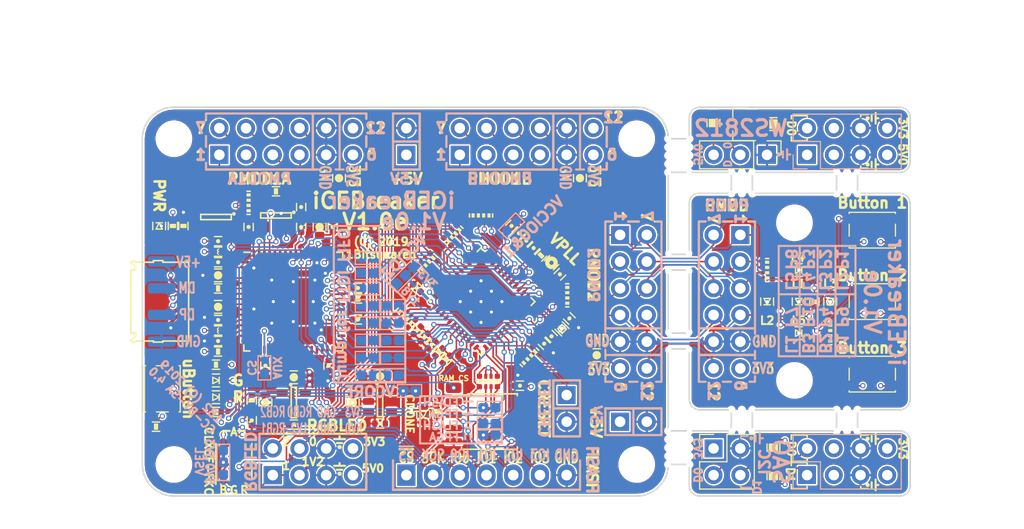
<source format=kicad_pcb>
(kicad_pcb (version 20171130) (host pcbnew 5.1.2-f72e74a~84~ubuntu18.04.1)
  (title_block (title iCEBreaker) (rev V1.0d) (company 1BitSquared) (comment 1 "(C) 2019 Piotr Esden-Tempski <piotr@1bitsquared.com>") (comment 2 "(C) 2019 1BitSquared <info@1bitsquared.com>") (comment 3 "License: CC-BY-SA 4.0"))
  (layers (0 F.Cu signal) (1 In1.Cu signal) (2 In2.Cu signal) (31 B.Cu signal) (34 B.Paste user) (35 F.Paste user) (36 B.SilkS user) (37 F.SilkS user) (38 B.Mask user) (39 F.Mask user) (44 Edge.Cuts user))
  (net 0 "")
  (net 1 /~LEDG)
  (net 2 /xFIFO_~WR)
  (net 3 +3V3)
  (net 4 /iCE_SS_B)
  (net 5 +1V2)
  (net 6 /xFIFO_WKUP)
  (net 7 /~BUTTON)
  (net 8 /~LEDR)
  (net 9 /xFIFO_~RD)
  (net 10 /xFIFO_~RXF)
  (net 11 /P2_4)
  (net 12 /P2_9)
  (net 13 /xFIFO_D7)
  (net 14 /xFIFO_D6)
  (net 15 /P2_3)
  (net 16 /P2_8)
  (net 17 /xFIFO_D5)
  (net 18 /xFIFO_D4)
  (net 19 /P2_2)
  (net 20 /P2_7)
  (net 21 /xFIFO_D3)
  (net 22 /xFIFO_D2)
  (net 23 /P2_1)
  (net 24 /xFIFO_~TXE)
  (net 25 /P2_10)
  (net 26 GND)
  (net 27 "Net-(R6-Pad1)")
  (net 28 "Net-(R2-Pad1)")
  (net 29 /FTDI_CLK)
  (net 30 "Net-(C3-Pad1)")
  (net 31 +5V)
  (net 32 "Net-(C11-Pad1)")
  (net 33 /iCE_SCK)
  (net 34 "Net-(C12-Pad1)")
  (net 35 "Net-(R8-Pad1)")
  (net 36 "Net-(C13-Pad1)")
  (net 37 +1V8)
  (net 38 "Net-(R9-Pad1)")
  (net 39 /iCE_CDONE)
  (net 40 /iCE_CRESET)
  (net 41 /P1B9)
  (net 42 /P1B10)
  (net 43 /P1B4)
  (net 44 /P1A1)
  (net 45 /P1A7)
  (net 46 /P1A2)
  (net 47 /P1A8)
  (net 48 /P1A3)
  (net 49 /P1A9)
  (net 50 /P1A4)
  (net 51 /P1A10)
  (net 52 /P1B1)
  (net 53 /P1B7)
  (net 54 /P1B2)
  (net 55 /P1B8)
  (net 56 /P1B3)
  (net 57 "Net-(D6-PadA)")
  (net 58 "Net-(D9-PadA)")
  (net 59 "Net-(D7-PadA)")
  (net 60 "Net-(D10-PadA)")
  (net 61 /shield)
  (net 62 "Net-(D8-PadA)")
  (net 63 "Net-(D1-PadA)")
  (net 64 "Net-(D4-PadA)")
  (net 65 "Net-(D5-PadA)")
  (net 66 "Net-(R2-Pad5)")
  (net 67 "Net-(R2-Pad3)")
  (net 68 "Net-(C39-Pad1)")
  (net 69 /P1A1x)
  (net 70 /P1A7x)
  (net 71 /P1A2x)
  (net 72 /P1A8x)
  (net 73 /P2_4x)
  (net 74 /P2_3x)
  (net 75 /P2_2x)
  (net 76 /P2_1x)
  (net 77 /P1B7x)
  (net 78 /P1B8x)
  (net 79 /P1B9x)
  (net 80 /P1B10x)
  (net 81 /P2_10x)
  (net 82 /P2_9x)
  (net 83 /P2_8x)
  (net 84 /P2_7x)
  (net 85 /P1B1x)
  (net 86 /P1B2x)
  (net 87 /P1B3x)
  (net 88 /P1B4x)
  (net 89 /P1A10x)
  (net 90 /P1A4x)
  (net 91 /P1A9x)
  (net 92 /P1A3x)
  (net 93 /USB_DP)
  (net 94 /USB_DM)
  (net 95 /Tx_TTL|FIFO_D1)
  (net 96 /Rx_TTL|FIFO_D0)
  (net 97 /FLASH_MISO|IO1)
  (net 98 /FLASH_MOSI|IO0)
  (net 99 /FLASH_~WP~|IO2)
  (net 100 /FLASH_~HLD~|~RST~|IO3)
  (net 101 /FLASH_CS)
  (net 102 /xFIFO_D1)
  (net 103 /xFIFO_D0)
  (net 104 /VCCIO_2)
  (net 105 /VCCIO_0|1)
  (net 106 /VCCPLL)
  (net 107 /VCORE)
  (net 108 /xiCE_CRESET)
  (net 109 /iCE_SO)
  (net 110 /iCE_SI)
  (net 111 /SPI_CS)
  (net 112 "Net-(D11-Pad4)")
  (net 113 "Net-(R2-Pad8)")
  (net 114 /ET_3V3)
  (net 115 /ET_5V)
  (net 116 /ET_GND)
  (net 117 /EB_3V3)
  (net 118 /EB_OD1)
  (net 119 /EB_GND)
  (net 120 /~LED_RGB2)
  (net 121 /~LED_RGB1)
  (net 122 /~LED_RGB0)
  (net 123 /VPP_2V5)
  (net 124 /ET_OD0)
  (net 125 /EB_OD0)
  (net 126 /ET_O0)
  (module pkl_led:LED_Cree_PLCC6_3.4x3.4mm (layer F.Cu) (at 38.7 62.7 90)
    (fp_text reference D11)
    (fp_text value LED_RGB)
    (pad 1 smd roundrect (at -1.55 -1 90) (size 1.2 0.6) (layers F.Cu F.Mask) (net 122 /~LED_RGB0))
    (pad 2 smd roundrect (at -1.55 0 90) (size 1.2 0.6) (layers F.Cu F.Mask) (net 121 /~LED_RGB1))
    (pad 3 smd roundrect (at -1.55 1 90) (size 1.2 0.6) (layers F.Cu F.Mask) (net 120 /~LED_RGB2))
    (pad 4 smd roundrect (at 1.55 1 90) (size 1.2 0.6) (layers F.Cu F.Mask) (net 112 "Net-(D11-Pad4)"))
    (pad 5 smd roundrect (at 1.55 0 90) (size 1.2 0.6) (layers F.Cu F.Mask) (net 112 "Net-(D11-Pad4)"))
    (pad 6 smd roundrect (at 1.55 -1 90) (size 1.2 0.6) (layers F.Cu F.Mask) (net 112 "Net-(D11-Pad4)"))
  )
  (module pkl_jumpers:J_NC_0603_15 (layer B.Cu) (at 41.6 53.8 270)
    (fp_text reference J29)
    (fp_text value Jumper)
    (fp_line (start -0.2 0) (end 0.2 0) (layer B.Cu) (width 0.15))
    (pad 2 smd roundrect (at 0.575 0 270) (size 0.95 0.9) (layers B.Cu B.Mask) (net 8 /~LEDR))
    (pad 1 smd roundrect (at -0.575 0 270) (size 0.95 0.9) (layers B.Cu B.Mask) (net 111 /SPI_CS))
  )
  (module pkl_housings_dfn_qfn:QFN-48-1EP_7x7mm_Pitch0.5mm (layer F.Cu) (at 62.2 47.5 45)
    (fp_text reference U6)
    (fp_text value ICE40UP5K-SG48)
    (pad 1 smd roundrect (at -3.4 -2.75 45) (size 0.6 0.3) (layers F.Cu F.Paste F.Mask) (net 104 /VCCIO_2))
    (pad 2 smd roundrect (at -3.4 -2.25 45) (size 0.6 0.3) (layers F.Cu F.Paste F.Mask) (net 46 /P1A2))
    (pad 3 smd roundrect (at -3.4 -1.75 45) (size 0.6 0.3) (layers F.Cu F.Paste F.Mask) (net 45 /P1A7))
    (pad 4 smd roundrect (at -3.4 -1.25 45) (size 0.6 0.3) (layers F.Cu F.Paste F.Mask) (net 44 /P1A1))
    (pad 5 smd roundrect (at -3.4 -0.75 45) (size 0.6 0.3) (layers F.Cu F.Paste F.Mask) (net 107 /VCORE))
    (pad 6 smd roundrect (at -3.4 -0.25 45) (size 0.6 0.3) (layers F.Cu F.Paste F.Mask) (net 96 /Rx_TTL|FIFO_D0))
    (pad 7 smd roundrect (at -3.4 0.25 45) (size 0.6 0.3) (layers F.Cu F.Paste F.Mask) (net 39 /iCE_CDONE))
    (pad 8 smd roundrect (at -3.4 0.75 45) (size 0.6 0.3) (layers F.Cu F.Paste F.Mask) (net 40 /iCE_CRESET))
    (pad 9 smd roundrect (at -3.4 1.25 45) (size 0.6 0.3) (layers F.Cu F.Paste F.Mask) (net 95 /Tx_TTL|FIFO_D1))
    (pad 10 smd roundrect (at -3.4 1.75 45) (size 0.6 0.3) (layers F.Cu F.Paste F.Mask) (net 7 /~BUTTON))
    (pad 11 smd roundrect (at -3.4 2.25 45) (size 0.6 0.3) (layers F.Cu F.Paste F.Mask) (net 8 /~LEDR))
    (pad 12 smd roundrect (at -3.4 2.75 45) (size 0.6 0.3) (layers F.Cu F.Paste F.Mask) (net 99 /FLASH_~WP~|IO2))
    (pad 13 smd roundrect (at -2.75 3.4 135) (size 0.6 0.3) (layers F.Cu F.Paste F.Mask) (net 100 /FLASH_~HLD~|~RST~|IO3))
    (pad 14 smd roundrect (at -2.25 3.4 135) (size 0.6 0.3) (layers F.Cu F.Paste F.Mask) (net 109 /iCE_SO))
    (pad 15 smd roundrect (at -1.75 3.4 135) (size 0.6 0.3) (layers F.Cu F.Paste F.Mask) (net 33 /iCE_SCK))
    (pad 16 smd roundrect (at -1.25 3.4 135) (size 0.6 0.3) (layers F.Cu F.Paste F.Mask) (net 4 /iCE_SS_B))
    (pad 17 smd roundrect (at -0.75 3.4 135) (size 0.6 0.3) (layers F.Cu F.Paste F.Mask) (net 110 /iCE_SI))
    (pad 18 smd roundrect (at -0.25 3.4 135) (size 0.6 0.3) (layers F.Cu F.Paste F.Mask) (net 25 /P2_10))
    (pad 19 smd roundrect (at 0.25 3.4 135) (size 0.6 0.3) (layers F.Cu F.Paste F.Mask) (net 11 /P2_4))
    (pad 20 smd roundrect (at 0.75 3.4 135) (size 0.6 0.3) (layers F.Cu F.Paste F.Mask) (net 12 /P2_9))
    (pad 21 smd roundrect (at 1.25 3.4 135) (size 0.6 0.3) (layers F.Cu F.Paste F.Mask) (net 15 /P2_3))
    (pad 22 smd roundrect (at 1.75 3.4 135) (size 0.6 0.3) (layers F.Cu F.Paste F.Mask) (net 105 /VCCIO_0|1))
    (pad 23 smd roundrect (at 2.25 3.4 135) (size 0.6 0.3) (layers F.Cu F.Paste F.Mask) (net 16 /P2_8))
    (pad 24 smd roundrect (at 2.75 3.4 135) (size 0.6 0.3) (layers F.Cu F.Paste F.Mask) (net 123 /VPP_2V5))
    (pad 25 smd roundrect (at 3.4 2.75 45) (size 0.6 0.3) (layers F.Cu F.Paste F.Mask) (net 19 /P2_2))
    (pad 26 smd roundrect (at 3.4 2.25 45) (size 0.6 0.3) (layers F.Cu F.Paste F.Mask) (net 20 /P2_7))
    (pad 27 smd roundrect (at 3.4 1.75 45) (size 0.6 0.3) (layers F.Cu F.Paste F.Mask) (net 23 /P2_1))
    (pad 28 smd roundrect (at 3.4 1.25 45) (size 0.6 0.3) (layers F.Cu F.Paste F.Mask) (net 42 /P1B10))
    (pad 29 smd roundrect (at 3.4 0.75 45) (size 0.6 0.3) (layers F.Cu F.Paste F.Mask) (net 106 /VCCPLL))
    (pad 30 smd roundrect (at 3.4 0.25 45) (size 0.6 0.3) (layers F.Cu F.Paste F.Mask) (net 107 /VCORE))
    (pad 31 smd roundrect (at 3.4 -0.25 45) (size 0.6 0.3) (layers F.Cu F.Paste F.Mask) (net 43 /P1B4))
    (pad 32 smd roundrect (at 3.4 -0.75 45) (size 0.6 0.3) (layers F.Cu F.Paste F.Mask) (net 41 /P1B9))
    (pad 33 smd roundrect (at 3.4 -1.25 45) (size 0.6 0.3) (layers F.Cu F.Paste F.Mask) (net 105 /VCCIO_0|1))
    (pad 34 smd roundrect (at 3.4 -1.75 45) (size 0.6 0.3) (layers F.Cu F.Paste F.Mask) (net 56 /P1B3))
    (pad 35 smd roundrect (at 3.4 -2.25 45) (size 0.6 0.3) (layers F.Cu F.Paste F.Mask) (net 29 /FTDI_CLK))
    (pad 36 smd roundrect (at 3.4 -2.75 45) (size 0.6 0.3) (layers F.Cu F.Paste F.Mask) (net 55 /P1B8))
    (pad 37 smd roundrect (at 2.75 -3.4 135) (size 0.6 0.3) (layers F.Cu F.Paste F.Mask) (net 1 /~LEDG))
    (pad 38 smd roundrect (at 2.25 -3.4 135) (size 0.6 0.3) (layers F.Cu F.Paste F.Mask) (net 54 /P1B2))
    (pad 39 smd roundrect (at 1.75 -3.4 135) (size 0.6 0.3) (layers F.Cu F.Paste F.Mask) (net 122 /~LED_RGB0))
    (pad 40 smd roundrect (at 1.25 -3.4 135) (size 0.6 0.3) (layers F.Cu F.Paste F.Mask) (net 121 /~LED_RGB1))
    (pad 41 smd roundrect (at 0.75 -3.4 135) (size 0.6 0.3) (layers F.Cu F.Paste F.Mask) (net 120 /~LED_RGB2))
    (pad 42 smd roundrect (at 0.25 -3.4 135) (size 0.6 0.3) (layers F.Cu F.Paste F.Mask) (net 53 /P1B7))
    (pad 43 smd roundrect (at -0.25 -3.4 135) (size 0.6 0.3) (layers F.Cu F.Paste F.Mask) (net 52 /P1B1))
    (pad 44 smd roundrect (at -0.75 -3.4 135) (size 0.6 0.3) (layers F.Cu F.Paste F.Mask) (net 51 /P1A10))
    (pad 45 smd roundrect (at -1.25 -3.4 135) (size 0.6 0.3) (layers F.Cu F.Paste F.Mask) (net 50 /P1A4))
    (pad 46 smd roundrect (at -1.75 -3.4 135) (size 0.6 0.3) (layers F.Cu F.Paste F.Mask) (net 49 /P1A9))
    (pad 47 smd roundrect (at -2.25 -3.4 135) (size 0.6 0.3) (layers F.Cu F.Paste F.Mask) (net 48 /P1A3))
    (pad 48 smd roundrect (at -2.75 -3.4 135) (size 0.6 0.3) (layers F.Cu F.Paste F.Mask) (net 47 /P1A8))
    (pad 49 thru_hole circle (at 0 0 45) (size 0.5 0.5) (drill 0.3) (layers *.Cu) (net 26 GND))
    (pad 49 thru_hole circle (at 0 -1.4 45) (size 0.5 0.5) (drill 0.3) (layers *.Cu) (net 26 GND))
    (pad 49 thru_hole circle (at 1.4 -1.4 45) (size 0.5 0.5) (drill 0.3) (layers *.Cu) (net 26 GND))
    (pad 49 thru_hole circle (at 1.4 0 45) (size 0.5 0.5) (drill 0.3) (layers *.Cu) (net 26 GND))
    (pad 49 thru_hole circle (at 1.4 1.4 45) (size 0.5 0.5) (drill 0.3) (layers *.Cu) (net 26 GND))
    (pad 49 thru_hole circle (at 0 1.4 45) (size 0.5 0.5) (drill 0.3) (layers *.Cu) (net 26 GND))
    (pad 49 thru_hole circle (at -1.4 1.4 45) (size 0.5 0.5) (drill 0.3) (layers *.Cu) (net 26 GND))
    (pad 49 thru_hole circle (at -1.4 0 45) (size 0.5 0.5) (drill 0.3) (layers *.Cu) (net 26 GND))
    (pad 49 thru_hole circle (at -1.4 -1.4 45) (size 0.5 0.5) (drill 0.3) (layers *.Cu) (net 26 GND))
    (pad 49 smd roundrect (at 0 0 45) (size 5.6 5.6) (layers F.Cu F.Mask) (roundrect_rratio 0.045) (net 26 GND))
  )
  (module pkl_housings_dfn_qfn:QFN-64-4.45mm1EP_9x9mm_Pitch0.5mm (layer F.Cu) (at 44.35 47.5)
    (fp_text reference U4)
    (fp_text value FT2232H)
    (pad 65 smd roundrect (at 0 0) (size 4.45 4.45) (layers F.Cu F.Mask) (roundrect_rratio 0.05599999999999999) (net 26 GND))
    (pad 65 thru_hole circle (at -2.05 2.05) (size 0.5 0.5) (drill 0.3) (layers *.Cu) (net 26 GND))
    (pad 65 thru_hole circle (at 0 1.9) (size 0.5 0.5) (drill 0.3) (layers *.Cu F.Mask) (net 26 GND))
    (pad 65 thru_hole circle (at 2.05 2.05) (size 0.5 0.5) (drill 0.3) (layers *.Cu) (net 26 GND))
    (pad 65 thru_hole circle (at 1.9 0) (size 0.5 0.5) (drill 0.3) (layers *.Cu F.Mask) (net 26 GND))
    (pad 65 thru_hole circle (at 0 -1.9) (size 0.5 0.5) (drill 0.3) (layers *.Cu F.Mask) (net 26 GND))
    (pad 65 thru_hole circle (at 2.05 -2.05) (size 0.5 0.5) (drill 0.3) (layers *.Cu) (net 26 GND))
    (pad 65 thru_hole circle (at -2.05 -2.05) (size 0.5 0.5) (drill 0.3) (layers *.Cu) (net 26 GND))
    (pad 65 thru_hole circle (at -1.9 0) (size 0.5 0.5) (drill 0.3) (layers *.Cu F.Mask) (net 26 GND))
    (pad 65 thru_hole circle (at 0 0) (size 0.5 0.5) (drill 0.3) (layers *.Cu F.Mask) (net 26 GND))
    (pad 64 smd roundrect (at -3.75 -4.575 90) (size 0.75 0.25) (layers F.Cu F.Paste F.Mask) (net 37 +1V8))
    (pad 63 smd roundrect (at -3.25 -4.575 90) (size 0.75 0.25) (layers F.Cu F.Paste F.Mask) (net 67 "Net-(R2-Pad3)"))
    (pad 62 smd roundrect (at -2.75 -4.575 90) (size 0.75 0.25) (layers F.Cu F.Paste F.Mask) (net 28 "Net-(R2-Pad1)"))
    (pad 61 smd roundrect (at -2.25 -4.575 90) (size 0.75 0.25) (layers F.Cu F.Paste F.Mask) (net 27 "Net-(R6-Pad1)"))
    (pad 60 smd roundrect (at -1.75 -4.575 90) (size 0.75 0.25) (layers F.Cu F.Paste F.Mask))
    (pad 59 smd roundrect (at -1.25 -4.575 90) (size 0.75 0.25) (layers F.Cu F.Paste F.Mask))
    (pad 58 smd roundrect (at -0.75 -4.575 90) (size 0.75 0.25) (layers F.Cu F.Paste F.Mask))
    (pad 57 smd roundrect (at -0.25 -4.575 90) (size 0.75 0.25) (layers F.Cu F.Paste F.Mask))
    (pad 56 smd roundrect (at 0.25 -4.575 90) (size 0.75 0.25) (layers F.Cu F.Paste F.Mask) (net 3 +3V3))
    (pad 55 smd roundrect (at 0.75 -4.575 90) (size 0.75 0.25) (layers F.Cu F.Paste F.Mask) (net 6 /xFIFO_WKUP))
    (pad 54 smd roundrect (at 1.25 -4.575 90) (size 0.75 0.25) (layers F.Cu F.Paste F.Mask) (net 2 /xFIFO_~WR))
    (pad 53 smd roundrect (at 1.75 -4.575 90) (size 0.75 0.25) (layers F.Cu F.Paste F.Mask) (net 9 /xFIFO_~RD))
    (pad 52 smd roundrect (at 2.25 -4.575 90) (size 0.75 0.25) (layers F.Cu F.Paste F.Mask) (net 24 /xFIFO_~TXE))
    (pad 51 smd roundrect (at 2.75 -4.575 90) (size 0.75 0.25) (layers F.Cu F.Paste F.Mask) (net 26 GND))
    (pad 50 smd roundrect (at 3.25 -4.575 90) (size 0.75 0.25) (layers F.Cu F.Paste F.Mask) (net 3 +3V3))
    (pad 49 smd roundrect (at 3.75 -4.575 90) (size 0.75 0.25) (layers F.Cu F.Paste F.Mask) (net 37 +1V8))
    (pad 48 smd roundrect (at 4.575 -3.75) (size 0.75 0.25) (layers F.Cu F.Paste F.Mask) (net 10 /xFIFO_~RXF))
    (pad 47 smd roundrect (at 4.575 -3.25) (size 0.75 0.25) (layers F.Cu F.Paste F.Mask) (net 26 GND))
    (pad 46 smd roundrect (at 4.575 -2.75) (size 0.75 0.25) (layers F.Cu F.Paste F.Mask) (net 13 /xFIFO_D7))
    (pad 45 smd roundrect (at 4.575 -2.25) (size 0.75 0.25) (layers F.Cu F.Paste F.Mask) (net 14 /xFIFO_D6))
    (pad 44 smd roundrect (at 4.575 -1.75) (size 0.75 0.25) (layers F.Cu F.Paste F.Mask) (net 17 /xFIFO_D5))
    (pad 43 smd roundrect (at 4.575 -1.25) (size 0.75 0.25) (layers F.Cu F.Paste F.Mask) (net 18 /xFIFO_D4))
    (pad 42 smd roundrect (at 4.575 -0.75) (size 0.75 0.25) (layers F.Cu F.Paste F.Mask) (net 3 +3V3))
    (pad 41 smd roundrect (at 4.575 -0.25) (size 0.75 0.25) (layers F.Cu F.Paste F.Mask) (net 21 /xFIFO_D3))
    (pad 40 smd roundrect (at 4.575 0.25) (size 0.75 0.25) (layers F.Cu F.Paste F.Mask) (net 22 /xFIFO_D2))
    (pad 39 smd roundrect (at 4.575 0.75) (size 0.75 0.25) (layers F.Cu F.Paste F.Mask) (net 102 /xFIFO_D1))
    (pad 38 smd roundrect (at 4.575 1.25) (size 0.75 0.25) (layers F.Cu F.Paste F.Mask) (net 103 /xFIFO_D0))
    (pad 37 smd roundrect (at 4.575 1.75) (size 0.75 0.25) (layers F.Cu F.Paste F.Mask) (net 37 +1V8))
    (pad 36 smd roundrect (at 4.575 2.25) (size 0.75 0.25) (layers F.Cu F.Paste F.Mask))
    (pad 35 smd roundrect (at 4.575 2.75) (size 0.75 0.25) (layers F.Cu F.Paste F.Mask) (net 26 GND))
    (pad 34 smd roundrect (at 4.575 3.25) (size 0.75 0.25) (layers F.Cu F.Paste F.Mask))
    (pad 33 smd roundrect (at 4.575 3.75) (size 0.75 0.25) (layers F.Cu F.Paste F.Mask))
    (pad 32 smd roundrect (at 3.75 4.575 90) (size 0.75 0.25) (layers F.Cu F.Paste F.Mask))
    (pad 31 smd roundrect (at 3.25 4.575 90) (size 0.75 0.25) (layers F.Cu F.Paste F.Mask) (net 3 +3V3))
    (pad 30 smd roundrect (at 2.75 4.575 90) (size 0.75 0.25) (layers F.Cu F.Paste F.Mask))
    (pad 29 smd roundrect (at 2.25 4.575 90) (size 0.75 0.25) (layers F.Cu F.Paste F.Mask))
    (pad 28 smd roundrect (at 1.75 4.575 90) (size 0.75 0.25) (layers F.Cu F.Paste F.Mask))
    (pad 27 smd roundrect (at 1.25 4.575 90) (size 0.75 0.25) (layers F.Cu F.Paste F.Mask))
    (pad 26 smd roundrect (at 0.75 4.575 90) (size 0.75 0.25) (layers F.Cu F.Paste F.Mask))
    (pad 25 smd roundrect (at 0.25 4.575 90) (size 0.75 0.25) (layers F.Cu F.Paste F.Mask) (net 26 GND))
    (pad 24 smd roundrect (at -0.25 4.575 90) (size 0.75 0.25) (layers F.Cu F.Paste F.Mask) (net 108 /xiCE_CRESET))
    (pad 23 smd roundrect (at -0.75 4.575 90) (size 0.75 0.25) (layers F.Cu F.Paste F.Mask) (net 39 /iCE_CDONE))
    (pad 22 smd roundrect (at -1.25 4.575 90) (size 0.75 0.25) (layers F.Cu F.Paste F.Mask))
    (pad 21 smd roundrect (at -1.75 4.575 90) (size 0.75 0.25) (layers F.Cu F.Paste F.Mask) (net 4 /iCE_SS_B))
    (pad 20 smd roundrect (at -2.25 4.575 90) (size 0.75 0.25) (layers F.Cu F.Paste F.Mask) (net 3 +3V3))
    (pad 19 smd roundrect (at -2.75 4.575 90) (size 0.75 0.25) (layers F.Cu F.Paste F.Mask) (net 111 /SPI_CS))
    (pad 18 smd roundrect (at -3.25 4.575 90) (size 0.75 0.25) (layers F.Cu F.Paste F.Mask) (net 97 /FLASH_MISO|IO1))
    (pad 17 smd roundrect (at -3.75 4.575 90) (size 0.75 0.25) (layers F.Cu F.Paste F.Mask) (net 98 /FLASH_MOSI|IO0))
    (pad 16 smd roundrect (at -4.575 3.75) (size 0.75 0.25) (layers F.Cu F.Paste F.Mask) (net 33 /iCE_SCK))
    (pad 15 smd roundrect (at -4.575 3.25) (size 0.75 0.25) (layers F.Cu F.Paste F.Mask) (net 26 GND))
    (pad 14 smd roundrect (at -4.575 2.75) (size 0.75 0.25) (layers F.Cu F.Paste F.Mask) (net 38 "Net-(R9-Pad1)"))
    (pad 13 smd roundrect (at -4.575 2.25) (size 0.75 0.25) (layers F.Cu F.Paste F.Mask) (net 26 GND))
    (pad 12 smd roundrect (at -4.575 1.75) (size 0.75 0.25) (layers F.Cu F.Paste F.Mask) (net 37 +1V8))
    (pad 11 smd roundrect (at -4.575 1.25) (size 0.75 0.25) (layers F.Cu F.Paste F.Mask) (net 26 GND))
    (pad 10 smd roundrect (at -4.575 0.75) (size 0.75 0.25) (layers F.Cu F.Paste F.Mask) (net 26 GND))
    (pad 9 smd roundrect (at -4.575 0.25) (size 0.75 0.25) (layers F.Cu F.Paste F.Mask) (net 36 "Net-(C13-Pad1)"))
    (pad 8 smd roundrect (at -4.575 -0.25) (size 0.75 0.25) (layers F.Cu F.Paste F.Mask) (net 93 /USB_DP))
    (pad 7 smd roundrect (at -4.575 -0.75) (size 0.75 0.25) (layers F.Cu F.Paste F.Mask) (net 94 /USB_DM))
    (pad 6 smd roundrect (at -4.575 -1.25) (size 0.75 0.25) (layers F.Cu F.Paste F.Mask) (net 35 "Net-(R8-Pad1)"))
    (pad 5 smd roundrect (at -4.575 -1.75) (size 0.75 0.25) (layers F.Cu F.Paste F.Mask) (net 26 GND))
    (pad 4 smd roundrect (at -4.575 -2.25) (size 0.75 0.25) (layers F.Cu F.Paste F.Mask) (net 34 "Net-(C12-Pad1)"))
    (pad 3 smd roundrect (at -4.575 -2.75) (size 0.75 0.25) (layers F.Cu F.Paste F.Mask))
    (pad 2 smd roundrect (at -4.575 -3.25) (size 0.75 0.25) (layers F.Cu F.Paste F.Mask) (net 29 /FTDI_CLK))
    (pad 1 smd roundrect (at -4.575 -3.75) (size 0.75 0.25) (layers F.Cu F.Paste F.Mask) (net 26 GND))
  )
  (module pkl_dipol:R_0603 (layer F.Cu) (at 90 61.4 90)
    (fp_text reference R28)
    (fp_text value 10k)
    (pad 2 smd roundrect (at 0.75 0 90) (size 0.6 0.9) (layers F.Cu F.Mask) (net 117 /EB_3V3))
    (pad 1 smd roundrect (at -0.75 0 90) (size 0.6 0.9) (layers F.Cu F.Mask) (net 125 /EB_OD0))
  )
  (module pkl_dipol:R_0603 (layer F.Cu) (at 90 64.1 270)
    (fp_text reference R29)
    (fp_text value 10k)
    (pad 2 smd roundrect (at 0.75 0 270) (size 0.6 0.9) (layers F.Cu F.Mask) (net 117 /EB_3V3))
    (pad 1 smd roundrect (at -0.75 0 270) (size 0.6 0.9) (layers F.Cu F.Mask) (net 118 /EB_OD1))
  )
  (module pkl_dipol:C_0603 (layer F.Cu) (at 48.7 35.75 90)
    (fp_text reference C32)
    (fp_text value DNP)
    (pad 2 smd roundrect (at 0.75 0 90) (size 0.6 0.9) (layers F.Cu F.Mask) (net 3 +3V3))
    (pad 1 smd roundrect (at -0.75 0 90) (size 0.6 0.9) (layers F.Cu F.Mask) (net 26 GND))
  )
  (module pkl_dipol:C_0603 (layer F.Cu) (at 73.2 52.6)
    (fp_text reference C34)
    (fp_text value DNP)
    (pad 2 smd roundrect (at 0.75 0) (size 0.6 0.9) (layers F.Cu F.Mask) (net 3 +3V3))
    (pad 1 smd roundrect (at -0.75 0) (size 0.6 0.9) (layers F.Cu F.Mask) (net 26 GND))
  )
  (module pkl_dipol:C_0603 (layer F.Cu) (at 71.6 35.75 90)
    (fp_text reference C33)
    (fp_text value DNP)
    (pad 2 smd roundrect (at 0.75 0 90) (size 0.6 0.9) (layers F.Cu F.Mask) (net 3 +3V3))
    (pad 1 smd roundrect (at -0.75 0 90) (size 0.6 0.9) (layers F.Cu F.Mask) (net 26 GND))
  )
  (module pkl_dipol:R_0603 (layer F.Cu) (at 84.3 30.5 90)
    (fp_text reference R27)
    (fp_text value 10k)
    (pad 2 smd roundrect (at 0.75 0 90) (size 0.6 0.9) (layers F.Cu F.Mask) (net 126 /ET_O0))
    (pad 1 smd roundrect (at -0.75 0 90) (size 0.6 0.9) (layers F.Cu F.Mask) (net 115 /ET_5V))
  )
  (module pkl_dipol:R_0603 (layer F.Cu) (at 90 30.6 180)
    (fp_text reference R7)
    (fp_text value 10k)
    (pad 2 smd roundrect (at 0.75 0 180) (size 0.6 0.9) (layers F.Cu F.Mask) (net 124 /ET_OD0))
    (pad 1 smd roundrect (at -0.75 0 180) (size 0.6 0.9) (layers F.Cu F.Mask) (net 114 /ET_3V3))
  )
  (module pkl_dipol:C_0603 (layer F.Cu) (at 52.6 54.6 180)
    (fp_text reference C15)
    (fp_text value 4u7)
    (pad 2 smd roundrect (at 0.75 0 180) (size 0.6 0.9) (layers F.Cu F.Paste F.Mask) (net 26 GND))
    (pad 1 smd roundrect (at -0.75 0 180) (size 0.6 0.9) (layers F.Cu F.Paste F.Mask) (net 5 +1V2))
  )
  (module pkl_dipol:C_0603 (layer F.Cu) (at 50 57.1 270)
    (fp_text reference C8)
    (fp_text value 4u7)
    (pad 2 smd roundrect (at 0.75 0 270) (size 0.6 0.9) (layers F.Cu F.Paste F.Mask) (net 26 GND))
    (pad 1 smd roundrect (at -0.75 0 270) (size 0.6 0.9) (layers F.Cu F.Paste F.Mask) (net 31 +5V))
  )
  (module pkl_dipol:C_0603 (layer F.Cu) (at 41.7 57.1 270)
    (fp_text reference C2)
    (fp_text value 4u7)
    (pad 2 smd roundrect (at 0.75 0 270) (size 0.6 0.9) (layers F.Cu F.Paste F.Mask) (net 26 GND))
    (pad 1 smd roundrect (at -0.75 0 270) (size 0.6 0.9) (layers F.Cu F.Paste F.Mask) (net 31 +5V))
  )
  (module pkl_dipol:C_0603 (layer F.Cu) (at 44.4 54.7 180)
    (fp_text reference C5)
    (fp_text value 4u7)
    (pad 2 smd roundrect (at 0.75 0 180) (size 0.6 0.9) (layers F.Cu F.Paste F.Mask) (net 26 GND))
    (pad 1 smd roundrect (at -0.75 0 180) (size 0.6 0.9) (layers F.Cu F.Paste F.Mask) (net 3 +3V3))
  )
  (module pkl_dipol:C_0603 (layer F.Cu) (at 68.9 43.8 45)
    (fp_text reference C24)
    (fp_text value 10u)
    (pad 2 smd roundrect (at 0.75 0 45) (size 0.6 0.9) (layers F.Cu F.Paste F.Mask) (net 26 GND))
    (pad 1 smd roundrect (at -0.75 0 45) (size 0.6 0.9) (layers F.Cu F.Paste F.Mask) (net 106 /VCCPLL))
  )
  (module pkl_dipol:C_0603 (layer F.Cu) (at 37.2 48 180)
    (fp_text reference C9)
    (fp_text value 4u7)
    (pad 2 smd roundrect (at 0.75 0 180) (size 0.6 0.9) (layers F.Cu F.Paste F.Mask) (net 26 GND))
    (pad 1 smd roundrect (at -0.75 0 180) (size 0.6 0.9) (layers F.Cu F.Paste F.Mask) (net 36 "Net-(C13-Pad1)"))
  )
  (module pkl_dipol:C_0603 (layer F.Cu) (at 37.2 45 180)
    (fp_text reference C6)
    (fp_text value 4u7)
    (pad 2 smd roundrect (at 0.75 0 180) (size 0.6 0.9) (layers F.Cu F.Paste F.Mask) (net 26 GND))
    (pad 1 smd roundrect (at -0.75 0 180) (size 0.6 0.9) (layers F.Cu F.Paste F.Mask) (net 34 "Net-(C12-Pad1)"))
  )
  (module pkl_dipol:C_0603 (layer F.Cu) (at 46.85 40.4 90)
    (fp_text reference C7)
    (fp_text value 4u7)
    (pad 2 smd roundrect (at 0.75 0 90) (size 0.6 0.9) (layers F.Cu F.Paste F.Mask) (net 26 GND))
    (pad 1 smd roundrect (at -0.75 0 90) (size 0.6 0.9) (layers F.Cu F.Paste F.Mask) (net 37 +1V8))
  )
  (module pkl_dipol:D_0603 (layer F.Cu) (at 95.4 47.5 90)
    (fp_text reference D10)
    (fp_text value GRN)
    (pad C smd roundrect (at -0.75 0 270) (size 0.6 0.9) (layers F.Cu F.Paste F.Mask) (net 26 GND))
    (pad A smd roundrect (at 0.75 0 270) (size 0.6 0.9) (layers F.Cu F.Paste F.Mask) (net 60 "Net-(D10-PadA)"))
  )
  (module pkl_dipol:D_0603 (layer F.Cu) (at 31.6 40.3 270)
    (fp_text reference D1)
    (fp_text value GRN)
    (pad C smd roundrect (at -0.75 0 90) (size 0.6 0.9) (layers F.Cu F.Paste F.Mask) (net 26 GND))
    (pad A smd roundrect (at 0.75 0 90) (size 0.6 0.9) (layers F.Cu F.Paste F.Mask) (net 63 "Net-(D1-PadA)"))
  )
  (module pkl_dipol:D_0603 (layer F.Cu) (at 56.7 58.25 90)
    (fp_text reference D3)
    (fp_text value BLU)
    (pad C smd roundrect (at -0.75 0 270) (size 0.6 0.9) (layers F.Cu F.Paste F.Mask) (net 26 GND))
    (pad A smd roundrect (at 0.75 0 270) (size 0.6 0.9) (layers F.Cu F.Paste F.Mask) (net 39 /iCE_CDONE))
  )
  (module pkl_dipol:D_0603 (layer F.Cu) (at 37 55 180)
    (fp_text reference D4)
    (fp_text value GRN)
    (pad C smd roundrect (at -0.75 0) (size 0.6 0.9) (layers F.Cu F.Paste F.Mask) (net 1 /~LEDG))
    (pad A smd roundrect (at 0.75 0) (size 0.6 0.9) (layers F.Cu F.Paste F.Mask) (net 64 "Net-(D4-PadA)"))
  )
  (module pkl_dipol:D_0603 (layer F.Cu) (at 89.4 47.5 90)
    (fp_text reference D6)
    (fp_text value GRN)
    (pad C smd roundrect (at -0.75 0 270) (size 0.6 0.9) (layers F.Cu F.Paste F.Mask) (net 26 GND))
    (pad A smd roundrect (at 0.75 0 270) (size 0.6 0.9) (layers F.Cu F.Paste F.Mask) (net 57 "Net-(D6-PadA)"))
  )
  (module pkl_dipol:D_0603 (layer F.Cu) (at 92.4 44.5 180)
    (fp_text reference D7)
    (fp_text value GRN)
    (pad C smd roundrect (at -0.75 0) (size 0.6 0.9) (layers F.Cu F.Paste F.Mask) (net 26 GND))
    (pad A smd roundrect (at 0.75 0) (size 0.6 0.9) (layers F.Cu F.Paste F.Mask) (net 59 "Net-(D7-PadA)"))
  )
  (module pkl_dipol:D_0603 (layer F.Cu) (at 92.4 47.5 90)
    (fp_text reference D8)
    (fp_text value RED)
    (pad C smd roundrect (at -0.75 0 270) (size 0.6 0.9) (layers F.Cu F.Paste F.Mask) (net 26 GND))
    (pad A smd roundrect (at 0.75 0 270) (size 0.6 0.9) (layers F.Cu F.Paste F.Mask) (net 62 "Net-(D8-PadA)"))
  )
  (module pkl_dipol:D_0603 (layer F.Cu) (at 92.4 50.5 180)
    (fp_text reference D9)
    (fp_text value GRN)
    (pad C smd roundrect (at -0.75 0) (size 0.6 0.9) (layers F.Cu F.Paste F.Mask) (net 26 GND))
    (pad A smd roundrect (at 0.75 0) (size 0.6 0.9) (layers F.Cu F.Paste F.Mask) (net 58 "Net-(D9-PadA)"))
  )
  (module pkl_dipol:D_0603 (layer F.Cu) (at 37 56.6 180)
    (fp_text reference D5)
    (fp_text value RED)
    (pad C smd roundrect (at -0.75 0) (size 0.6 0.9) (layers F.Cu F.Paste F.Mask) (net 8 /~LEDR))
    (pad A smd roundrect (at 0.75 0) (size 0.6 0.9) (layers F.Cu F.Paste F.Mask) (net 65 "Net-(D5-PadA)"))
  )
  (module pkl_dipol:R_0402 (layer F.Cu) (at 33.9 40.3 270)
    (fp_text reference R1)
    (fp_text value 1M)
    (pad 2 smd roundrect (at 0.5 0 270) (size 0.5 0.6) (layers F.Cu F.Paste F.Mask) (net 61 /shield))
    (pad 1 smd roundrect (at -0.5 0 270) (size 0.5 0.6) (layers F.Cu F.Paste F.Mask) (net 26 GND))
  )
  (module pkl_dipol:R_0402 (layer F.Cu) (at 93.9 47.5 90)
    (fp_text reference R18)
    (fp_text value 330E)
    (pad 2 smd roundrect (at 0.5 0 90) (size 0.5 0.6) (layers F.Cu F.Paste F.Mask) (net 84 /P2_7x))
    (pad 1 smd roundrect (at -0.5 0 90) (size 0.5 0.6) (layers F.Cu F.Paste F.Mask) (net 62 "Net-(D8-PadA)"))
  )
  (module pkl_dipol:R_0402 (layer F.Cu) (at 32.9 40.3 270)
    (fp_text reference R5)
    (fp_text value 330E)
    (pad 2 smd roundrect (at 0.5 0 270) (size 0.5 0.6) (layers F.Cu F.Paste F.Mask) (net 63 "Net-(D1-PadA)"))
    (pad 1 smd roundrect (at -0.5 0 270) (size 0.5 0.6) (layers F.Cu F.Paste F.Mask) (net 3 +3V3))
  )
  (module pkl_dipol:R_0402 (layer F.Cu) (at 42.7 37)
    (fp_text reference R6)
    (fp_text value 2k2)
    (pad 2 smd roundrect (at 0.5 0) (size 0.5 0.6) (layers F.Cu F.Paste F.Mask) (net 66 "Net-(R2-Pad5)"))
    (pad 1 smd roundrect (at -0.5 0) (size 0.5 0.6) (layers F.Cu F.Paste F.Mask) (net 27 "Net-(R6-Pad1)"))
  )
  (module pkl_dipol:R_0402 (layer F.Cu) (at 37.2 46.25 180)
    (fp_text reference R8)
    (fp_text value 12k)
    (pad 2 smd roundrect (at 0.5 0 180) (size 0.5 0.6) (layers F.Cu F.Paste F.Mask) (net 26 GND))
    (pad 1 smd roundrect (at -0.5 0 180) (size 0.5 0.6) (layers F.Cu F.Paste F.Mask) (net 35 "Net-(R8-Pad1)"))
  )
  (module pkl_dipol:R_0402 (layer F.Cu) (at 37.2 52.25 180)
    (fp_text reference R9)
    (fp_text value 10k)
    (pad 2 smd roundrect (at 0.5 0 180) (size 0.5 0.6) (layers F.Cu F.Paste F.Mask) (net 3 +3V3))
    (pad 1 smd roundrect (at -0.5 0 180) (size 0.5 0.6) (layers F.Cu F.Paste F.Mask) (net 38 "Net-(R9-Pad1)"))
  )
  (module pkl_dipol:R_0402 (layer F.Cu) (at 67.9 43.1 45)
    (fp_text reference R10)
    (fp_text value 100E)
    (pad 2 smd roundrect (at 0.5 0 45) (size 0.5 0.6) (layers F.Cu F.Paste F.Mask) (net 107 /VCORE))
    (pad 1 smd roundrect (at -0.5 0 45) (size 0.5 0.6) (layers F.Cu F.Paste F.Mask) (net 106 /VCCPLL))
  )
  (module pkl_dipol:R_0402 (layer F.Cu) (at 58 57.95 90)
    (fp_text reference R12)
    (fp_text value 2k2)
    (pad 2 smd roundrect (at 0.5 0 90) (size 0.5 0.6) (layers F.Cu F.Paste F.Mask) (net 39 /iCE_CDONE))
    (pad 1 smd roundrect (at -0.5 0 90) (size 0.5 0.6) (layers F.Cu F.Paste F.Mask) (net 3 +3V3))
  )
  (module pkl_dipol:R_0402 (layer F.Cu) (at 31.3 59.4 180)
    (fp_text reference R13)
    (fp_text value 10k)
    (pad 2 smd roundrect (at 0.5 0 180) (size 0.5 0.6) (layers F.Cu F.Paste F.Mask) (net 3 +3V3))
    (pad 1 smd roundrect (at -0.5 0 180) (size 0.5 0.6) (layers F.Cu F.Paste F.Mask) (net 7 /~BUTTON))
  )
  (module pkl_dipol:R_0402 (layer F.Cu) (at 37 53.5)
    (fp_text reference R14)
    (fp_text value 330E)
    (pad 2 smd roundrect (at 0.5 0) (size 0.5 0.6) (layers F.Cu F.Paste F.Mask) (net 3 +3V3))
    (pad 1 smd roundrect (at -0.5 0) (size 0.5 0.6) (layers F.Cu F.Paste F.Mask) (net 64 "Net-(D4-PadA)"))
  )
  (module pkl_dipol:R_0402 (layer F.Cu) (at 37 58)
    (fp_text reference R15)
    (fp_text value 330E)
    (pad 2 smd roundrect (at 0.5 0) (size 0.5 0.6) (layers F.Cu F.Paste F.Mask) (net 3 +3V3))
    (pad 1 smd roundrect (at -0.5 0) (size 0.5 0.6) (layers F.Cu F.Paste F.Mask) (net 65 "Net-(D5-PadA)"))
  )
  (module pkl_dipol:R_0402 (layer F.Cu) (at 58.2 52.3 45)
    (fp_text reference R19)
    (fp_text value 10k)
    (pad 2 smd roundrect (at 0.5 0 45) (size 0.5 0.6) (layers F.Cu F.Paste F.Mask) (net 40 /iCE_CRESET))
    (pad 1 smd roundrect (at -0.5 0 45) (size 0.5 0.6) (layers F.Cu F.Paste F.Mask) (net 3 +3V3))
  )
  (module pkl_dipol:R_0402 (layer F.Cu) (at 40.4 56.9 270)
    (fp_text reference R3)
    (fp_text value 10k)
    (pad 2 smd roundrect (at 0.5 0 270) (size 0.5 0.6) (layers F.Cu F.Paste F.Mask) (net 68 "Net-(C39-Pad1)"))
    (pad 1 smd roundrect (at -0.5 0 270) (size 0.5 0.6) (layers F.Cu F.Paste F.Mask) (net 31 +5V))
  )
  (module pkl_dipol:R_0402 (layer F.Cu) (at 50.5 47.2)
    (fp_text reference R25)
    (fp_text value 10k)
    (pad 2 smd roundrect (at 0.5 0) (size 0.5 0.6) (layers F.Cu F.Paste F.Mask) (net 26 GND))
    (pad 1 smd roundrect (at -0.5 0) (size 0.5 0.6) (layers F.Cu F.Paste F.Mask) (net 21 /xFIFO_D3))
  )
  (module pkl_dipol:R_0402 (layer F.Cu) (at 58.9 53 225)
    (fp_text reference R26)
    (fp_text value 2k2)
    (pad 2 smd roundrect (at 0.5 0 225) (size 0.5 0.6) (layers F.Cu F.Paste F.Mask) (net 108 /xiCE_CRESET))
    (pad 1 smd roundrect (at -0.5 0 225) (size 0.5 0.6) (layers F.Cu F.Paste F.Mask) (net 40 /iCE_CRESET))
  )
  (module pkl_dipol:L_0402 (layer F.Cu) (at 37.2 50.25)
    (fp_text reference L1)
    (fp_text value 600)
    (pad 2 smd roundrect (at 0.5 0) (size 0.5 0.6) (layers F.Cu F.Paste F.Mask) (net 36 "Net-(C13-Pad1)"))
    (pad 1 smd roundrect (at -0.5 0) (size 0.5 0.6) (layers F.Cu F.Paste F.Mask) (net 3 +3V3))
  )
  (module pkl_dipol:L_0402 (layer F.Cu) (at 37.2 42.75)
    (fp_text reference L2)
    (fp_text value 600)
    (pad 2 smd roundrect (at 0.5 0) (size 0.5 0.6) (layers F.Cu F.Paste F.Mask) (net 34 "Net-(C12-Pad1)"))
    (pad 1 smd roundrect (at -0.5 0) (size 0.5 0.6) (layers F.Cu F.Paste F.Mask) (net 3 +3V3))
  )
  (module pkl_dipol:C_0402 (layer F.Cu) (at 65.9 55.5 180)
    (fp_text reference C22)
    (fp_text value 100n)
    (pad 2 smd roundrect (at 0.5 0 180) (size 0.5 0.6) (layers F.Cu F.Paste F.Mask) (net 26 GND))
    (pad 1 smd roundrect (at -0.5 0 180) (size 0.5 0.6) (layers F.Cu F.Paste F.Mask) (net 3 +3V3))
  )
  (module pkl_dipol:C_0402 (layer F.Cu) (at 45.1 40.4 90)
    (fp_text reference C21)
    (fp_text value 100n)
    (pad 2 smd roundrect (at 0.5 0 90) (size 0.5 0.6) (layers F.Cu F.Paste F.Mask) (net 26 GND))
    (pad 1 smd roundrect (at -0.5 0 90) (size 0.5 0.6) (layers F.Cu F.Paste F.Mask) (net 3 +3V3))
  )
  (module pkl_dipol:C_0402 (layer F.Cu) (at 50.5 46.2)
    (fp_text reference C20)
    (fp_text value 100n)
    (pad 2 smd roundrect (at 0.5 0) (size 0.5 0.6) (layers F.Cu F.Paste F.Mask) (net 26 GND))
    (pad 1 smd roundrect (at -0.5 0) (size 0.5 0.6) (layers F.Cu F.Paste F.Mask) (net 3 +3V3))
  )
  (module pkl_dipol:C_0402 (layer F.Cu) (at 41.7 53.6 270)
    (fp_text reference C18)
    (fp_text value 100n)
    (pad 2 smd roundrect (at 0.5 0 270) (size 0.5 0.6) (layers F.Cu F.Paste F.Mask) (net 26 GND))
    (pad 1 smd roundrect (at -0.5 0 270) (size 0.5 0.6) (layers F.Cu F.Paste F.Mask) (net 3 +3V3))
  )
  (module pkl_dipol:C_0402 (layer F.Cu) (at 40.1 40.4 90)
    (fp_text reference C17)
    (fp_text value 100n)
    (pad 2 smd roundrect (at 0.5 0 90) (size 0.5 0.6) (layers F.Cu F.Paste F.Mask) (net 26 GND))
    (pad 1 smd roundrect (at -0.5 0 90) (size 0.5 0.6) (layers F.Cu F.Paste F.Mask) (net 37 +1V8))
  )
  (module pkl_dipol:C_0402 (layer F.Cu) (at 37.2 51.25 180)
    (fp_text reference C14)
    (fp_text value 100n)
    (pad 2 smd roundrect (at 0.5 0 180) (size 0.5 0.6) (layers F.Cu F.Paste F.Mask) (net 26 GND))
    (pad 1 smd roundrect (at -0.5 0 180) (size 0.5 0.6) (layers F.Cu F.Paste F.Mask) (net 37 +1V8))
  )
  (module pkl_dipol:C_0402 (layer F.Cu) (at 37.2 49.25 180)
    (fp_text reference C13)
    (fp_text value 100n)
    (pad 2 smd roundrect (at 0.5 0 180) (size 0.5 0.6) (layers F.Cu F.Paste F.Mask) (net 26 GND))
    (pad 1 smd roundrect (at -0.5 0 180) (size 0.5 0.6) (layers F.Cu F.Paste F.Mask) (net 36 "Net-(C13-Pad1)"))
  )
  (module pkl_dipol:C_0402 (layer F.Cu) (at 37.2 43.75 180)
    (fp_text reference C12)
    (fp_text value 100n)
    (pad 2 smd roundrect (at 0.5 0 180) (size 0.5 0.6) (layers F.Cu F.Paste F.Mask) (net 26 GND))
    (pad 1 smd roundrect (at -0.5 0 180) (size 0.5 0.6) (layers F.Cu F.Paste F.Mask) (net 34 "Net-(C12-Pad1)"))
  )
  (module pkl_dipol:C_0402 (layer F.Cu) (at 52.6 59.1 180)
    (fp_text reference C11)
    (fp_text value 10n)
    (pad 2 smd roundrect (at 0.5 0 180) (size 0.5 0.6) (layers F.Cu F.Paste F.Mask) (net 26 GND))
    (pad 1 smd roundrect (at -0.5 0 180) (size 0.5 0.6) (layers F.Cu F.Paste F.Mask) (net 32 "Net-(C11-Pad1)"))
  )
  (module pkl_dipol:C_0402 (layer F.Cu) (at 48.1 40.4 90)
    (fp_text reference C10)
    (fp_text value 100n)
    (pad 2 smd roundrect (at 0.5 0 90) (size 0.5 0.6) (layers F.Cu F.Paste F.Mask) (net 26 GND))
    (pad 1 smd roundrect (at -0.5 0 90) (size 0.5 0.6) (layers F.Cu F.Paste F.Mask) (net 37 +1V8))
  )
  (module pkl_dipol:C_0402 (layer F.Cu) (at 50.5 49.2)
    (fp_text reference C16)
    (fp_text value 100n)
    (pad 2 smd roundrect (at 0.5 0) (size 0.5 0.6) (layers F.Cu F.Paste F.Mask) (net 26 GND))
    (pad 1 smd roundrect (at -0.5 0) (size 0.5 0.6) (layers F.Cu F.Paste F.Mask) (net 37 +1V8))
  )
  (module pkl_dipol:C_0402 (layer F.Cu) (at 65.1 40.3 45)
    (fp_text reference C30)
    (fp_text value 100n)
    (pad 2 smd roundrect (at 0.5 0 45) (size 0.5 0.6) (layers F.Cu F.Paste F.Mask) (net 26 GND))
    (pad 1 smd roundrect (at -0.5 0 45) (size 0.5 0.6) (layers F.Cu F.Paste F.Mask) (net 105 /VCCIO_0|1))
  )
  (module pkl_dipol:C_0402 (layer F.Cu) (at 68.2 51.5 315)
    (fp_text reference C31)
    (fp_text value 100n)
    (pad 2 smd roundrect (at 0.5 0 315) (size 0.5 0.6) (layers F.Cu F.Paste F.Mask) (net 26 GND))
    (pad 1 smd roundrect (at -0.5 0 315) (size 0.5 0.6) (layers F.Cu F.Paste F.Mask) (net 105 /VCCIO_0|1))
  )
  (module pkl_dipol:C_0402 (layer F.Cu) (at 68.9 50.8 135)
    (fp_text reference C29)
    (fp_text value 100n)
    (pad 2 smd roundrect (at 0.5 0 135) (size 0.5 0.6) (layers F.Cu F.Paste F.Mask) (net 26 GND))
    (pad 1 smd roundrect (at -0.5 0 135) (size 0.5 0.6) (layers F.Cu F.Paste F.Mask) (net 3 +3V3))
  )
  (module pkl_dipol:C_0402 (layer F.Cu) (at 67.2 42.4 45)
    (fp_text reference C28)
    (fp_text value 10n)
    (pad 2 smd roundrect (at 0.5 0 45) (size 0.5 0.6) (layers F.Cu F.Paste F.Mask) (net 26 GND))
    (pad 1 smd roundrect (at -0.5 0 45) (size 0.5 0.6) (layers F.Cu F.Paste F.Mask) (net 107 /VCORE))
  )
  (module pkl_dipol:C_0402 (layer F.Cu) (at 56.1 46.2 315)
    (fp_text reference C27)
    (fp_text value 100n)
    (pad 2 smd roundrect (at 0.5 0 315) (size 0.5 0.6) (layers F.Cu F.Paste F.Mask) (net 104 /VCCIO_2))
    (pad 1 smd roundrect (at -0.5 0 315) (size 0.5 0.6) (layers F.Cu F.Paste F.Mask) (net 26 GND))
  )
  (module pkl_dipol:C_0402 (layer F.Cu) (at 69.7 44.9 45)
    (fp_text reference C26)
    (fp_text value 100n)
    (pad 2 smd roundrect (at 0.5 0 45) (size 0.5 0.6) (layers F.Cu F.Paste F.Mask) (net 26 GND))
    (pad 1 smd roundrect (at -0.5 0 45) (size 0.5 0.6) (layers F.Cu F.Paste F.Mask) (net 106 /VCCPLL))
  )
  (module pkl_dipol:C_0402 (layer F.Cu) (at 66.5 41.7 45)
    (fp_text reference C25)
    (fp_text value 100n)
    (pad 2 smd roundrect (at 0.5 0 45) (size 0.5 0.6) (layers F.Cu F.Paste F.Mask) (net 26 GND))
    (pad 1 smd roundrect (at -0.5 0 45) (size 0.5 0.6) (layers F.Cu F.Paste F.Mask) (net 107 /VCORE))
  )
  (module pkl_dipol:C_0402 (layer F.Cu) (at 47.7 53.6 270)
    (fp_text reference C19)
    (fp_text value 100n)
    (pad 2 smd roundrect (at 0.5 0 270) (size 0.5 0.6) (layers F.Cu F.Paste F.Mask) (net 26 GND))
    (pad 1 smd roundrect (at -0.5 0 270) (size 0.5 0.6) (layers F.Cu F.Paste F.Mask) (net 3 +3V3))
  )
  (module pkl_dipol:C_0402 (layer F.Cu) (at 45.1 38.5 90)
    (fp_text reference C1)
    (fp_text value 100n)
    (pad 2 smd roundrect (at 0.5 0 90) (size 0.5 0.6) (layers F.Cu F.Paste F.Mask) (net 26 GND))
    (pad 1 smd roundrect (at -0.5 0 90) (size 0.5 0.6) (layers F.Cu F.Paste F.Mask) (net 3 +3V3))
  )
  (module pkl_dipol:C_0402 (layer F.Cu) (at 44.4 59.2 180)
    (fp_text reference C3)
    (fp_text value 10n)
    (pad 2 smd roundrect (at 0.5 0 180) (size 0.5 0.6) (layers F.Cu F.Paste F.Mask) (net 26 GND))
    (pad 1 smd roundrect (at -0.5 0 180) (size 0.5 0.6) (layers F.Cu F.Paste F.Mask) (net 30 "Net-(C3-Pad1)"))
  )
  (module pkl_dipol:C_0402 (layer F.Cu) (at 37.2 41.75)
    (fp_text reference C4)
    (fp_text value 100n)
    (pad 2 smd roundrect (at 0.5 0) (size 0.5 0.6) (layers F.Cu F.Paste F.Mask) (net 26 GND))
    (pad 1 smd roundrect (at -0.5 0) (size 0.5 0.6) (layers F.Cu F.Paste F.Mask) (net 3 +3V3))
  )
  (module pkl_dipol:C_0402 (layer F.Cu) (at 65.8 41 45)
    (fp_text reference C23)
    (fp_text value 1u)
    (pad 2 smd roundrect (at 0.5 0 45) (size 0.5 0.6) (layers F.Cu F.Paste F.Mask) (net 26 GND))
    (pad 1 smd roundrect (at -0.5 0 45) (size 0.5 0.6) (layers F.Cu F.Paste F.Mask) (net 107 /VCORE))
  )
  (module pkl_dipol:C_0402 (layer F.Cu) (at 70.6 49.1 315)
    (fp_text reference C35)
    (fp_text value DNP)
    (pad 2 smd roundrect (at 0.5 0 315) (size 0.5 0.6) (layers F.Cu F.Paste F.Mask) (net 26 GND))
    (pad 1 smd roundrect (at -0.5 0 315) (size 0.5 0.6) (layers F.Cu F.Paste F.Mask) (net 123 /VPP_2V5))
  )
  (module pkl_dipol:C_0402 (layer F.Cu) (at 56.125001 50.2322 225)
    (fp_text reference C38)
    (fp_text value 10n)
    (pad 2 smd roundrect (at 0.5 0 225) (size 0.5 0.6) (layers F.Cu F.Paste F.Mask) (net 26 GND))
    (pad 1 smd roundrect (at -0.5 0 225) (size 0.5 0.6) (layers F.Cu F.Paste F.Mask) (net 107 /VCORE))
  )
  (module pkl_dipol:C_0402 (layer F.Cu) (at 56.8 50.9 225)
    (fp_text reference C37)
    (fp_text value 100n)
    (pad 2 smd roundrect (at 0.5 0 225) (size 0.5 0.6) (layers F.Cu F.Paste F.Mask) (net 26 GND))
    (pad 1 smd roundrect (at -0.5 0 225) (size 0.5 0.6) (layers F.Cu F.Paste F.Mask) (net 107 /VCORE))
  )
  (module pkl_dipol:C_0402 (layer F.Cu) (at 57.5 51.6 225)
    (fp_text reference C36)
    (fp_text value 1u)
    (pad 2 smd roundrect (at 0.5 0 225) (size 0.5 0.6) (layers F.Cu F.Paste F.Mask) (net 26 GND))
    (pad 1 smd roundrect (at -0.5 0 225) (size 0.5 0.6) (layers F.Cu F.Paste F.Mask) (net 107 /VCORE))
  )
  (module pkl_dipol:C_0402 (layer F.Cu) (at 40.4 58.8 270)
    (fp_text reference C39)
    (fp_text value 1u)
    (pad 2 smd roundrect (at 0.5 0 270) (size 0.5 0.6) (layers F.Cu F.Paste F.Mask) (net 26 GND))
    (pad 1 smd roundrect (at -0.5 0 270) (size 0.5 0.6) (layers F.Cu F.Paste F.Mask) (net 68 "Net-(C39-Pad1)"))
  )
  (module pkl_mechanical:Drill_0.5mm (layer F.Cu) (at 86 57.8)
    (fp_text reference REF** hide)
    (fp_text value D05 hide)
    (pad "" np_thru_hole circle (at 0 0) (size 0.5 0.5) (drill 0.5) (layers *.Cu))
  )
  (module pkl_housings_sot:SOT-23-6 (layer F.Cu) (at 42.7 39.3 90)
    (fp_text reference U1)
    (fp_text value 93C46B-SOT-23-6)
    (pad 1 smd roundrect (at 1.1 0.95 270) (size 1.06 0.65) (layers F.Cu F.Paste F.Mask) (net 66 "Net-(R2-Pad5)"))
    (pad 2 smd roundrect (at 1.1 0 270) (size 1.06 0.65) (layers F.Cu F.Paste F.Mask) (net 26 GND))
    (pad 3 smd roundrect (at 1.1 -0.95 270) (size 1.06 0.65) (layers F.Cu F.Paste F.Mask) (net 27 "Net-(R6-Pad1)"))
    (pad 4 smd roundrect (at -1.1 -0.95 270) (size 1.06 0.65) (layers F.Cu F.Paste F.Mask) (net 28 "Net-(R2-Pad1)"))
    (pad 6 smd roundrect (at -1.1 0.95 270) (size 1.06 0.65) (layers F.Cu F.Paste F.Mask) (net 3 +3V3))
    (pad 5 smd roundrect (at -1.1 0 270) (size 1.06 0.65) (layers F.Cu F.Paste F.Mask) (net 67 "Net-(R2-Pad3)"))
  )
  (module pkl_housings_sot:SOT-23-5 (layer F.Cu) (at 44.4 57.1 180)
    (fp_text reference U2)
    (fp_text value 3.3V)
    (pad 5 smd roundrect (at -1.1 0.95) (size 1.06 0.65) (layers F.Cu F.Paste F.Mask) (net 3 +3V3))
    (pad 4 smd roundrect (at -1.1 -0.95) (size 1.06 0.65) (layers F.Cu F.Paste F.Mask) (net 30 "Net-(C3-Pad1)"))
    (pad 3 smd roundrect (at 1.1 -0.95) (size 1.06 0.65) (layers F.Cu F.Paste F.Mask) (net 68 "Net-(C39-Pad1)"))
    (pad 2 smd roundrect (at 1.1 0) (size 1.06 0.65) (layers F.Cu F.Paste F.Mask) (net 26 GND))
    (pad 1 smd roundrect (at 1.1 0.95) (size 1.06 0.65) (layers F.Cu F.Paste F.Mask) (net 31 +5V))
  )
  (module pkl_housings_sot:SOT-23-5 (layer F.Cu) (at 52.6 57 180)
    (fp_text reference U3)
    (fp_text value 1V2)
    (pad 1 smd roundrect (at 1.1 0.95) (size 1.06 0.65) (layers F.Cu F.Paste F.Mask) (net 31 +5V))
    (pad 2 smd roundrect (at 1.1 0) (size 1.06 0.65) (layers F.Cu F.Paste F.Mask) (net 26 GND))
    (pad 3 smd roundrect (at 1.1 -0.95) (size 1.06 0.65) (layers F.Cu F.Paste F.Mask) (net 31 +5V))
    (pad 4 smd roundrect (at -1.1 -0.95) (size 1.06 0.65) (layers F.Cu F.Paste F.Mask) (net 32 "Net-(C11-Pad1)"))
    (pad 5 smd roundrect (at -1.1 0.95) (size 1.06 0.65) (layers F.Cu F.Paste F.Mask) (net 5 +1V2))
  )
  (module pkl_connectors:Connector_USB_Micro_B_SMD (layer F.Cu) (at 31.5 47.5 180)
    (fp_text reference P1)
    (fp_text value pkl_USB_OTG hide)
    (pad GND smd roundrect (at 0 1.2 270) (size 1.9 1.9) (layers F.Cu F.Paste F.Mask) (net 61 /shield))
    (pad GND smd roundrect (at 0 -1.2 270) (size 1.9 1.9) (layers F.Cu F.Paste F.Mask) (net 61 /shield))
    (pad GND smd roundrect (at 0 -3.8 270) (size 1.8 1.9) (layers F.Cu F.Paste F.Mask) (net 61 /shield))
    (pad GND smd roundrect (at 0 3.8 270) (size 1.8 1.9) (layers F.Cu F.Paste F.Mask) (net 61 /shield))
    (pad GND smd roundrect (at -2.55 -3.1 270) (size 2.1 1.6) (layers F.Cu F.Paste F.Mask) (net 61 /shield))
    (pad GND smd roundrect (at -2.55 3.1 270) (size 2.1 1.6) (layers F.Cu F.Paste F.Mask) (net 61 /shield))
    (pad 1 smd roundrect (at -2.675 1.3 270) (size 0.4 1.35) (layers F.Cu F.Paste F.Mask) (net 31 +5V))
    (pad 2 smd roundrect (at -2.675 0.65 270) (size 0.4 1.35) (layers F.Cu F.Paste F.Mask) (net 94 /USB_DM))
    (pad 3 smd roundrect (at -2.675 0 270) (size 0.4 1.35) (layers F.Cu F.Paste F.Mask) (net 93 /USB_DP))
    (pad 4 smd roundrect (at -2.675 -0.65 270) (size 0.4 1.35) (layers F.Cu F.Paste F.Mask))
    (pad 5 smd roundrect (at -2.675 -1.3 270) (size 0.4 1.35) (layers F.Cu F.Paste F.Mask) (net 26 GND))
  )
  (module pkl_housings_soic:SOIC-8_5.3x5.3mm_Pitch1.27mm (layer F.Cu) (at 63 58.9)
    (fp_text reference U5)
    (fp_text value W25Q)
    (pad 1 smd roundrect (at -3.4 -1.905) (size 1.55 0.6) (layers F.Cu F.Paste F.Mask) (net 101 /FLASH_CS))
    (pad 2 smd roundrect (at -3.4 -0.635) (size 1.55 0.6) (layers F.Cu F.Paste F.Mask) (net 97 /FLASH_MISO|IO1))
    (pad 3 smd roundrect (at -3.4 0.635) (size 1.55 0.6) (layers F.Cu F.Paste F.Mask) (net 99 /FLASH_~WP~|IO2))
    (pad 4 smd roundrect (at -3.4 1.905) (size 1.55 0.6) (layers F.Cu F.Paste F.Mask) (net 26 GND))
    (pad 5 smd roundrect (at 3.4 1.905) (size 1.55 0.6) (layers F.Cu F.Paste F.Mask) (net 98 /FLASH_MOSI|IO0))
    (pad 6 smd roundrect (at 3.4 0.635) (size 1.55 0.6) (layers F.Cu F.Paste F.Mask) (net 33 /iCE_SCK))
    (pad 7 smd roundrect (at 3.4 -0.635) (size 1.55 0.6) (layers F.Cu F.Paste F.Mask) (net 100 /FLASH_~HLD~|~RST~|IO3))
    (pad 8 smd roundrect (at 3.4 -1.905) (size 1.55 0.6) (layers F.Cu F.Paste F.Mask) (net 3 +3V3))
  )
  (module pkl_housings_sot:SOT-23-5 (layer F.Cu) (at 37 39.45 90)
    (fp_text reference U7)
    (fp_text value 12MHz)
    (pad 1 smd roundrect (at 1.1 0.95 270) (size 1.06 0.65) (layers F.Cu F.Paste F.Mask) (net 26 GND))
    (pad 2 smd roundrect (at 1.1 0 270) (size 1.06 0.65) (layers F.Cu F.Paste F.Mask))
    (pad 3 smd roundrect (at 1.1 -0.95 270) (size 1.06 0.65) (layers F.Cu F.Paste F.Mask) (net 113 "Net-(R2-Pad8)"))
    (pad 4 smd roundrect (at -1.1 -0.95 270) (size 1.06 0.65) (layers F.Cu F.Paste F.Mask) (net 3 +3V3))
    (pad 5 smd roundrect (at -1.1 0.95 270) (size 1.06 0.65) (layers F.Cu F.Paste F.Mask) (net 29 /FTDI_CLK))
  )
  (module pkl_pads:PAD_SMD_1x2.65 (layer B.Cu) (at 31.84 48.77)
    (fp_text reference P4 hide)
    (fp_text value UP hide)
    (pad 1 smd roundrect (at 0 0) (size 2.65 1) (layers B.Cu B.Mask) (net 93 /USB_DP))
  )
  (module pkl_pads:PAD_SMD_1x2.65 (layer B.Cu) (at 31.84 46.23)
    (fp_text reference P3 hide)
    (fp_text value UP hide)
    (pad 1 smd roundrect (at 0 0) (size 2.65 1) (layers B.Cu B.Mask) (net 94 /USB_DM))
  )
  (module pkl_pads:PAD_SMD_1x2.65 (layer B.Cu) (at 31.84 43.69)
    (fp_text reference P2 hide)
    (fp_text value UP hide)
    (pad 1 smd roundrect (at 0 0) (size 2.65 1) (layers B.Cu B.Mask) (net 31 +5V))
  )
  (module pkl_pads:PAD_SMD_1x2.65 (layer B.Cu) (at 31.84 51.31)
    (fp_text reference P5 hide)
    (fp_text value UP hide)
    (pad 1 smd roundrect (at 0 0) (size 2.65 1) (layers B.Cu B.Mask) (net 26 GND))
  )
  (module Connector_PinHeader_2.54mm:PinHeader_2x01_P2.54mm_Vertical (layer F.Cu) (at 70.34 56.39 270)
    (fp_text reference J28)
    (fp_text value CRESET)
    (pad 2 thru_hole oval (at 2.54 0 270) (size 1.7 1.7) (drill 1) (layers *.Cu *.Mask) (net 26 GND))
    (pad 1 thru_hole rect (at 0 0 270) (size 1.7 1.7) (drill 1) (layers *.Cu *.Mask) (net 40 /iCE_CRESET))
  )
  (module pkl_buttons_switches:SW_SPST_3x4x2.5 (layer F.Cu) (at 31.9 55.8 270)
    (fp_text reference SW1)
    (fp_text value TACT)
    (pad 2 smd roundrect (at 2.3 1.125 270) (size 1 0.7) (layers F.Cu F.Paste F.Mask) (net 26 GND))
    (pad 2 smd roundrect (at -2.3 1.125 270) (size 1 0.7) (layers F.Cu F.Paste F.Mask) (net 26 GND))
    (pad 1 smd roundrect (at 2.3 -1.125 270) (size 1 0.7) (layers F.Cu F.Paste F.Mask) (net 7 /~BUTTON))
    (pad 1 smd roundrect (at -2.3 -1.125 270) (size 1 0.7) (layers F.Cu F.Paste F.Mask) (net 7 /~BUTTON))
  )
  (module pkl_buttons_switches:SW_SPST_3x4x2.5 (layer F.Cu) (at 99.4 54.4)
    (fp_text reference SW4)
    (fp_text value TACT)
    (pad 2 smd roundrect (at 2.3 1.125) (size 1 0.7) (layers F.Cu F.Paste F.Mask) (net 3 +3V3))
    (pad 2 smd roundrect (at -2.3 1.125) (size 1 0.7) (layers F.Cu F.Paste F.Mask) (net 3 +3V3))
    (pad 1 smd roundrect (at 2.3 -1.125) (size 1 0.7) (layers F.Cu F.Paste F.Mask) (net 81 /P2_10x))
    (pad 1 smd roundrect (at -2.3 -1.125) (size 1 0.7) (layers F.Cu F.Paste F.Mask) (net 81 /P2_10x))
  )
  (module pkl_buttons_switches:SW_SPST_3x4x2.5 (layer F.Cu) (at 99.4 47.5)
    (fp_text reference SW3)
    (fp_text value TACT)
    (pad 2 smd roundrect (at 2.3 1.125) (size 1 0.7) (layers F.Cu F.Paste F.Mask) (net 3 +3V3))
    (pad 2 smd roundrect (at -2.3 1.125) (size 1 0.7) (layers F.Cu F.Paste F.Mask) (net 3 +3V3))
    (pad 1 smd roundrect (at 2.3 -1.125) (size 1 0.7) (layers F.Cu F.Paste F.Mask) (net 73 /P2_4x))
    (pad 1 smd roundrect (at -2.3 -1.125) (size 1 0.7) (layers F.Cu F.Paste F.Mask) (net 73 /P2_4x))
  )
  (module pkl_buttons_switches:SW_SPST_3x4x2.5 (layer F.Cu) (at 99.4 40.7)
    (fp_text reference SW2)
    (fp_text value TACT)
    (pad 2 smd roundrect (at 2.3 1.125) (size 1 0.7) (layers F.Cu F.Paste F.Mask) (net 3 +3V3))
    (pad 2 smd roundrect (at -2.3 1.125) (size 1 0.7) (layers F.Cu F.Paste F.Mask) (net 3 +3V3))
    (pad 1 smd roundrect (at 2.3 -1.125) (size 1 0.7) (layers F.Cu F.Paste F.Mask) (net 82 /P2_9x))
    (pad 1 smd roundrect (at -2.3 -1.125) (size 1 0.7) (layers F.Cu F.Paste F.Mask) (net 82 /P2_9x))
  )
  (module pkl_pads:PAD_SMD_1x1.5 (layer F.Cu) (at 59.6 55.7)
    (fp_text reference P6)
    (fp_text value RAM_CS)
    (pad 1 smd roundrect (at 0 0) (size 1.5 1) (layers F.Cu F.Mask) (net 1 /~LEDG))
  )
  (module pkl_mechanical:Drill_0.5mm (layer F.Cu) (at 87 57.8)
    (fp_text reference REF** hide)
    (fp_text value D05 hide)
    (pad "" np_thru_hole circle (at 0 0) (size 0.5 0.5) (drill 0.5) (layers *.Cu))
  )
  (module pkl_mechanical:Drill_0.5mm (layer F.Cu) (at 88 57.8)
    (fp_text reference REF** hide)
    (fp_text value D05 hide)
    (pad "" np_thru_hole circle (at 0 0) (size 0.5 0.5) (drill 0.5) (layers *.Cu))
  )
  (module pkl_mechanical:Drill_0.5mm (layer F.Cu) (at 86 59.8)
    (fp_text reference REF** hide)
    (fp_text value D05 hide)
    (pad "" np_thru_hole circle (at 0 0) (size 0.5 0.5) (drill 0.5) (layers *.Cu))
  )
  (module pkl_mechanical:Drill_0.5mm (layer F.Cu) (at 88 59.8)
    (fp_text reference REF** hide)
    (fp_text value D05 hide)
    (pad "" np_thru_hole circle (at 0 0) (size 0.5 0.5) (drill 0.5) (layers *.Cu))
  )
  (module pkl_mechanical:Drill_0.5mm (layer F.Cu) (at 87 59.8)
    (fp_text reference REF** hide)
    (fp_text value D05 hide)
    (pad "" np_thru_hole circle (at 0 0) (size 0.5 0.5) (drill 0.5) (layers *.Cu))
  )
  (module pkl_mechanical:Drill_0.5mm (layer F.Cu) (at 96 57.8)
    (fp_text reference REF** hide)
    (fp_text value D05 hide)
    (pad "" np_thru_hole circle (at 0 0) (size 0.5 0.5) (drill 0.5) (layers *.Cu))
  )
  (module pkl_mechanical:Drill_0.5mm (layer F.Cu) (at 98 57.8)
    (fp_text reference REF** hide)
    (fp_text value D05 hide)
    (pad "" np_thru_hole circle (at 0 0) (size 0.5 0.5) (drill 0.5) (layers *.Cu))
  )
  (module pkl_mechanical:Drill_0.5mm (layer F.Cu) (at 97 57.8)
    (fp_text reference REF** hide)
    (fp_text value D05 hide)
    (pad "" np_thru_hole circle (at 0 0) (size 0.5 0.5) (drill 0.5) (layers *.Cu))
  )
  (module pkl_mechanical:Drill_0.5mm (layer F.Cu) (at 96 59.8)
    (fp_text reference REF** hide)
    (fp_text value D05 hide)
    (pad "" np_thru_hole circle (at 0 0) (size 0.5 0.5) (drill 0.5) (layers *.Cu))
  )
  (module pkl_mechanical:Drill_0.5mm (layer F.Cu) (at 97 59.8)
    (fp_text reference REF** hide)
    (fp_text value D05 hide)
    (pad "" np_thru_hole circle (at 0 0) (size 0.5 0.5) (drill 0.5) (layers *.Cu))
  )
  (module pkl_mechanical:Drill_0.5mm (layer F.Cu) (at 98 59.8)
    (fp_text reference REF** hide)
    (fp_text value D05 hide)
    (pad "" np_thru_hole circle (at 0 0) (size 0.5 0.5) (drill 0.5) (layers *.Cu))
  )
  (module pkl_mechanical:Drill_0.5mm (layer F.Cu) (at 97 35.2)
    (fp_text reference REF** hide)
    (fp_text value D05 hide)
    (pad "" np_thru_hole circle (at 0 0) (size 0.5 0.5) (drill 0.5) (layers *.Cu))
  )
  (module pkl_mechanical:Drill_0.5mm (layer F.Cu) (at 96 35.2)
    (fp_text reference REF** hide)
    (fp_text value D05 hide)
    (pad "" np_thru_hole circle (at 0 0) (size 0.5 0.5) (drill 0.5) (layers *.Cu))
  )
  (module pkl_mechanical:Drill_0.5mm (layer F.Cu) (at 98 37.2)
    (fp_text reference REF** hide)
    (fp_text value D05 hide)
    (pad "" np_thru_hole circle (at 0 0) (size 0.5 0.5) (drill 0.5) (layers *.Cu))
  )
  (module pkl_mechanical:Drill_0.5mm (layer F.Cu) (at 97 37.2)
    (fp_text reference REF** hide)
    (fp_text value D05 hide)
    (pad "" np_thru_hole circle (at 0 0) (size 0.5 0.5) (drill 0.5) (layers *.Cu))
  )
  (module pkl_mechanical:Drill_0.5mm (layer F.Cu) (at 98 35.2)
    (fp_text reference REF** hide)
    (fp_text value D05 hide)
    (pad "" np_thru_hole circle (at 0 0) (size 0.5 0.5) (drill 0.5) (layers *.Cu))
  )
  (module pkl_mechanical:Drill_0.5mm (layer F.Cu) (at 96 37.2)
    (fp_text reference REF** hide)
    (fp_text value D05 hide)
    (pad "" np_thru_hole circle (at 0 0) (size 0.5 0.5) (drill 0.5) (layers *.Cu))
  )
  (module pkl_mechanical:Drill_0.5mm (layer F.Cu) (at 87 37.2)
    (fp_text reference REF** hide)
    (fp_text value D05 hide)
    (pad "" np_thru_hole circle (at 0 0) (size 0.5 0.5) (drill 0.5) (layers *.Cu))
  )
  (module pkl_mechanical:Drill_0.5mm (layer F.Cu) (at 88 37.2)
    (fp_text reference REF** hide)
    (fp_text value D05 hide)
    (pad "" np_thru_hole circle (at 0 0) (size 0.5 0.5) (drill 0.5) (layers *.Cu))
  )
  (module pkl_mechanical:Drill_0.5mm (layer F.Cu) (at 86 35.2)
    (fp_text reference REF** hide)
    (fp_text value D05 hide)
    (pad "" np_thru_hole circle (at 0 0) (size 0.5 0.5) (drill 0.5) (layers *.Cu))
  )
  (module pkl_mechanical:Drill_0.5mm (layer F.Cu) (at 88 35.2)
    (fp_text reference REF** hide)
    (fp_text value D05 hide)
    (pad "" np_thru_hole circle (at 0 0) (size 0.5 0.5) (drill 0.5) (layers *.Cu))
  )
  (module pkl_mechanical:Drill_0.5mm (layer F.Cu) (at 86 37.2)
    (fp_text reference REF** hide)
    (fp_text value D05 hide)
    (pad "" np_thru_hole circle (at 0 0) (size 0.5 0.5) (drill 0.5) (layers *.Cu))
  )
  (module pkl_mechanical:Drill_0.5mm (layer F.Cu) (at 87 35.2)
    (fp_text reference REF** hide)
    (fp_text value D05 hide)
    (pad "" np_thru_hole circle (at 0 0) (size 0.5 0.5) (drill 0.5) (layers *.Cu))
  )
  (module pkl_mechanical:Drill_0.5mm (layer F.Cu) (at 82 35.2)
    (fp_text reference REF** hide)
    (fp_text value D05 hide)
    (pad "" np_thru_hole circle (at 0 0) (size 0.5 0.5) (drill 0.5) (layers *.Cu))
  )
  (module pkl_mechanical:Drill_0.5mm (layer F.Cu) (at 82 32)
    (fp_text reference REF** hide)
    (fp_text value D05 hide)
    (pad "" np_thru_hole circle (at 0 0) (size 0.5 0.5) (drill 0.5) (layers *.Cu))
  )
  (module pkl_mechanical:Drill_0.5mm (layer F.Cu) (at 82 33.6)
    (fp_text reference REF** hide)
    (fp_text value D05 hide)
    (pad "" np_thru_hole circle (at 0 0) (size 0.5 0.5) (drill 0.5) (layers *.Cu))
  )
  (module pkl_mechanical:Drill_0.5mm (layer F.Cu) (at 80 33.6)
    (fp_text reference REF** hide)
    (fp_text value D05 hide)
    (pad "" np_thru_hole circle (at 0 0) (size 0.5 0.5) (drill 0.5) (layers *.Cu))
  )
  (module pkl_mechanical:Drill_0.5mm (layer F.Cu) (at 80 32)
    (fp_text reference REF** hide)
    (fp_text value D05 hide)
    (pad "" np_thru_hole circle (at 0 0) (size 0.5 0.5) (drill 0.5) (layers *.Cu))
  )
  (module pkl_mechanical:Drill_0.5mm (layer F.Cu) (at 80 35.2)
    (fp_text reference REF** hide)
    (fp_text value D05 hide)
    (pad "" np_thru_hole circle (at 0 0) (size 0.5 0.5) (drill 0.5) (layers *.Cu))
  )
  (module pkl_mechanical:Drill_0.5mm (layer F.Cu) (at 80 34.4)
    (fp_text reference REF** hide)
    (fp_text value D05 hide)
    (pad "" np_thru_hole circle (at 0 0) (size 0.5 0.5) (drill 0.5) (layers *.Cu))
  )
  (module pkl_mechanical:Drill_0.5mm (layer F.Cu) (at 80 32.8)
    (fp_text reference REF** hide)
    (fp_text value D05 hide)
    (pad "" np_thru_hole circle (at 0 0) (size 0.5 0.5) (drill 0.5) (layers *.Cu))
  )
  (module pkl_mechanical:Drill_0.5mm (layer F.Cu) (at 82 32.8)
    (fp_text reference REF** hide)
    (fp_text value D05 hide)
    (pad "" np_thru_hole circle (at 0 0) (size 0.5 0.5) (drill 0.5) (layers *.Cu))
  )
  (module pkl_mechanical:Drill_0.5mm (layer F.Cu) (at 82 34.4)
    (fp_text reference REF** hide)
    (fp_text value D05 hide)
    (pad "" np_thru_hole circle (at 0 0) (size 0.5 0.5) (drill 0.5) (layers *.Cu))
  )
  (module pkl_mechanical:Drill_0.5mm (layer F.Cu) (at 82 63)
    (fp_text reference REF** hide)
    (fp_text value D05 hide)
    (pad "" np_thru_hole circle (at 0 0) (size 0.5 0.5) (drill 0.5) (layers *.Cu))
  )
  (module pkl_mechanical:Drill_0.5mm (layer F.Cu) (at 82 62.2)
    (fp_text reference REF** hide)
    (fp_text value D05 hide)
    (pad "" np_thru_hole circle (at 0 0) (size 0.5 0.5) (drill 0.5) (layers *.Cu))
  )
  (module pkl_mechanical:Drill_0.5mm (layer F.Cu) (at 80 61.4)
    (fp_text reference REF** hide)
    (fp_text value D05 hide)
    (pad "" np_thru_hole circle (at 0 0) (size 0.5 0.5) (drill 0.5) (layers *.Cu))
  )
  (module pkl_mechanical:Drill_0.5mm (layer F.Cu) (at 80 59.8)
    (fp_text reference REF** hide)
    (fp_text value D05 hide)
    (pad "" np_thru_hole circle (at 0 0) (size 0.5 0.5) (drill 0.5) (layers *.Cu))
  )
  (module pkl_mechanical:Drill_0.5mm (layer F.Cu) (at 80 60.6)
    (fp_text reference REF** hide)
    (fp_text value D05 hide)
    (pad "" np_thru_hole circle (at 0 0) (size 0.5 0.5) (drill 0.5) (layers *.Cu))
  )
  (module pkl_mechanical:Drill_0.5mm (layer F.Cu) (at 80 63)
    (fp_text reference REF** hide)
    (fp_text value D05 hide)
    (pad "" np_thru_hole circle (at 0 0) (size 0.5 0.5) (drill 0.5) (layers *.Cu))
  )
  (module pkl_mechanical:Drill_0.5mm (layer F.Cu) (at 82 61.4)
    (fp_text reference REF** hide)
    (fp_text value D05 hide)
    (pad "" np_thru_hole circle (at 0 0) (size 0.5 0.5) (drill 0.5) (layers *.Cu))
  )
  (module pkl_mechanical:Drill_0.5mm (layer F.Cu) (at 82 59.8)
    (fp_text reference REF** hide)
    (fp_text value D05 hide)
    (pad "" np_thru_hole circle (at 0 0) (size 0.5 0.5) (drill 0.5) (layers *.Cu))
  )
  (module pkl_mechanical:Drill_0.5mm (layer F.Cu) (at 82 60.6)
    (fp_text reference REF** hide)
    (fp_text value D05 hide)
    (pad "" np_thru_hole circle (at 0 0) (size 0.5 0.5) (drill 0.5) (layers *.Cu))
  )
  (module pkl_mechanical:Drill_0.5mm (layer F.Cu) (at 80 62.2)
    (fp_text reference REF** hide)
    (fp_text value D05 hide)
    (pad "" np_thru_hole circle (at 0 0) (size 0.5 0.5) (drill 0.5) (layers *.Cu))
  )
  (module pkl_mechanical:Drill_0.5mm (layer F.Cu) (at 81.9 52.1)
    (fp_text reference REF** hide)
    (fp_text value D05 hide)
    (pad "" np_thru_hole circle (at 0 0) (size 0.5 0.5) (drill 0.5) (layers *.Cu))
  )
  (module pkl_mechanical:Drill_0.5mm (layer F.Cu) (at 80.1 52.1)
    (fp_text reference REF** hide)
    (fp_text value D05 hide)
    (pad "" np_thru_hole circle (at 0 0) (size 0.5 0.5) (drill 0.5) (layers *.Cu))
  )
  (module pkl_mechanical:Drill_0.5mm (layer F.Cu) (at 80.1 50.4)
    (fp_text reference REF** hide)
    (fp_text value D05 hide)
    (pad "" np_thru_hole circle (at 0 0) (size 0.5 0.5) (drill 0.5) (layers *.Cu))
  )
  (module pkl_mechanical:Drill_0.5mm (layer F.Cu) (at 81.9 50.4)
    (fp_text reference REF** hide)
    (fp_text value D05 hide)
    (pad "" np_thru_hole circle (at 0 0) (size 0.5 0.5) (drill 0.5) (layers *.Cu))
  )
  (module pkl_mechanical:Drill_0.5mm (layer F.Cu) (at 81.9 44.6)
    (fp_text reference REF** hide)
    (fp_text value D05 hide)
    (pad "" np_thru_hole circle (at 0 0) (size 0.5 0.5) (drill 0.5) (layers *.Cu))
  )
  (module pkl_mechanical:Drill_0.5mm (layer F.Cu) (at 80.1 44.6)
    (fp_text reference REF** hide)
    (fp_text value D05 hide)
    (pad "" np_thru_hole circle (at 0 0) (size 0.5 0.5) (drill 0.5) (layers *.Cu))
  )
  (module pkl_mechanical:Drill_0.5mm (layer F.Cu) (at 80.1 42.9)
    (fp_text reference REF** hide)
    (fp_text value D05 hide)
    (pad "" np_thru_hole circle (at 0 0) (size 0.5 0.5) (drill 0.5) (layers *.Cu))
  )
  (module pkl_mechanical:Drill_0.5mm (layer F.Cu) (at 81.9 42.9)
    (fp_text reference REF** hide)
    (fp_text value D05 hide)
    (pad "" np_thru_hole circle (at 0 0) (size 0.5 0.5) (drill 0.5) (layers *.Cu))
  )
  (module Connector_PinHeader_2.54mm:PinHeader_1x03_P2.54mm_Vertical (layer F.Cu) (at 89.39 33.53 270)
    (fp_text reference J32)
    (fp_text value WS2812)
    (pad 3 thru_hole oval (at 0 5.08 270) (size 1.7 1.7) (drill 1) (layers *.Cu *.Mask) (net 115 /ET_5V))
    (pad 2 thru_hole oval (at 0 2.54 270) (size 1.7 1.7) (drill 1) (layers *.Cu *.Mask) (net 126 /ET_O0))
    (pad 1 thru_hole rect (at 0 0 270) (size 1.7 1.7) (drill 1) (layers *.Cu *.Mask) (net 116 /ET_GND))
  )
  (module Connector_PinSocket_2.54mm:PinSocket_2x04_P2.54mm_Vertical (layer B.Cu) (at 93.2 64.01 270)
    (fp_text reference J33)
    (fp_text value "RGB Led")
    (pad 1 thru_hole rect (at 0 0 270) (size 1.7 1.7) (drill 1) (layers *.Cu *.Mask) (net 118 /EB_OD1))
    (pad 2 thru_hole oval (at -2.54 0 270) (size 1.7 1.7) (drill 1) (layers *.Cu *.Mask) (net 125 /EB_OD0))
    (pad 3 thru_hole oval (at 0 -2.54 270) (size 1.7 1.7) (drill 1) (layers *.Cu *.Mask))
    (pad 4 thru_hole oval (at -2.54 -2.54 270) (size 1.7 1.7) (drill 1) (layers *.Cu *.Mask))
    (pad 5 thru_hole oval (at 0 -5.08 270) (size 1.7 1.7) (drill 1) (layers *.Cu *.Mask) (net 119 /EB_GND))
    (pad 6 thru_hole oval (at -2.54 -5.08 270) (size 1.7 1.7) (drill 1) (layers *.Cu *.Mask) (net 119 /EB_GND))
    (pad 7 thru_hole oval (at 0 -7.62 270) (size 1.7 1.7) (drill 1) (layers *.Cu *.Mask))
    (pad 8 thru_hole oval (at -2.54 -7.62 270) (size 1.7 1.7) (drill 1) (layers *.Cu *.Mask) (net 117 /EB_3V3))
  )
  (module Connector_PinSocket_2.54mm:PinSocket_2x02_P2.54mm_Vertical (layer F.Cu) (at 84.31 61.47 90)
    (fp_text reference J34)
    (fp_text value SADD)
    (pad 1 thru_hole rect (at 0 0 90) (size 1.7 1.7) (drill 1) (layers *.Cu *.Mask) (net 117 /EB_3V3))
    (pad 2 thru_hole oval (at -2.54 0 90) (size 1.7 1.7) (drill 1) (layers *.Cu *.Mask) (net 125 /EB_OD0))
    (pad 3 thru_hole oval (at 0 2.54 90) (size 1.7 1.7) (drill 1) (layers *.Cu *.Mask) (net 119 /EB_GND))
    (pad 4 thru_hole oval (at -2.54 2.54 90) (size 1.7 1.7) (drill 1) (layers *.Cu *.Mask) (net 118 /EB_OD1))
  )
  (module Connector_PinSocket_2.54mm:PinSocket_2x04_P2.54mm_Vertical (layer B.Cu) (at 93.2 33.53 270)
    (fp_text reference J31)
    (fp_text value "RGB Led")
    (pad 1 thru_hole rect (at 0 0 270) (size 1.7 1.7) (drill 1) (layers *.Cu *.Mask))
    (pad 2 thru_hole oval (at -2.54 0 270) (size 1.7 1.7) (drill 1) (layers *.Cu *.Mask) (net 124 /ET_OD0))
    (pad 3 thru_hole oval (at 0 -2.54 270) (size 1.7 1.7) (drill 1) (layers *.Cu *.Mask))
    (pad 4 thru_hole oval (at -2.54 -2.54 270) (size 1.7 1.7) (drill 1) (layers *.Cu *.Mask))
    (pad 5 thru_hole oval (at 0 -5.08 270) (size 1.7 1.7) (drill 1) (layers *.Cu *.Mask) (net 116 /ET_GND))
    (pad 6 thru_hole oval (at -2.54 -5.08 270) (size 1.7 1.7) (drill 1) (layers *.Cu *.Mask) (net 116 /ET_GND))
    (pad 7 thru_hole oval (at 0 -7.62 270) (size 1.7 1.7) (drill 1) (layers *.Cu *.Mask) (net 115 /ET_5V))
    (pad 8 thru_hole oval (at -2.54 -7.62 270) (size 1.7 1.7) (drill 1) (layers *.Cu *.Mask) (net 114 /ET_3V3))
  )
  (module pkl_jumpers:J_0603 (layer B.Cu) (at 53.8 54.5)
    (fp_text reference J13)
    (fp_text value Jumper hide)
    (pad 2 smd roundrect (at 0.575 0) (size 0.95 0.9) (layers B.Cu B.Mask) (net 7 /~BUTTON))
    (pad 1 smd roundrect (at -0.575 0) (size 0.95 0.9) (layers B.Cu B.Mask) (net 6 /xFIFO_WKUP))
  )
  (module pkl_jumpers:J_0603 (layer B.Cu) (at 51.4 54.5)
    (fp_text reference J11)
    (fp_text value Jumper hide)
    (pad 2 smd roundrect (at 0.575 0) (size 0.95 0.9) (layers B.Cu B.Mask) (net 8 /~LEDR))
    (pad 1 smd roundrect (at -0.575 0) (size 0.95 0.9) (layers B.Cu B.Mask) (net 9 /xFIFO_~RD))
  )
  (module pkl_jumpers:J_0603 (layer B.Cu) (at 51.4 46.25)
    (fp_text reference J9)
    (fp_text value Jumper hide)
    (pad 2 smd roundrect (at 0.575 0) (size 0.95 0.9) (layers B.Cu B.Mask) (net 20 /P2_7))
    (pad 1 smd roundrect (at -0.575 0) (size 0.95 0.9) (layers B.Cu B.Mask) (net 10 /xFIFO_~RXF))
  )
  (module pkl_jumpers:J_0603 (layer B.Cu) (at 51.4 47.9)
    (fp_text reference J8)
    (fp_text value Jumper hide)
    (pad 2 smd roundrect (at 0.575 0) (size 0.95 0.9) (layers B.Cu B.Mask) (net 19 /P2_2))
    (pad 1 smd roundrect (at -0.575 0) (size 0.95 0.9) (layers B.Cu B.Mask) (net 13 /xFIFO_D7))
  )
  (module pkl_jumpers:J_0603 (layer B.Cu) (at 53.8 47.9)
    (fp_text reference J7)
    (fp_text value Jumper hide)
    (pad 2 smd roundrect (at 0.575 0) (size 0.95 0.9) (layers B.Cu B.Mask) (net 16 /P2_8))
    (pad 1 smd roundrect (at -0.575 0) (size 0.95 0.9) (layers B.Cu B.Mask) (net 14 /xFIFO_D6))
  )
  (module pkl_jumpers:J_0603 (layer B.Cu) (at 51.4 49.55)
    (fp_text reference J6)
    (fp_text value Jumper hide)
    (pad 2 smd roundrect (at 0.575 0) (size 0.95 0.9) (layers B.Cu B.Mask) (net 15 /P2_3))
    (pad 1 smd roundrect (at -0.575 0) (size 0.95 0.9) (layers B.Cu B.Mask) (net 17 /xFIFO_D5))
  )
  (module pkl_jumpers:J_0603 (layer B.Cu) (at 53.8 49.55)
    (fp_text reference J5)
    (fp_text value Jumper hide)
    (pad 2 smd roundrect (at 0.575 0) (size 0.95 0.9) (layers B.Cu B.Mask) (net 12 /P2_9))
    (pad 1 smd roundrect (at -0.575 0) (size 0.95 0.9) (layers B.Cu B.Mask) (net 18 /xFIFO_D4))
  )
  (module pkl_jumpers:J_0603 (layer B.Cu) (at 51.4 51.2)
    (fp_text reference J4)
    (fp_text value Jumper hide)
    (pad 2 smd roundrect (at 0.575 0) (size 0.95 0.9) (layers B.Cu B.Mask) (net 11 /P2_4))
    (pad 1 smd roundrect (at -0.575 0) (size 0.95 0.9) (layers B.Cu B.Mask) (net 21 /xFIFO_D3))
  )
  (module pkl_jumpers:J_0603 (layer B.Cu) (at 53.8 51.2)
    (fp_text reference J3)
    (fp_text value Jumper hide)
    (pad 2 smd roundrect (at 0.575 0) (size 0.95 0.9) (layers B.Cu B.Mask) (net 25 /P2_10))
    (pad 1 smd roundrect (at -0.575 0) (size 0.95 0.9) (layers B.Cu B.Mask) (net 22 /xFIFO_D2))
  )
  (module pkl_jumpers:J_0603 (layer B.Cu) (at 51.4 44.8)
    (fp_text reference J10)
    (fp_text value Jumper hide)
    (pad 2 smd roundrect (at 0.575 0) (size 0.95 0.9) (layers B.Cu B.Mask) (net 23 /P2_1))
    (pad 1 smd roundrect (at -0.575 0) (size 0.95 0.9) (layers B.Cu B.Mask) (net 24 /xFIFO_~TXE))
  )
  (module pkl_jumpers:J_0603 (layer B.Cu) (at 51.4 43.35)
    (fp_text reference J12)
    (fp_text value Jumper hide)
    (pad 2 smd roundrect (at 0.575 0) (size 0.95 0.9) (layers B.Cu B.Mask) (net 1 /~LEDG))
    (pad 1 smd roundrect (at -0.575 0) (size 0.95 0.9) (layers B.Cu B.Mask) (net 2 /xFIFO_~WR))
  )
  (module pkl_jumpers:J_NC_0603_15 (layer B.Cu) (at 63 60.2 180)
    (fp_text reference J15)
    (fp_text value Jumper)
    (fp_line (start -0.2 0) (end 0.2 0) (layer B.Cu) (width 0.15))
    (pad 2 smd roundrect (at 0.575 0 180) (size 0.95 0.9) (layers B.Cu B.Mask) (net 109 /iCE_SO))
    (pad 1 smd roundrect (at -0.575 0 180) (size 0.95 0.9) (layers B.Cu B.Mask) (net 98 /FLASH_MOSI|IO0))
  )
  (module pkl_jumpers:J_NC_0603_15 (layer B.Cu) (at 63 57.6)
    (fp_text reference J18)
    (fp_text value Jumper)
    (fp_line (start -0.2 0) (end 0.2 0) (layer B.Cu) (width 0.15))
    (pad 2 smd roundrect (at 0.575 0) (size 0.95 0.9) (layers B.Cu B.Mask) (net 4 /iCE_SS_B))
    (pad 1 smd roundrect (at -0.575 0) (size 0.95 0.9) (layers B.Cu B.Mask) (net 101 /FLASH_CS))
  )
  (module pkl_jumpers:J_NC_0603_15 (layer B.Cu) (at 63 59.1 180)
    (fp_text reference J16)
    (fp_text value Jumper)
    (fp_line (start -0.2 0) (end 0.2 0) (layer B.Cu) (width 0.15))
    (pad 2 smd roundrect (at 0.575 0 180) (size 0.95 0.9) (layers B.Cu B.Mask) (net 97 /FLASH_MISO|IO1))
    (pad 1 smd roundrect (at -0.575 0 180) (size 0.95 0.9) (layers B.Cu B.Mask) (net 110 /iCE_SI))
  )
  (module pkl_jumpers:J_NC_0603_15 (layer B.Cu) (at 51.4 52.85)
    (fp_text reference J2)
    (fp_text value Jumper)
    (fp_line (start -0.2 0) (end 0.2 0) (layer B.Cu) (width 0.15))
    (pad 2 smd roundrect (at 0.575 0) (size 0.95 0.9) (layers B.Cu B.Mask) (net 95 /Tx_TTL|FIFO_D1))
    (pad 1 smd roundrect (at -0.575 0) (size 0.95 0.9) (layers B.Cu B.Mask) (net 102 /xFIFO_D1))
  )
  (module pkl_jumpers:J_NC_0603_15 (layer B.Cu) (at 53.8 52.85)
    (fp_text reference J1)
    (fp_text value Jumper)
    (fp_line (start -0.2 0) (end 0.2 0) (layer B.Cu) (width 0.15))
    (pad 2 smd roundrect (at 0.575 0) (size 0.95 0.9) (layers B.Cu B.Mask) (net 96 /Rx_TTL|FIFO_D0))
    (pad 1 smd roundrect (at -0.575 0) (size 0.95 0.9) (layers B.Cu B.Mask) (net 103 /xFIFO_D0))
  )
  (module pkl_jumpers:J_NC_0603_30 (layer B.Cu) (at 55.4 56 180)
    (fp_text reference J14)
    (fp_text value Jumper)
    (fp_line (start -0.2 0) (end 0.2 0) (layer B.Cu) (width 0.3))
    (pad 2 smd roundrect (at 0.575 0 180) (size 0.95 0.9) (layers B.Cu B.Mask) (net 5 +1V2))
    (pad 1 smd roundrect (at -0.575 0 180) (size 0.95 0.9) (layers B.Cu B.Mask) (net 107 /VCORE))
  )
  (module pkl_jumpers:J_NC_0603_30 (layer B.Cu) (at 65.1 40.3 45)
    (fp_text reference J19)
    (fp_text value Jumper)
    (fp_line (start -0.2 0) (end 0.2 0) (layer B.Cu) (width 0.3))
    (pad 2 smd roundrect (at 0.574999 0 45) (size 0.95 0.9) (layers B.Cu B.Mask) (net 3 +3V3))
    (pad 1 smd roundrect (at -0.574999 0 45) (size 0.95 0.9) (layers B.Cu B.Mask) (net 105 /VCCIO_0|1))
  )
  (module pkl_jumpers:J_NCNO_0903_30 (layer B.Cu) (at 55 45 225)
    (fp_text reference J17)
    (fp_text value Jumper)
    (fp_line (start -0.775 0) (end -0.375 0) (layer B.Cu) (width 0.3))
    (pad 3 smd roundrect (at 1.15 0 225) (size 0.95 0.9) (layers B.Cu B.Mask) (net 37 +1V8))
    (pad 2 smd roundrect (at 0 0 225) (size 0.95 0.9) (layers B.Cu B.Mask) (net 104 /VCCIO_2))
    (pad 1 smd roundrect (at -1.15 0 225) (size 0.95 0.9) (layers B.Cu B.Mask) (net 3 +3V3))
  )
  (module pkl_jumpers:J_NCNO_0903_30 (layer B.Cu) (at 37.7 62.8 270)
    (fp_text reference J30)
    (fp_text value Jumper)
    (fp_line (start -0.775 0) (end -0.375 0) (layer B.Cu) (width 0.3))
    (pad 3 smd roundrect (at 1.15 0 270) (size 0.95 0.9) (layers B.Cu B.Mask) (net 31 +5V))
    (pad 2 smd roundrect (at 0 0 270) (size 0.95 0.9) (layers B.Cu B.Mask) (net 112 "Net-(D11-Pad4)"))
    (pad 1 smd roundrect (at -1.15 0 270) (size 0.95 0.9) (layers B.Cu B.Mask) (net 3 +3V3))
  )
  (module pkl_dipol:D_SOD-523 (layer F.Cu) (at 69.9 50.1 315)
    (fp_text reference D2)
    (fp_text value ~~800mVf)
    (pad C smd roundrect (at -0.7 0 135) (size 0.5 0.6) (layers F.Cu F.Paste F.Mask) (net 123 /VPP_2V5))
    (pad A smd roundrect (at 0.7 0 135) (size 0.5 0.6) (layers F.Cu F.Paste F.Mask) (net 3 +3V3))
  )
  (module pkl_dipol:R_Array_Convex_4x0402 (layer F.Cu) (at 89.4 44.5 180)
    (fp_text reference R17)
    (fp_text value 330E)
    (pad 8 smd roundrect (at 0.5 0.85 180) (size 0.5 0.5) (layers F.Cu F.Paste F.Mask) (net 76 /P2_1x))
    (pad 6 smd roundrect (at 0.5 0.25 180) (size 0.5 0.3) (layers F.Cu F.Paste F.Mask) (net 75 /P2_2x))
    (pad 4 smd roundrect (at 0.5 -0.25 180) (size 0.5 0.3) (layers F.Cu F.Paste F.Mask) (net 83 /P2_8x))
    (pad 2 smd roundrect (at 0.5 -0.85 180) (size 0.5 0.5) (layers F.Cu F.Paste F.Mask) (net 74 /P2_3x))
    (pad 7 smd roundrect (at -0.5 0.85 180) (size 0.5 0.5) (layers F.Cu F.Paste F.Mask) (net 57 "Net-(D6-PadA)"))
    (pad 1 smd roundrect (at -0.5 -0.85 180) (size 0.5 0.5) (layers F.Cu F.Paste F.Mask) (net 58 "Net-(D9-PadA)"))
    (pad 5 smd roundrect (at -0.5 0.25 180) (size 0.5 0.3) (layers F.Cu F.Paste F.Mask) (net 60 "Net-(D10-PadA)"))
    (pad 3 smd roundrect (at -0.5 -0.25 180) (size 0.5 0.3) (layers F.Cu F.Paste F.Mask) (net 59 "Net-(D7-PadA)"))
  )
  (module pkl_dipol:R_Array_Convex_4x0402 (layer F.Cu) (at 95.4 50.5)
    (fp_text reference R16)
    (fp_text value 10k)
    (pad 8 smd roundrect (at 0.5 0.85) (size 0.5 0.5) (layers F.Cu F.Paste F.Mask))
    (pad 6 smd roundrect (at 0.5 0.25) (size 0.5 0.3) (layers F.Cu F.Paste F.Mask) (net 26 GND))
    (pad 4 smd roundrect (at 0.5 -0.25) (size 0.5 0.3) (layers F.Cu F.Paste F.Mask) (net 26 GND))
    (pad 2 smd roundrect (at 0.5 -0.85) (size 0.5 0.5) (layers F.Cu F.Paste F.Mask) (net 26 GND))
    (pad 7 smd roundrect (at -0.5 0.85) (size 0.5 0.5) (layers F.Cu F.Paste F.Mask))
    (pad 1 smd roundrect (at -0.5 -0.85) (size 0.5 0.5) (layers F.Cu F.Paste F.Mask) (net 82 /P2_9x))
    (pad 5 smd roundrect (at -0.5 0.25) (size 0.5 0.3) (layers F.Cu F.Paste F.Mask) (net 81 /P2_10x))
    (pad 3 smd roundrect (at -0.5 -0.25) (size 0.5 0.3) (layers F.Cu F.Paste F.Mask) (net 73 /P2_4x))
  )
  (module pkl_dipol:R_Array_Convex_4x0402 (layer F.Cu) (at 62.9 55.1 270)
    (fp_text reference R11)
    (fp_text value 10k)
    (pad 8 smd roundrect (at 0.5 0.85 270) (size 0.5 0.5) (layers F.Cu F.Paste F.Mask) (net 99 /FLASH_~WP~|IO2))
    (pad 6 smd roundrect (at 0.5 0.25 270) (size 0.5 0.3) (layers F.Cu F.Paste F.Mask) (net 101 /FLASH_CS))
    (pad 4 smd roundrect (at 0.5 -0.25 270) (size 0.5 0.3) (layers F.Cu F.Paste F.Mask) (net 33 /iCE_SCK))
    (pad 2 smd roundrect (at 0.5 -0.85 270) (size 0.5 0.5) (layers F.Cu F.Paste F.Mask) (net 100 /FLASH_~HLD~|~RST~|IO3))
    (pad 7 smd roundrect (at -0.5 0.85 270) (size 0.5 0.5) (layers F.Cu F.Paste F.Mask) (net 3 +3V3))
    (pad 1 smd roundrect (at -0.5 -0.85 270) (size 0.5 0.5) (layers F.Cu F.Paste F.Mask) (net 3 +3V3))
    (pad 5 smd roundrect (at -0.5 0.25 270) (size 0.5 0.3) (layers F.Cu F.Paste F.Mask) (net 3 +3V3))
    (pad 3 smd roundrect (at -0.5 -0.25 270) (size 0.5 0.3) (layers F.Cu F.Paste F.Mask) (net 3 +3V3))
  )
  (module pkl_dipol:R_Array_Convex_4x0402 (layer F.Cu) (at 55 49 225)
    (fp_text reference R20)
    (fp_text value 33E)
    (pad 8 smd roundrect (at 0.5 0.85 225) (size 0.5 0.5) (layers F.Cu F.Paste F.Mask) (net 72 /P1A8x))
    (pad 6 smd roundrect (at 0.5 0.25 225) (size 0.5 0.3) (layers F.Cu F.Paste F.Mask) (net 71 /P1A2x))
    (pad 4 smd roundrect (at 0.5 -0.25 225) (size 0.5 0.3) (layers F.Cu F.Paste F.Mask) (net 70 /P1A7x))
    (pad 2 smd roundrect (at 0.5 -0.85 225) (size 0.5 0.5) (layers F.Cu F.Paste F.Mask) (net 69 /P1A1x))
    (pad 7 smd roundrect (at -0.5 0.85 225) (size 0.5 0.5) (layers F.Cu F.Paste F.Mask) (net 47 /P1A8))
    (pad 1 smd roundrect (at -0.5 -0.85 225) (size 0.5 0.5) (layers F.Cu F.Paste F.Mask) (net 44 /P1A1))
    (pad 5 smd roundrect (at -0.5 0.25 225) (size 0.5 0.3) (layers F.Cu F.Paste F.Mask) (net 46 /P1A2))
    (pad 3 smd roundrect (at -0.5 -0.25 225) (size 0.5 0.3) (layers F.Cu F.Paste F.Mask) (net 45 /P1A7))
  )
  (module pkl_dipol:R_Array_Convex_4x0402 (layer F.Cu) (at 70.4 46.9)
    (fp_text reference R4)
    (fp_text value 33E)
    (pad 8 smd roundrect (at 0.5 0.85) (size 0.5 0.5) (layers F.Cu F.Paste F.Mask) (net 83 /P2_8x))
    (pad 6 smd roundrect (at 0.5 0.25) (size 0.5 0.3) (layers F.Cu F.Paste F.Mask) (net 75 /P2_2x))
    (pad 4 smd roundrect (at 0.5 -0.25) (size 0.5 0.3) (layers F.Cu F.Paste F.Mask) (net 84 /P2_7x))
    (pad 2 smd roundrect (at 0.5 -0.85) (size 0.5 0.5) (layers F.Cu F.Paste F.Mask) (net 76 /P2_1x))
    (pad 7 smd roundrect (at -0.5 0.85) (size 0.5 0.5) (layers F.Cu F.Paste F.Mask) (net 16 /P2_8))
    (pad 1 smd roundrect (at -0.5 -0.85) (size 0.5 0.5) (layers F.Cu F.Paste F.Mask) (net 23 /P2_1))
    (pad 5 smd roundrect (at -0.5 0.25) (size 0.5 0.3) (layers F.Cu F.Paste F.Mask) (net 19 /P2_2))
    (pad 3 smd roundrect (at -0.5 -0.25) (size 0.5 0.3) (layers F.Cu F.Paste F.Mask) (net 20 /P2_7))
  )
  (module pkl_dipol:R_Array_Convex_4x0402 (layer F.Cu) (at 59.6 41.2 135)
    (fp_text reference R21)
    (fp_text value 33E)
    (pad 8 smd roundrect (at 0.5 0.85 135) (size 0.5 0.5) (layers F.Cu F.Paste F.Mask) (net 78 /P1B8x))
    (pad 6 smd roundrect (at 0.5 0.25 135) (size 0.5 0.3) (layers F.Cu F.Paste F.Mask) (net 86 /P1B2x))
    (pad 4 smd roundrect (at 0.5 -0.25 135) (size 0.5 0.3) (layers F.Cu F.Paste F.Mask) (net 77 /P1B7x))
    (pad 2 smd roundrect (at 0.5 -0.85 135) (size 0.5 0.5) (layers F.Cu F.Paste F.Mask) (net 85 /P1B1x))
    (pad 7 smd roundrect (at -0.5 0.85 135) (size 0.5 0.5) (layers F.Cu F.Paste F.Mask) (net 55 /P1B8))
    (pad 1 smd roundrect (at -0.5 -0.85 135) (size 0.5 0.5) (layers F.Cu F.Paste F.Mask) (net 52 /P1B1))
    (pad 5 smd roundrect (at -0.5 0.25 135) (size 0.5 0.3) (layers F.Cu F.Paste F.Mask) (net 54 /P1B2))
    (pad 3 smd roundrect (at -0.5 -0.25 135) (size 0.5 0.3) (layers F.Cu F.Paste F.Mask) (net 53 /P1B7))
  )
  (module pkl_dipol:R_Array_Convex_4x0402 (layer F.Cu) (at 40.1 38.1 180)
    (fp_text reference R2)
    (fp_text value 10k)
    (pad 8 smd roundrect (at 0.5 0.85 180) (size 0.5 0.5) (layers F.Cu F.Paste F.Mask) (net 113 "Net-(R2-Pad8)"))
    (pad 6 smd roundrect (at 0.5 0.25 180) (size 0.5 0.3) (layers F.Cu F.Paste F.Mask) (net 3 +3V3))
    (pad 4 smd roundrect (at 0.5 -0.25 180) (size 0.5 0.3) (layers F.Cu F.Paste F.Mask) (net 3 +3V3))
    (pad 2 smd roundrect (at 0.5 -0.85 180) (size 0.5 0.5) (layers F.Cu F.Paste F.Mask) (net 3 +3V3))
    (pad 7 smd roundrect (at -0.5 0.85 180) (size 0.5 0.5) (layers F.Cu F.Paste F.Mask) (net 3 +3V3))
    (pad 1 smd roundrect (at -0.5 -0.85 180) (size 0.5 0.5) (layers F.Cu F.Paste F.Mask) (net 28 "Net-(R2-Pad1)"))
    (pad 5 smd roundrect (at -0.5 0.25 180) (size 0.5 0.3) (layers F.Cu F.Paste F.Mask) (net 66 "Net-(R2-Pad5)"))
    (pad 3 smd roundrect (at -0.5 -0.25 180) (size 0.5 0.3) (layers F.Cu F.Paste F.Mask) (net 67 "Net-(R2-Pad3)"))
  )
  (module pkl_dipol:R_Array_Convex_4x0402 (layer F.Cu) (at 66.8 52.8 315)
    (fp_text reference R22)
    (fp_text value 33E)
    (pad 8 smd roundrect (at 0.5 0.85 315) (size 0.5 0.5) (layers F.Cu F.Paste F.Mask) (net 81 /P2_10x))
    (pad 6 smd roundrect (at 0.5 0.25 315) (size 0.5 0.3) (layers F.Cu F.Paste F.Mask) (net 73 /P2_4x))
    (pad 4 smd roundrect (at 0.5 -0.25 315) (size 0.5 0.3) (layers F.Cu F.Paste F.Mask) (net 82 /P2_9x))
    (pad 2 smd roundrect (at 0.5 -0.85 315) (size 0.5 0.5) (layers F.Cu F.Paste F.Mask) (net 74 /P2_3x))
    (pad 7 smd roundrect (at -0.5 0.85 315) (size 0.5 0.5) (layers F.Cu F.Paste F.Mask) (net 25 /P2_10))
    (pad 1 smd roundrect (at -0.5 -0.85 315) (size 0.5 0.5) (layers F.Cu F.Paste F.Mask) (net 15 /P2_3))
    (pad 5 smd roundrect (at -0.5 0.25 315) (size 0.5 0.3) (layers F.Cu F.Paste F.Mask) (net 11 /P2_4))
    (pad 3 smd roundrect (at -0.5 -0.25 315) (size 0.5 0.3) (layers F.Cu F.Paste F.Mask) (net 12 /P2_9))
  )
  (module pkl_dipol:R_Array_Convex_4x0402 (layer F.Cu) (at 62.2 39.3 90)
    (fp_text reference R24)
    (fp_text value 33E)
    (pad 8 smd roundrect (at 0.5 0.85 90) (size 0.5 0.5) (layers F.Cu F.Paste F.Mask) (net 80 /P1B10x))
    (pad 6 smd roundrect (at 0.5 0.25 90) (size 0.5 0.3) (layers F.Cu F.Paste F.Mask) (net 88 /P1B4x))
    (pad 4 smd roundrect (at 0.5 -0.25 90) (size 0.5 0.3) (layers F.Cu F.Paste F.Mask) (net 79 /P1B9x))
    (pad 2 smd roundrect (at 0.5 -0.85 90) (size 0.5 0.5) (layers F.Cu F.Paste F.Mask) (net 87 /P1B3x))
    (pad 7 smd roundrect (at -0.5 0.85 90) (size 0.5 0.5) (layers F.Cu F.Paste F.Mask) (net 42 /P1B10))
    (pad 1 smd roundrect (at -0.5 -0.85 90) (size 0.5 0.5) (layers F.Cu F.Paste F.Mask) (net 56 /P1B3))
    (pad 5 smd roundrect (at -0.5 0.25 90) (size 0.5 0.3) (layers F.Cu F.Paste F.Mask) (net 43 /P1B4))
    (pad 3 smd roundrect (at -0.5 -0.25 90) (size 0.5 0.3) (layers F.Cu F.Paste F.Mask) (net 41 /P1B9))
  )
  (module pkl_dipol:R_Array_Convex_4x0402 (layer F.Cu) (at 57.105546 43.866206 135)
    (fp_text reference R23)
    (fp_text value 33E)
    (pad 8 smd roundrect (at 0.5 0.85 135) (size 0.5 0.5) (layers F.Cu F.Paste F.Mask) (net 89 /P1A10x))
    (pad 6 smd roundrect (at 0.5 0.25 135) (size 0.5 0.3) (layers F.Cu F.Paste F.Mask) (net 90 /P1A4x))
    (pad 4 smd roundrect (at 0.5 -0.25 135) (size 0.5 0.3) (layers F.Cu F.Paste F.Mask) (net 91 /P1A9x))
    (pad 2 smd roundrect (at 0.5 -0.85 135) (size 0.5 0.5) (layers F.Cu F.Paste F.Mask) (net 92 /P1A3x))
    (pad 7 smd roundrect (at -0.5 0.85 135) (size 0.5 0.5) (layers F.Cu F.Paste F.Mask) (net 51 /P1A10))
    (pad 1 smd roundrect (at -0.5 -0.85 135) (size 0.5 0.5) (layers F.Cu F.Paste F.Mask) (net 48 /P1A3))
    (pad 5 smd roundrect (at -0.5 0.25 135) (size 0.5 0.3) (layers F.Cu F.Paste F.Mask) (net 50 /P1A4))
    (pad 3 smd roundrect (at -0.5 -0.25 135) (size 0.5 0.3) (layers F.Cu F.Paste F.Mask) (net 49 /P1A9))
  )
  (module Package_TO_SOT_SMD:SOT-23 (layer F.Cu) (at 86.9 30.6 180)
    (fp_text reference Q1)
    (fp_text value BSS138)
    (pad 1 smd roundrect (at -1 -0.95 180) (size 0.9 0.8) (layers F.Cu F.Mask) (net 124 /ET_OD0))
    (pad 2 smd roundrect (at -1 0.95 180) (size 0.9 0.8) (layers F.Cu F.Mask) (net 116 /ET_GND))
    (pad 3 smd roundrect (at 1 0 180) (size 0.9 0.8) (layers F.Cu F.Mask) (net 126 /ET_O0))
  )
  (module Mounting_Holes:MountingHole_3-5mm (layer F.Cu) (at 33 32)
    (fp_text reference REF** hide)
    (fp_text value MH3 hide)
    (pad "" np_thru_hole circle (at 0 0) (size 3.2 3.2) (drill 3.2) (layers *.Cu *.Mask))
  )
  (module Mounting_Holes:MountingHole_3-5mm (layer F.Cu) (at 33 63)
    (fp_text reference REF** hide)
    (fp_text value MH3 hide)
    (pad "" np_thru_hole circle (at 0 0) (size 3.2 3.2) (drill 3.2) (layers *.Cu *.Mask))
  )
  (module Mounting_Holes:MountingHole_3-5mm (layer F.Cu) (at 77 63)
    (fp_text reference REF** hide)
    (fp_text value MH3 hide)
    (pad "" np_thru_hole circle (at 0 0) (size 3.2 3.2) (drill 3.2) (layers *.Cu *.Mask))
  )
  (module Mounting_Holes:MountingHole_3-5mm (layer F.Cu) (at 77 32)
    (fp_text reference REF** hide)
    (fp_text value MH3 hide)
    (pad "" np_thru_hole circle (at 0 0) (size 3.2 3.2) (drill 3.2) (layers *.Cu *.Mask))
  )
  (module Mounting_Holes:MountingHole_3-5mm (layer F.Cu) (at 92 55)
    (fp_text reference REF** hide)
    (fp_text value MH3 hide)
    (pad "" np_thru_hole circle (at 0 0) (size 3.2 3.2) (drill 3.2) (layers *.Cu *.Mask))
  )
  (module Mounting_Holes:MountingHole_3-5mm (layer F.Cu) (at 92 40)
    (fp_text reference REF** hide)
    (fp_text value MH3 hide)
    (pad "" np_thru_hole circle (at 0 0) (size 3.2 3.2) (drill 3.2) (layers *.Cu *.Mask))
  )
  (module Pin_Headers:Pin_Header_Straight_1x07 (layer F.Cu) (at 55.1 64.01 90)
    (fp_text reference J20)
    (fp_text value Flash)
    (pad 1 thru_hole rect (at 0 0 90) (size 2.032 1.7272) (drill 1.016) (layers *.Cu *.Mask) (net 101 /FLASH_CS))
    (pad 2 thru_hole oval (at 0 2.54 90) (size 2.032 1.7272) (drill 1.016) (layers *.Cu *.Mask) (net 33 /iCE_SCK))
    (pad 3 thru_hole oval (at 0 5.08 90) (size 2.032 1.7272) (drill 1.016) (layers *.Cu *.Mask) (net 98 /FLASH_MOSI|IO0))
    (pad 4 thru_hole oval (at 0 7.62 90) (size 2.032 1.7272) (drill 1.016) (layers *.Cu *.Mask) (net 97 /FLASH_MISO|IO1))
    (pad 5 thru_hole oval (at 0 10.16 90) (size 2.032 1.7272) (drill 1.016) (layers *.Cu *.Mask) (net 99 /FLASH_~WP~|IO2))
    (pad 6 thru_hole oval (at 0 12.7 90) (size 2.032 1.7272) (drill 1.016) (layers *.Cu *.Mask) (net 100 /FLASH_~HLD~|~RST~|IO3))
    (pad 7 thru_hole oval (at 0 15.24 90) (size 2.032 1.7272) (drill 1.016) (layers *.Cu *.Mask) (net 26 GND))
  )
  (module Pin_Headers:Pin_Header_Straight_2x04 (layer F.Cu) (at 42.4 64.01 90)
    (fp_text reference J25)
    (fp_text value "RGB Led")
    (pad 1 thru_hole rect (at 0 0 90) (size 1.7272 1.7272) (drill 1.016) (layers *.Cu *.Mask) (net 121 /~LED_RGB1))
    (pad 2 thru_hole oval (at 2.54 0 90) (size 1.7272 1.7272) (drill 1.016) (layers *.Cu *.Mask) (net 122 /~LED_RGB0))
    (pad 3 thru_hole oval (at 0 2.54 90) (size 1.7272 1.7272) (drill 1.016) (layers *.Cu *.Mask) (net 5 +1V2))
    (pad 4 thru_hole oval (at 2.54 2.54 90) (size 1.7272 1.7272) (drill 1.016) (layers *.Cu *.Mask) (net 120 /~LED_RGB2))
    (pad 5 thru_hole oval (at 0 5.08 90) (size 1.7272 1.7272) (drill 1.016) (layers *.Cu *.Mask) (net 26 GND))
    (pad 6 thru_hole oval (at 2.54 5.08 90) (size 1.7272 1.7272) (drill 1.016) (layers *.Cu *.Mask) (net 26 GND))
    (pad 7 thru_hole oval (at 0 7.62 90) (size 1.7272 1.7272) (drill 1.016) (layers *.Cu *.Mask) (net 31 +5V))
    (pad 8 thru_hole oval (at 2.54 7.62 90) (size 1.7272 1.7272) (drill 1.016) (layers *.Cu *.Mask) (net 3 +3V3))
  )
  (module Pin_Headers:Pin_Header_Straight_2x01 (layer F.Cu) (at 75.42 58.93)
    (fp_text reference J27)
    (fp_text value "5V AUX")
    (pad 1 thru_hole rect (at 0 0) (size 1.7272 1.7272) (drill 1.016) (layers *.Cu *.Mask) (net 31 +5V))
    (pad 2 thru_hole oval (at 2.54 0) (size 1.7272 1.7272) (drill 1.016) (layers *.Cu *.Mask) (net 26 GND))
  )
  (module Pin_Headers:Pin_Header_Straight_2x01 (layer F.Cu) (at 55.1 33.53 90)
    (fp_text reference J26)
    (fp_text value "5V AUX")
    (pad 1 thru_hole rect (at 0 0 90) (size 1.7272 1.7272) (drill 1.016) (layers *.Cu *.Mask) (net 31 +5V))
    (pad 2 thru_hole oval (at 2.54 0 90) (size 1.7272 1.7272) (drill 1.016) (layers *.Cu *.Mask) (net 26 GND))
  )
  (module Pin_Headers:Pin_Header_Straight_2x06 (layer F.Cu) (at 86.85 53.85 180)
    (fp_text reference J24)
    (fp_text value PMOD)
    (pad 6 thru_hole circle (at 0 0 180) (size 1.7272 1.7272) (drill 1.016) (layers *.Cu *.Mask) (net 3 +3V3))
    (pad 12 thru_hole oval (at 2.54 0 180) (size 1.7272 1.7272) (drill 1.016) (layers *.Cu *.Mask) (net 3 +3V3))
    (pad 5 thru_hole oval (at 0 2.54 180) (size 1.7272 1.7272) (drill 1.016) (layers *.Cu *.Mask) (net 26 GND))
    (pad 11 thru_hole oval (at 2.54 2.54 180) (size 1.7272 1.7272) (drill 1.016) (layers *.Cu *.Mask) (net 26 GND))
    (pad 4 thru_hole oval (at 0 5.08 180) (size 1.7272 1.7272) (drill 1.016) (layers *.Cu *.Mask) (net 73 /P2_4x))
    (pad 10 thru_hole oval (at 2.54 5.08 180) (size 1.7272 1.7272) (drill 1.016) (layers *.Cu *.Mask) (net 81 /P2_10x))
    (pad 3 thru_hole oval (at 0 7.62 180) (size 1.7272 1.7272) (drill 1.016) (layers *.Cu *.Mask) (net 74 /P2_3x))
    (pad 9 thru_hole oval (at 2.54 7.62 180) (size 1.7272 1.7272) (drill 1.016) (layers *.Cu *.Mask) (net 82 /P2_9x))
    (pad 2 thru_hole oval (at 0 10.16 180) (size 1.7272 1.7272) (drill 1.016) (layers *.Cu *.Mask) (net 75 /P2_2x))
    (pad 8 thru_hole oval (at 2.54 10.16 180) (size 1.7272 1.7272) (drill 1.016) (layers *.Cu *.Mask) (net 83 /P2_8x))
    (pad 1 thru_hole rect (at 0 12.7 180) (size 1.7272 1.7272) (drill 1.016) (layers *.Cu *.Mask) (net 76 /P2_1x))
    (pad 7 thru_hole oval (at 2.54 12.7 180) (size 1.7272 1.7272) (drill 1.016) (layers *.Cu *.Mask) (net 84 /P2_7x))
  )
  (module Socket_Strips:Socket_Strip_Straight_2x06 (layer F.Cu) (at 75.42 53.85 90)
    (fp_text reference J23)
    (fp_text value PMOD)
    (pad 6 thru_hole circle (at 0 0 90) (size 1.7272 1.7272) (drill 1.016) (layers *.Cu *.Mask) (net 3 +3V3))
    (pad 12 thru_hole oval (at 0 2.54 90) (size 1.7272 1.7272) (drill 1.016) (layers *.Cu *.Mask) (net 3 +3V3))
    (pad 5 thru_hole oval (at 2.54 0 90) (size 1.7272 1.7272) (drill 1.016) (layers *.Cu *.Mask) (net 26 GND))
    (pad 11 thru_hole oval (at 2.54 2.54 90) (size 1.7272 1.7272) (drill 1.016) (layers *.Cu *.Mask) (net 26 GND))
    (pad 4 thru_hole oval (at 5.08 0 90) (size 1.7272 1.7272) (drill 1.016) (layers *.Cu *.Mask) (net 73 /P2_4x))
    (pad 10 thru_hole oval (at 5.08 2.54 90) (size 1.7272 1.7272) (drill 1.016) (layers *.Cu *.Mask) (net 81 /P2_10x))
    (pad 3 thru_hole oval (at 7.62 0 90) (size 1.7272 1.7272) (drill 1.016) (layers *.Cu *.Mask) (net 74 /P2_3x))
    (pad 9 thru_hole oval (at 7.62 2.54 90) (size 1.7272 1.7272) (drill 1.016) (layers *.Cu *.Mask) (net 82 /P2_9x))
    (pad 2 thru_hole oval (at 10.16 0 90) (size 1.7272 1.7272) (drill 1.016) (layers *.Cu *.Mask) (net 75 /P2_2x))
    (pad 8 thru_hole oval (at 10.16 2.54 90) (size 1.7272 1.7272) (drill 1.016) (layers *.Cu *.Mask) (net 83 /P2_8x))
    (pad 1 thru_hole rect (at 12.7 0 90) (size 1.7272 1.7272) (drill 1.016) (layers *.Cu *.Mask) (net 76 /P2_1x))
    (pad 7 thru_hole oval (at 12.7 2.54 90) (size 1.7272 1.7272) (drill 1.016) (layers *.Cu *.Mask) (net 84 /P2_7x))
  )
  (module Socket_Strips:Socket_Strip_Angled_2x06 (layer F.Cu) (at 72.88 33.53 180)
    (fp_text reference J22)
    (fp_text value PMOD)
    (pad 7 thru_hole oval (at 12.7 2.54 180) (size 1.7272 1.7272) (drill 1.016) (layers *.Cu *.Mask) (net 77 /P1B7x))
    (pad 1 thru_hole rect (at 12.7 0 180) (size 1.7272 1.7272) (drill 1.016) (layers *.Cu *.Mask) (net 85 /P1B1x))
    (pad 8 thru_hole oval (at 10.16 2.54 180) (size 1.7272 1.7272) (drill 1.016) (layers *.Cu *.Mask) (net 78 /P1B8x))
    (pad 2 thru_hole oval (at 10.16 0 180) (size 1.7272 1.7272) (drill 1.016) (layers *.Cu *.Mask) (net 86 /P1B2x))
    (pad 9 thru_hole oval (at 7.62 2.54 180) (size 1.7272 1.7272) (drill 1.016) (layers *.Cu *.Mask) (net 79 /P1B9x))
    (pad 3 thru_hole oval (at 7.62 0 180) (size 1.7272 1.7272) (drill 1.016) (layers *.Cu *.Mask) (net 87 /P1B3x))
    (pad 10 thru_hole oval (at 5.08 2.54 180) (size 1.7272 1.7272) (drill 1.016) (layers *.Cu *.Mask) (net 80 /P1B10x))
    (pad 4 thru_hole oval (at 5.08 0 180) (size 1.7272 1.7272) (drill 1.016) (layers *.Cu *.Mask) (net 88 /P1B4x))
    (pad 11 thru_hole oval (at 2.54 2.54 180) (size 1.7272 1.7272) (drill 1.016) (layers *.Cu *.Mask) (net 26 GND))
    (pad 5 thru_hole oval (at 2.54 0 180) (size 1.7272 1.7272) (drill 1.016) (layers *.Cu *.Mask) (net 26 GND))
    (pad 12 thru_hole oval (at 0 2.54 180) (size 1.7272 1.7272) (drill 1.016) (layers *.Cu *.Mask) (net 3 +3V3))
    (pad 6 thru_hole circle (at 0 0 180) (size 1.7272 1.7272) (drill 1.016) (layers *.Cu *.Mask) (net 3 +3V3))
  )
  (module Socket_Strips:Socket_Strip_Angled_2x06 (layer F.Cu) (at 50.02 33.53 180)
    (fp_text reference J21)
    (fp_text value PMOD)
    (pad 6 thru_hole circle (at 0 0 180) (size 1.7272 1.7272) (drill 1.016) (layers *.Cu *.Mask) (net 3 +3V3))
    (pad 12 thru_hole oval (at 0 2.54 180) (size 1.7272 1.7272) (drill 1.016) (layers *.Cu *.Mask) (net 3 +3V3))
    (pad 5 thru_hole oval (at 2.54 0 180) (size 1.7272 1.7272) (drill 1.016) (layers *.Cu *.Mask) (net 26 GND))
    (pad 11 thru_hole oval (at 2.54 2.54 180) (size 1.7272 1.7272) (drill 1.016) (layers *.Cu *.Mask) (net 26 GND))
    (pad 4 thru_hole oval (at 5.08 0 180) (size 1.7272 1.7272) (drill 1.016) (layers *.Cu *.Mask) (net 90 /P1A4x))
    (pad 10 thru_hole oval (at 5.08 2.54 180) (size 1.7272 1.7272) (drill 1.016) (layers *.Cu *.Mask) (net 89 /P1A10x))
    (pad 3 thru_hole oval (at 7.62 0 180) (size 1.7272 1.7272) (drill 1.016) (layers *.Cu *.Mask) (net 92 /P1A3x))
    (pad 9 thru_hole oval (at 7.62 2.54 180) (size 1.7272 1.7272) (drill 1.016) (layers *.Cu *.Mask) (net 91 /P1A9x))
    (pad 2 thru_hole oval (at 10.16 0 180) (size 1.7272 1.7272) (drill 1.016) (layers *.Cu *.Mask) (net 71 /P1A2x))
    (pad 8 thru_hole oval (at 10.16 2.54 180) (size 1.7272 1.7272) (drill 1.016) (layers *.Cu *.Mask) (net 72 /P1A8x))
    (pad 1 thru_hole rect (at 12.7 0 180) (size 1.7272 1.7272) (drill 1.016) (layers *.Cu *.Mask) (net 69 /P1A1x))
    (pad 7 thru_hole oval (at 12.7 2.54 180) (size 1.7272 1.7272) (drill 1.016) (layers *.Cu *.Mask) (net 70 /P1A7x))
  )
  (gr_line (start 91.7 65.3) (end 91.7 64.9) (layer F.SilkS) (width 0.15))
  (gr_line (start 93.2 65.3) (end 91.7 65.3) (layer F.SilkS) (width 0.15))
  (gr_line (start 93.2 65.1) (end 93.2 65.3) (layer F.SilkS) (width 0.15))
  (gr_line (start 91.7 62.8) (end 91.7 63.1) (layer F.SilkS) (width 0.15))
  (gr_line (start 93.2 62.8) (end 91.7 62.8) (layer F.SilkS) (width 0.15))
  (gr_line (start 93.2 63) (end 93.2 62.8) (layer F.SilkS) (width 0.15))
  (gr_line (start 91.7 62.7) (end 91.7 62.2) (layer F.SilkS) (width 0.15))
  (gr_line (start 93.2 62.7) (end 91.7 62.7) (layer F.SilkS) (width 0.15))
  (gr_line (start 93.2 62.5) (end 93.2 62.7) (layer F.SilkS) (width 0.15))
  (gr_line (start 91.7 60.2) (end 91.7 60.6) (layer F.SilkS) (width 0.15))
  (gr_line (start 93.2 60.2) (end 91.7 60.2) (layer F.SilkS) (width 0.15))
  (gr_line (start 93.2 60.4) (end 93.2 60.2) (layer F.SilkS) (width 0.15))
  (gr_line (start 91.7 32.2) (end 91.7 31.8) (layer F.SilkS) (width 0.15))
  (gr_line (start 93.2 32.2) (end 91.7 32.2) (layer F.SilkS) (width 0.15))
  (gr_line (start 93.2 32) (end 93.2 32.2) (layer F.SilkS) (width 0.15))
  (gr_line (start 91.7 29.8) (end 91.7 30.1) (layer F.SilkS) (width 0.15))
  (gr_line (start 93.2 29.8) (end 91.7 29.8) (layer F.SilkS) (width 0.15))
  (gr_line (start 93.2 30) (end 93.2 29.8) (layer F.SilkS) (width 0.15))
  (gr_line (start 99 34.8) (end 98.3 34.8) (layer F.SilkS) (width 0.15))
  (gr_line (start 99 29.7) (end 98.3 29.7) (layer F.SilkS) (width 0.15))
  (gr_line (start 98.3 34.8) (end 98.3 34.6) (layer F.SilkS) (width 0.15))
  (gr_line (start 98.3 29.7) (end 98.3 29.9) (layer F.SilkS) (width 0.15))
  (gr_line (start 99 60.2) (end 98.3 60.2) (layer F.SilkS) (width 0.15))
  (gr_line (start 98.3 60.2) (end 98.3 60.4) (layer F.SilkS) (width 0.15))
  (gr_line (start 99 65.3) (end 98.3 65.3) (layer F.SilkS) (width 0.15))
  (gr_line (start 98.3 65.3) (end 98.3 65.1) (layer F.SilkS) (width 0.15))
  (gr_text D0 (at 91.7 31 270) (layer F.SilkS) (effects (font (size 0.75 0.75) (thickness 0.1875))))
  (gr_text 3V3 (at 102.3 31 270) (layer F.SilkS) (effects (font (size 0.75 0.75) (thickness 0.1875))))
  (gr_text 5V0 (at 102.3 33.5 270) (layer F.SilkS) (effects (font (size 0.75 0.75) (thickness 0.1875))))
  (gr_circle (center 98.957 30.05) (end 98.957 30.05) (layer F.SilkS) (width 0.2))
  (gr_line (start 99.338 29.796) (end 99.338 30.303999) (layer F.SilkS) (width 0.2))
  (gr_line (start 99.719 30.05) (end 99.973 30.05) (layer F.SilkS) (width 0.2))
  (gr_line (start 99.719 29.542) (end 99.719 30.558) (layer F.SilkS) (width 0.2))
  (gr_line (start 99.719 34.45) (end 99.973 34.45) (layer F.SilkS) (width 0.2))
  (gr_line (start 99.338 34.196) (end 99.338 34.703999) (layer F.SilkS) (width 0.2))
  (gr_line (start 99.719 33.942) (end 99.719 34.958) (layer F.SilkS) (width 0.2))
  (gr_circle (center 98.957 34.45) (end 98.957 34.45) (layer F.SilkS) (width 0.2))
  (gr_text "D  0" (at 85.6 33.5 270) (layer B.SilkS) (effects (font (size 0.7 0.7) (thickness 0.175)) (justify mirror)))
  (gr_line (start 91.3 33.999999) (end 91.3 33.000001) (layer B.SilkS) (width 0.2))
  (gr_circle (center 90.500001 33.5) (end 90.500001 33.5) (layer B.SilkS) (width 0.2))
  (gr_line (start 90.9 33.8) (end 90.9 33.2) (layer B.SilkS) (width 0.2))
  (gr_line (start 91.3 33.500001) (end 91.6 33.5) (layer B.SilkS) (width 0.2))
  (gr_text 5V0 (at 82.8 33.5 270) (layer B.SilkS) (effects (font (size 0.75 0.75) (thickness 0.1875)) (justify mirror)))
  (gr_text D1 (at 91.6 64 270) (layer F.SilkS) (effects (font (size 0.75 0.75) (thickness 0.1875))))
  (gr_text D0 (at 91.7 61.5 270) (layer F.SilkS) (effects (font (size 0.75 0.75) (thickness 0.1875))))
  (gr_line (start 99.719 64.95) (end 99.973 64.95) (layer F.SilkS) (width 0.2))
  (gr_line (start 99.719 64.442) (end 99.719 65.458) (layer F.SilkS) (width 0.2))
  (gr_line (start 99.338 64.696) (end 99.338 65.203999) (layer F.SilkS) (width 0.2))
  (gr_circle (center 98.957 64.95) (end 98.957 64.95) (layer F.SilkS) (width 0.2))
  (gr_line (start 99.338 60.296) (end 99.338 60.803999) (layer F.SilkS) (width 0.2))
  (gr_line (start 99.719 60.55) (end 99.973 60.55) (layer F.SilkS) (width 0.2))
  (gr_circle (center 98.957 60.55) (end 98.957 60.55) (layer F.SilkS) (width 0.2))
  (gr_line (start 99.719 60.042) (end 99.719 61.058) (layer F.SilkS) (width 0.2))
  (gr_text 3V3 (at 102.3 61.5 270) (layer F.SilkS) (effects (font (size 0.75 0.75) (thickness 0.1875))))
  (gr_line (start 86.9 60.3) (end 86.9 60.5) (layer B.SilkS) (width 0.15))
  (gr_line (start 86.9 65.2) (end 86.9 65) (layer B.SilkS) (width 0.15))
  (gr_line (start 87.9 65.2) (end 86.9 65.2) (layer B.SilkS) (width 0.15))
  (gr_line (start 87.6 60.3) (end 86.9 60.3) (layer B.SilkS) (width 0.15))
  (gr_text D1 (at 88.4 65.1 270) (layer B.SilkS) (effects (font (size 0.75 0.75) (thickness 0.1875)) (justify mirror)))
  (gr_text D0 (at 82.8 64 270) (layer B.SilkS) (effects (font (size 0.75 0.75) (thickness 0.1875)) (justify mirror)))
  (gr_text 3V3 (at 82.8 61.5 270) (layer B.SilkS) (effects (font (size 0.75 0.75) (thickness 0.1875)) (justify mirror)))
  (gr_line (start 88.3 60.8) (end 88.3 60.2) (layer B.SilkS) (width 0.2))
  (gr_line (start 88.7 60.500001) (end 89 60.5) (layer B.SilkS) (width 0.2))
  (gr_circle (center 87.900001 60.5) (end 87.900001 60.5) (layer B.SilkS) (width 0.2))
  (gr_line (start 88.7 60.999999) (end 88.7 60.000001) (layer B.SilkS) (width 0.2))
  (gr_text I2C (at 89.1 62.74 270) (layer B.SilkS) (effects (font (size 1 1) (thickness 0.25)) (justify mirror)))
  (gr_text SAO (at 90.7 62.74 270) (layer B.SilkS) (effects (font (size 1.5 1.5) (thickness 0.3)) (justify mirror)))
  (gr_text WS2812 (at 86.9 31) (layer B.SilkS) (effects (font (size 1.5 1.5) (thickness 0.3)) (justify mirror)))
  (gr_text CLX6F-FKC (at 36.3 62.7 270) (layer F.SilkS) (effects (font (size 0.75 0.75) (thickness 0.1875))))
  (gr_line (start 39.7 59.8) (end 39.7 60.4) (layer F.SilkS) (width 0.2))
  (gr_line (start 39.1 59.8) (end 39.7 59.8) (layer F.SilkS) (width 0.2))
  (gr_line (start 37.7 59.8) (end 37.7 60.4) (layer F.SilkS) (width 0.2))
  (gr_line (start 38.3 59.8) (end 37.7 59.8) (layer F.SilkS) (width 0.2))
  (gr_text A (at 38.7 59.9) (layer F.SilkS) (effects (font (size 0.75 0.75) (thickness 0.1875))))
  (gr_text R (at 39.7 65.45) (layer F.SilkS) (effects (font (size 0.75 0.75) (thickness 0.1875))))
  (gr_text G (at 38.7 65.45) (layer F.SilkS) (effects (font (size 0.75 0.75) (thickness 0.1875))))
  (gr_text B (at 37.7 65.45) (layer F.SilkS) (effects (font (size 0.75 0.75) (thickness 0.1875))))
  (gr_text VSEL (at 35.4 62.7 270) (layer B.SilkS) (effects (font (size 0.75 0.75) (thickness 0.1875)) (justify mirror)))
  (gr_text 3V3 (at 36.4 61.6 270) (layer B.SilkS) (effects (font (size 0.75 0.75) (thickness 0.1875)) (justify mirror)))
  (gr_text 5V0 (at 36.4 63.9 270) (layer B.SilkS) (effects (font (size 0.75 0.75) (thickness 0.1875)) (justify mirror)))
  (gr_line (start 92.5 42.2) (end 92.5 52.7) (layer B.SilkS) (width 0.2))
  (gr_line (start 94.2 52.7) (end 94.2 42.2) (layer B.SilkS) (width 0.2))
  (gr_line (start 95.9 42.2) (end 95.9 52.7) (layer B.SilkS) (width 0.2))
  (gr_line (start 90.6 46.8) (end 97.8 46.8) (layer B.SilkS) (width 0.2))
  (gr_line (start 97.8 52.7) (end 90.5 52.7) (layer B.SilkS) (width 0.2))
  (gr_line (start 97.8 42.2) (end 97.8 52.7) (layer B.SilkS) (width 0.2))
  (gr_line (start 90.5 42.2) (end 97.8 42.2) (layer B.SilkS) (width 0.2))
  (gr_line (start 90.5 52.7) (end 90.5 42.2) (layer B.SilkS) (width 0.2))
  (gr_text "P1\nP2\nP3\nP8" (at 94.1 44.6 270) (layer B.SilkS) (effects (font (size 1 1) (thickness 0.25)) (justify left mirror)))
  (gr_text "P9\nP4\nP10\nP7" (at 94.1 50.1 270) (layer B.SilkS) (effects (font (size 1 1) (thickness 0.25)) (justify left mirror)))
  (gr_text "L2\nL3\nL4\nL5" (at 94.1 46.6 270) (layer B.SilkS) (effects (font (size 1 1) (thickness 0.25)) (justify left mirror)))
  (gr_text "B1\nB2\nB3\nL1" (at 94.1 52.6 270) (layer B.SilkS) (effects (font (size 1 1) (thickness 0.25)) (justify left mirror)))
  (gr_text RAM_CS (at 59.6 54.8) (layer F.SilkS) (effects (font (size 0.5 0.5) (thickness 0.125))))
  (gr_text "AUX\n\nCS" (at 41.6 53.8 270) (layer B.SilkS) (effects (font (size 0.75 0.75) (thickness 0.1875)) (justify mirror)))
  (gr_arc (start 102 34.2) (end 102 35.2) (angle -90) (layer Edge.Cuts) (width 0.15))
  (gr_arc (start 102 60.8) (end 103 60.8) (angle -90) (layer Edge.Cuts) (width 0.15))
  (gr_arc (start 102 30) (end 103 30) (angle -90) (layer Edge.Cuts) (width 0.15))
  (gr_arc (start 102 65) (end 102 66) (angle -90) (layer Edge.Cuts) (width 0.15))
  (gr_arc (start 83 65) (end 82 65) (angle -90) (layer Edge.Cuts) (width 0.15))
  (gr_arc (start 83 30) (end 83 29) (angle -90) (layer Edge.Cuts) (width 0.15))
  (gr_line (start 80 32) (end 82 32) (layer Edge.Cuts) (width 0.15))
  (gr_line (start 80 35.2) (end 82 35.2) (layer Edge.Cuts) (width 0.15))
  (gr_line (start 98 37.2) (end 102 37.2) (layer Edge.Cuts) (width 0.15))
  (gr_line (start 98 35.2) (end 102 35.2) (layer Edge.Cuts) (width 0.15))
  (gr_line (start 88 37.2) (end 96 37.2) (layer Edge.Cuts) (width 0.15))
  (gr_line (start 98 37.2) (end 98 35.2) (layer Edge.Cuts) (width 0.15))
  (gr_line (start 88 35.2) (end 96 35.2) (layer Edge.Cuts) (width 0.15))
  (gr_line (start 88 37.2) (end 88 35.2) (layer Edge.Cuts) (width 0.15))
  (gr_line (start 86 37.2) (end 86 35.2) (layer Edge.Cuts) (width 0.15))
  (gr_line (start 96 37.2) (end 96 35.2) (layer Edge.Cuts) (width 0.15))
  (gr_line (start 98 57.8) (end 102 57.8) (layer Edge.Cuts) (width 0.15))
  (gr_line (start 88 57.8) (end 96 57.8) (layer Edge.Cuts) (width 0.15))
  (gr_line (start 98 59.8) (end 102 59.8) (layer Edge.Cuts) (width 0.15))
  (gr_line (start 88 59.8) (end 96 59.8) (layer Edge.Cuts) (width 0.15))
  (gr_line (start 98 59.8) (end 98 57.8) (layer Edge.Cuts) (width 0.15))
  (gr_line (start 96 59.8) (end 96 57.8) (layer Edge.Cuts) (width 0.15))
  (gr_line (start 86 59.8) (end 86 57.8) (layer Edge.Cuts) (width 0.15))
  (gr_line (start 88 59.8) (end 88 57.8) (layer Edge.Cuts) (width 0.15))
  (gr_line (start 80 59.8) (end 82 59.8) (layer Edge.Cuts) (width 0.15))
  (gr_line (start 80 63) (end 82 63) (layer Edge.Cuts) (width 0.15))
  (gr_line (start 103 30) (end 103 34.2) (layer Edge.Cuts) (width 0.15))
  (gr_line (start 82 32) (end 82 30) (layer Edge.Cuts) (width 0.15))
  (gr_line (start 83 29) (end 102 29) (layer Edge.Cuts) (width 0.15))
  (gr_line (start 86 35.2) (end 82 35.2) (layer Edge.Cuts) (width 0.15))
  (gr_line (start 82 65) (end 82 63) (layer Edge.Cuts) (width 0.15))
  (gr_line (start 102 66) (end 83 66) (layer Edge.Cuts) (width 0.15))
  (gr_line (start 103 60.8) (end 103 65) (layer Edge.Cuts) (width 0.15))
  (gr_line (start 82 59.8) (end 86 59.8) (layer Edge.Cuts) (width 0.15))
  (gr_line (start 80 43) (end 82 43) (layer Edge.Cuts) (width 0.15))
  (gr_line (start 80 44.5) (end 82 44.5) (layer Edge.Cuts) (width 0.15))
  (gr_line (start 80 50.5) (end 82 50.5) (layer Edge.Cuts) (width 0.15))
  (gr_line (start 80 52) (end 82 52) (layer Edge.Cuts) (width 0.15))
  (gr_text 1V8 (at 55.5 47 315) (layer B.SilkS) (effects (font (size 0.75 0.75) (thickness 0.1875)) (justify mirror)))
  (gr_text 3V3 (at 57.1 45.4 315) (layer B.SilkS) (effects (font (size 0.75 0.75) (thickness 0.1875)) (justify mirror)))
  (gr_line (start 59.8 62.3) (end 59.45 61.8) (layer B.SilkS) (width 0.2))
  (gr_line (start 60.6 62.65) (end 60.9 62) (layer F.SilkS) (width 0.2))
  (gr_line (start 51.29 61.47) (end 51.29 62.613) (layer F.SilkS) (width 0.2))
  (gr_line (start 48.242 60.581) (end 49.258 60.581) (layer F.SilkS) (width 0.2))
  (gr_circle (center 48.75 61.343) (end 48.75 61.343) (layer F.SilkS) (width 0.2))
  (gr_line (start 48.75 60.581) (end 48.75 60.327) (layer F.SilkS) (width 0.2))
  (gr_line (start 48.496 60.962) (end 49.004 60.962) (layer F.SilkS) (width 0.2))
  (gr_circle (center 48.75 63.883) (end 48.75 63.883) (layer F.SilkS) (width 0.2))
  (gr_line (start 48.496 63.502) (end 49.004 63.502) (layer F.SilkS) (width 0.2))
  (gr_line (start 48.75 63.121) (end 48.75 62.867) (layer F.SilkS) (width 0.2))
  (gr_line (start 48.242 63.121) (end 49.258 63.121) (layer F.SilkS) (width 0.2))
  (gr_text 1V2 (at 46.21 62.74) (layer F.SilkS) (effects (font (size 0.75 0.75) (thickness 0.1875))))
  (gr_text 0 (at 46.21 60.835) (layer F.SilkS) (effects (font (size 0.75 0.75) (thickness 0.1875))))
  (gr_text 1 (at 43.67 63.121) (layer F.SilkS) (effects (font (size 0.75 0.75) (thickness 0.1875))))
  (gr_text 2 (at 43.67 60.835) (layer F.SilkS) (effects (font (size 0.75 0.75) (thickness 0.1875))))
  (gr_text 5V0 (at 51.925 63.375) (layer F.SilkS) (effects (font (size 0.75 0.75) (thickness 0.1875))))
  (gr_text 3V3 (at 52.052 60.835) (layer F.SilkS) (effects (font (size 0.75 0.75) (thickness 0.1875))))
  (gr_text ~CS (at 55.1 62.359) (layer F.SilkS) (effects (font (size 1 0.75) (thickness 0.1875))))
  (gr_text "GND\nGND" (at 47.5 58.8) (layer B.SilkS) (effects (font (size 1 0.6)) (justify mirror)))
  (gr_text SCK (at 57.64 62.359) (layer F.SilkS) (effects (font (size 1 0.75) (thickness 0.1875))))
  (gr_text IO0 (at 60.18 62.359) (layer F.SilkS) (effects (font (size 1 0.75) (thickness 0.1875))))
  (gr_text IO1 (at 62.72 62.359) (layer F.SilkS) (effects (font (size 1 0.75) (thickness 0.1875))))
  (gr_text IO2 (at 65.26 62.359) (layer F.SilkS) (effects (font (size 1 0.75) (thickness 0.1875))))
  (gr_text IO3 (at 67.8 62.359) (layer F.SilkS) (effects (font (size 1 0.75) (thickness 0.1875))))
  (gr_text GND (at 70.34 62.359) (layer F.SilkS) (effects (font (size 1 0.75) (thickness 0.1875))))
  (gr_text CRESET (at 68.181 57.66 270) (layer B.SilkS) (effects (font (size 1 1) (thickness 0.25)) (justify mirror)))
  (gr_line (start 74.15 34.927) (end 74.15 34.292) (layer B.SilkS) (width 0.2))
  (gr_line (start 71.229 34.927) (end 71.991 34.927) (layer B.SilkS) (width 0.2))
  (gr_line (start 51.29 34.927) (end 51.29 34.292) (layer B.SilkS) (width 0.2))
  (gr_line (start 48.369 34.927) (end 49.131 34.927) (layer B.SilkS) (width 0.2))
  (gr_line (start 88.247 52.199) (end 88.247 52.961) (layer F.SilkS) (width 0.2))
  (gr_line (start 88.247 39.88) (end 88.247 50.548) (layer B.SilkS) (width 0.2))
  (gr_line (start 82.913 52.58) (end 82.913 55.12) (layer B.SilkS) (width 0.2))
  (gr_line (start 82.913 39.88) (end 82.913 52.58) (layer F.SilkS) (width 0.2))
  (gr_line (start 88.247 55.12) (end 87.739 55.12) (layer B.SilkS) (width 0.2))
  (gr_line (start 88.247 50.04) (end 88.247 50.548001) (layer F.SilkS) (width 0.2))
  (gr_line (start 82.913 50.04) (end 82.913 52.58) (layer B.SilkS) (width 0.2))
  (gr_line (start 85.199 55.12) (end 85.961 55.12) (layer B.SilkS) (width 0.2))
  (gr_line (start 82.913 50.039999) (end 88.247 50.04) (layer F.SilkS) (width 0.2))
  (gr_line (start 87.739 55.12) (end 88.247 55.12) (layer F.SilkS) (width 0.2))
  (gr_line (start 87.612 39.88) (end 88.247 39.88) (layer F.SilkS) (width 0.2))
  (gr_line (start 83.548 39.88) (end 82.913 39.88) (layer B.SilkS) (width 0.2))
  (gr_line (start 82.913 55.12) (end 83.548 55.12) (layer F.SilkS) (width 0.2))
  (gr_line (start 86.088 39.88) (end 85.199 39.88) (layer B.SilkS) (width 0.2))
  (gr_line (start 88.247 54.612) (end 88.247 55.12) (layer B.SilkS) (width 0.2))
  (gr_line (start 85.199 55.12) (end 85.961 55.12) (layer F.SilkS) (width 0.2))
  (gr_line (start 88.247 50.039999) (end 88.246999 39.88) (layer F.SilkS) (width 0.2))
  (gr_line (start 85.199 39.88) (end 86.087999 39.88) (layer F.SilkS) (width 0.2))
  (gr_line (start 82.913 52.58) (end 82.913 55.12) (layer F.SilkS) (width 0.2))
  (gr_line (start 82.913 50.04) (end 82.913 39.88) (layer B.SilkS) (width 0.2))
  (gr_line (start 82.913 52.58) (end 88.247 52.58) (layer F.SilkS) (width 0.2))
  (gr_line (start 82.913 55.12) (end 83.548 55.12) (layer B.SilkS) (width 0.2))
  (gr_line (start 82.912999 39.88) (end 83.548 39.88) (layer F.SilkS) (width 0.2))
  (gr_line (start 88.247 52.199) (end 88.247 52.961) (layer B.SilkS) (width 0.2))
  (gr_line (start 88.247 50.04) (end 82.913 50.04) (layer B.SilkS) (width 0.2))
  (gr_line (start 88.247 54.612) (end 88.247 55.12) (layer F.SilkS) (width 0.2))
  (gr_line (start 88.247 52.58) (end 82.913 52.58) (layer B.SilkS) (width 0.2))
  (gr_line (start 88.247 39.88) (end 87.739 39.88) (layer B.SilkS) (width 0.2))
  (gr_text GND (at 89.136 51.31) (layer B.SilkS) (effects (font (size 1 0.75) (thickness 0.1875)) (justify mirror)))
  (gr_text 3V3 (at 89.009 53.85) (layer B.SilkS) (effects (font (size 1 0.75) (thickness 0.1875)) (justify mirror)))
  (gr_text 3V3 (at 89.009 53.85) (layer F.SilkS) (effects (font (size 1 0.75) (thickness 0.1875))))
  (gr_text GND (at 89.136 51.31) (layer F.SilkS) (effects (font (size 1 0.75) (thickness 0.1875))))
  (gr_text 1 (at 86.85 39.626 270) (layer F.SilkS) (effects (font (size 1 1) (thickness 0.25))))
  (gr_text 7 (at 84.31 39.626 270) (layer F.SilkS) (effects (font (size 1 1) (thickness 0.25))))
  (gr_text 6 (at 86.85 55.5 270) (layer F.SilkS) (effects (font (size 1 1) (thickness 0.25))))
  (gr_text 12 (at 84.31 56.009 270) (layer F.SilkS) (effects (font (size 1 1) (thickness 0.25))))
  (gr_line (start 71.61 65.407) (end 53.83 65.407001) (layer B.SilkS) (width 0.2))
  (gr_line (start 53.83 65.407001) (end 53.83 62.613) (layer B.SilkS) (width 0.2))
  (gr_line (start 71.61 65.407) (end 71.61 62.613) (layer B.SilkS) (width 0.2))
  (gr_line (start 53.83 65.407) (end 53.83 62.613) (layer F.SilkS) (width 0.2))
  (gr_line (start 71.61 65.407) (end 71.61 62.613) (layer F.SilkS) (width 0.2))
  (gr_line (start 53.83 65.407) (end 71.61 65.407) (layer F.SilkS) (width 0.2))
  (gr_line (start 41.13 60.073) (end 51.29 60.073) (layer F.SilkS) (width 0.2))
  (gr_line (start 41.13 65.407) (end 41.13 60.073) (layer B.SilkS) (width 0.2))
  (gr_line (start 41.13 60.073) (end 41.13 65.407) (layer F.SilkS) (width 0.2))
  (gr_line (start 51.29 65.407) (end 41.13 65.407) (layer F.SilkS) (width 0.2))
  (gr_line (start 41.13 65.407) (end 51.29 65.407) (layer B.SilkS) (width 0.2))
  (gr_line (start 51.29 65.407) (end 51.29 64.01) (layer F.SilkS) (width 0.2))
  (gr_line (start 51.29 60.073) (end 51.29 65.407) (layer B.SilkS) (width 0.2))
  (gr_line (start 71.610002 54.993) (end 69.069999 54.993) (layer F.SilkS) (width 0.2))
  (gr_line (start 71.61 54.993) (end 69.069999 54.993) (layer B.SilkS) (width 0.2))
  (gr_line (start 71.609999 60.327001) (end 69.07 60.327) (layer F.SilkS) (width 0.2))
  (gr_line (start 69.07 57.66) (end 71.61 57.66) (layer F.SilkS) (width 0.2))
  (gr_line (start 69.07 60.327) (end 69.069999 54.993) (layer B.SilkS) (width 0.2))
  (gr_line (start 71.610002 54.993) (end 71.609999 60.327001) (layer F.SilkS) (width 0.2))
  (gr_line (start 69.069999 54.993) (end 69.07 60.327) (layer F.SilkS) (width 0.2))
  (gr_line (start 69.07 57.66) (end 71.61 57.66) (layer B.SilkS) (width 0.2))
  (gr_line (start 71.610001 60.327) (end 71.61 54.993) (layer B.SilkS) (width 0.2))
  (gr_line (start 71.610001 60.327) (end 69.07 60.327) (layer B.SilkS) (width 0.2))
  (gr_text CRESET (at 68.181 57.66 270) (layer F.SilkS) (effects (font (size 1 1) (thickness 0.25))))
  (gr_line (start 78.849 55.12) (end 79.357 55.12) (layer F.SilkS) (width 0.2))
  (gr_line (start 76.309 55.12) (end 77.071 55.12) (layer F.SilkS) (width 0.2))
  (gr_line (start 74.023 55.12) (end 74.658 55.12) (layer F.SilkS) (width 0.2))
  (gr_line (start 79.357 55.12) (end 78.849 55.12) (layer B.SilkS) (width 0.2))
  (gr_line (start 76.309 55.12) (end 77.071 55.12) (layer B.SilkS) (width 0.2))
  (gr_line (start 74.023 55.12) (end 74.658 55.12) (layer B.SilkS) (width 0.2))
  (gr_text 6 (at 75.42 55.628 270) (layer B.SilkS) (effects (font (size 1 1) (thickness 0.25)) (justify mirror)))
  (gr_text 12 (at 77.96 56.009 270) (layer B.SilkS) (effects (font (size 1 1) (thickness 0.25)) (justify mirror)))
  (gr_text 6 (at 75.42 55.628 270) (layer F.SilkS) (effects (font (size 1 1) (thickness 0.25))))
  (gr_text 12 (at 77.96 56.009 270) (layer F.SilkS) (effects (font (size 1 1) (thickness 0.25))))
  (gr_line (start 53.83 32.26) (end 56.37 32.26) (layer B.SilkS) (width 0.2))
  (gr_line (start 53.83 32.26) (end 56.37 32.26) (layer F.SilkS) (width 0.2))
  (gr_line (start 76.69 57.66) (end 76.69 60.2) (layer F.SilkS) (width 0.2))
  (gr_line (start 76.69 57.66) (end 76.69 60.2) (layer B.SilkS) (width 0.2))
  (gr_line (start 74.023 52.072) (end 74.023 52.961) (layer B.SilkS) (width 0.2))
  (gr_line (start 74.023 54.612) (end 74.023 55.12) (layer B.SilkS) (width 0.2))
  (gr_line (start 74.023 50.039999) (end 74.022999 39.88) (layer F.SilkS) (width 0.2))
  (gr_line (start 79.357 52.58) (end 79.357 55.12) (layer B.SilkS) (width 0.2))
  (gr_line (start 79.357 39.88) (end 79.357 52.58) (layer F.SilkS) (width 0.2))
  (gr_line (start 79.357 52.58) (end 79.357 55.12) (layer F.SilkS) (width 0.2))
  (gr_line (start 79.357 52.58) (end 74.023 52.58) (layer B.SilkS) (width 0.2))
  (gr_line (start 74.023 39.88) (end 74.023 50.421) (layer B.SilkS) (width 0.2))
  (gr_line (start 79.357 50.04) (end 79.357 52.58) (layer B.SilkS) (width 0.2))
  (gr_line (start 77.198 39.88) (end 76.182 39.88) (layer B.SilkS) (width 0.2))
  (gr_line (start 74.658 52.58) (end 79.357 52.58) (layer F.SilkS) (width 0.2))
  (gr_line (start 74.023 50.039999) (end 79.357 50.04) (layer F.SilkS) (width 0.2))
  (gr_line (start 74.023 54.739) (end 74.023 55.12) (layer F.SilkS) (width 0.2))
  (gr_line (start 79.357 50.04) (end 74.023 50.04) (layer B.SilkS) (width 0.2))
  (gr_line (start 74.022999 39.88) (end 74.658 39.88) (layer F.SilkS) (width 0.2))
  (gr_line (start 74.658 39.88) (end 74.023 39.88) (layer B.SilkS) (width 0.2))
  (gr_line (start 78.722 39.88) (end 79.357 39.88) (layer F.SilkS) (width 0.2))
  (gr_line (start 79.357 39.88) (end 78.849 39.88) (layer B.SilkS) (width 0.2))
  (gr_line (start 76.182 39.88) (end 77.197999 39.88) (layer F.SilkS) (width 0.2))
  (gr_line (start 79.357 50.04) (end 79.357 39.88) (layer B.SilkS) (width 0.2))
  (gr_line (start 74.023 50.039999) (end 74.023 50.294) (layer F.SilkS) (width 0.2))
  (gr_line (start 79.357 60.200002) (end 79.357 57.66) (layer F.SilkS) (width 0.2))
  (gr_line (start 79.357 57.66) (end 74.023 57.66) (layer F.SilkS) (width 0.2))
  (gr_line (start 79.357 60.2) (end 79.357 57.66) (layer B.SilkS) (width 0.2))
  (gr_line (start 74.023 60.200001) (end 74.023 57.66) (layer B.SilkS) (width 0.2))
  (gr_line (start 79.357 60.200002) (end 74.023 60.199999) (layer F.SilkS) (width 0.2))
  (gr_line (start 74.023 60.200001) (end 79.357 60.2) (layer B.SilkS) (width 0.2))
  (gr_line (start 74.023 57.66) (end 79.357 57.66) (layer B.SilkS) (width 0.2))
  (gr_line (start 74.023 60.199999) (end 74.023 57.66) (layer F.SilkS) (width 0.2))
  (gr_line (start 53.829999 29.593) (end 56.37 29.593) (layer B.SilkS) (width 0.2))
  (gr_line (start 56.37 29.593) (end 56.37 34.927) (layer B.SilkS) (width 0.2))
  (gr_line (start 53.829999 29.593) (end 53.83 34.927) (layer B.SilkS) (width 0.2))
  (gr_line (start 53.83 34.927) (end 56.37 34.927) (layer B.SilkS) (width 0.2))
  (gr_line (start 53.83 29.593) (end 56.37 29.593) (layer F.SilkS) (width 0.2))
  (gr_line (start 53.829999 34.927) (end 53.83 29.593) (layer F.SilkS) (width 0.2))
  (gr_line (start 56.37 34.927) (end 56.37 29.593) (layer F.SilkS) (width 0.2))
  (gr_line (start 53.829999 34.927) (end 56.37 34.927) (layer F.SilkS) (width 0.2))
  (gr_line (start 58.91 29.593) (end 58.91 30.101) (layer B.SilkS) (width 0.2))
  (gr_line (start 58.91 34.927001) (end 58.91 34.292) (layer F.SilkS) (width 0.2))
  (gr_line (start 69.069999 34.927) (end 58.91 34.927001) (layer F.SilkS) (width 0.2))
  (gr_line (start 73.642 34.927) (end 74.15 34.927) (layer B.SilkS) (width 0.2))
  (gr_line (start 58.91 29.593) (end 71.61 29.593) (layer F.SilkS) (width 0.2))
  (gr_line (start 71.61 29.593) (end 71.61 34.927) (layer B.SilkS) (width 0.2))
  (gr_line (start 74.15 30.863) (end 74.15 32.768) (layer B.SilkS) (width 0.2))
  (gr_line (start 58.91 30.228) (end 58.91 29.593) (layer F.SilkS) (width 0.2))
  (gr_line (start 58.91 34.927) (end 69.451 34.927) (layer B.SilkS) (width 0.2))
  (gr_line (start 71.61 29.593) (end 73.642 29.593) (layer F.SilkS) (width 0.2))
  (gr_line (start 74.15 32.768) (end 74.15 30.863) (layer F.SilkS) (width 0.2))
  (gr_line (start 71.61 29.593) (end 73.642 29.593) (layer B.SilkS) (width 0.2))
  (gr_line (start 69.069999 34.927) (end 69.07 29.593) (layer F.SilkS) (width 0.2))
  (gr_line (start 69.07 29.593) (end 69.07 34.927) (layer B.SilkS) (width 0.2))
  (gr_line (start 69.07 29.593) (end 71.61 29.593) (layer B.SilkS) (width 0.2))
  (gr_line (start 71.61 34.292) (end 71.61 29.593) (layer F.SilkS) (width 0.2))
  (gr_line (start 58.91 34.292) (end 58.91 34.927) (layer B.SilkS) (width 0.2))
  (gr_line (start 73.769 34.927) (end 74.15 34.927) (layer F.SilkS) (width 0.2))
  (gr_line (start 69.07 29.593) (end 58.91 29.593) (layer B.SilkS) (width 0.2))
  (gr_line (start 58.91 31.752) (end 58.91 32.768) (layer B.SilkS) (width 0.2))
  (gr_line (start 74.15 34.927) (end 74.15 34.292) (layer F.SilkS) (width 0.2))
  (gr_line (start 58.91 32.768) (end 58.91 31.752001) (layer F.SilkS) (width 0.2))
  (gr_line (start 69.069999 34.927) (end 69.324 34.927) (layer F.SilkS) (width 0.2))
  (gr_line (start 51.29 34.927) (end 51.29 34.292) (layer F.SilkS) (width 0.2))
  (gr_line (start 46.209999 34.927) (end 46.591 34.927) (layer F.SilkS) (width 0.2))
  (gr_line (start 36.05 34.927001) (end 36.05 34.292) (layer F.SilkS) (width 0.2))
  (gr_line (start 48.75 29.593) (end 51.29 29.593) (layer F.SilkS) (width 0.2))
  (gr_line (start 48.75 34.292) (end 48.75 29.593) (layer F.SilkS) (width 0.2))
  (gr_line (start 51.29 32.768) (end 51.29 31.752) (layer F.SilkS) (width 0.2))
  (gr_line (start 36.05 29.593) (end 48.75 29.593) (layer F.SilkS) (width 0.2))
  (gr_line (start 51.29 30.101) (end 51.29 29.593) (layer F.SilkS) (width 0.2))
  (gr_line (start 50.909 34.927) (end 51.29 34.927) (layer F.SilkS) (width 0.2))
  (gr_line (start 46.209999 34.927) (end 46.21 29.593) (layer F.SilkS) (width 0.2))
  (gr_line (start 36.05 30.228) (end 36.05 29.593) (layer F.SilkS) (width 0.2))
  (gr_line (start 46.209999 34.927) (end 36.05 34.927001) (layer F.SilkS) (width 0.2))
  (gr_line (start 36.05 32.768) (end 36.05 31.752001) (layer F.SilkS) (width 0.2))
  (gr_line (start 36.05 34.927) (end 46.718 34.927) (layer B.SilkS) (width 0.2))
  (gr_line (start 36.05 34.292) (end 36.05 34.927) (layer B.SilkS) (width 0.2))
  (gr_line (start 36.05 31.752) (end 36.05 32.768) (layer B.SilkS) (width 0.2))
  (gr_line (start 36.05 29.593) (end 36.05 30.101) (layer B.SilkS) (width 0.2))
  (gr_line (start 46.21 29.593) (end 36.05 29.593) (layer B.SilkS) (width 0.2))
  (gr_line (start 51.29 31.752) (end 51.29 32.768) (layer B.SilkS) (width 0.2))
  (gr_line (start 50.782 34.927) (end 51.29 34.927) (layer B.SilkS) (width 0.2))
  (gr_line (start 51.29 29.593) (end 51.29 30.101) (layer B.SilkS) (width 0.2))
  (gr_line (start 48.75 29.593) (end 51.29 29.593) (layer B.SilkS) (width 0.2))
  (gr_line (start 48.75 29.593) (end 48.75 34.927) (layer B.SilkS) (width 0.2))
  (gr_line (start 46.21 29.593) (end 48.75 29.593) (layer B.SilkS) (width 0.2))
  (gr_line (start 46.21 29.593) (end 46.21 34.927) (layer B.SilkS) (width 0.2))
  (gr_text GND (at 47.353 35.689 270) (layer F.SilkS) (effects (font (size 1 0.75) (thickness 0.1875))))
  (gr_text 3V3 (at 50.147 35.55 270) (layer F.SilkS) (effects (font (size 1 0.75) (thickness 0.1875))))
  (gr_text GND (at 70.213 35.689 270) (layer F.SilkS) (effects (font (size 1 0.75) (thickness 0.1875))))
  (gr_text 3V3 (at 73.007 35.55 270) (layer F.SilkS) (effects (font (size 1 0.75) (thickness 0.1875))))
  (gr_text GND (at 73.261 51.183) (layer F.SilkS) (effects (font (size 1 0.75) (thickness 0.1875))))
  (gr_text 3V3 (at 73.388 53.977) (layer F.SilkS) (effects (font (size 1 0.75) (thickness 0.1875))))
  (gr_text 12 (at 84.31 56.009 270) (layer B.SilkS) (effects (font (size 1 1) (thickness 0.25)) (justify mirror)))
  (gr_text 6 (at 86.85 55.5 270) (layer B.SilkS) (effects (font (size 1 1) (thickness 0.25)) (justify mirror)))
  (gr_text 7 (at 84.31 39.626 270) (layer B.SilkS) (effects (font (size 1 1) (thickness 0.25)) (justify mirror)))
  (gr_text 1 (at 86.85 39.626 270) (layer B.SilkS) (effects (font (size 1 1) (thickness 0.25)) (justify mirror)))
  (gr_text 1 (at 75.42 39.372 270) (layer F.SilkS) (effects (font (size 1 1) (thickness 0.25))))
  (gr_text 7 (at 77.96 39.372 270) (layer F.SilkS) (effects (font (size 1 1) (thickness 0.25))))
  (gr_text 12 (at 74.785 29.974) (layer F.SilkS) (effects (font (size 1 1) (thickness 0.25))))
  (gr_text 6 (at 74.658 33.53) (layer F.SilkS) (effects (font (size 1 1) (thickness 0.25))))
  (gr_text 12 (at 52.179 30.99) (layer F.SilkS) (effects (font (size 1 1) (thickness 0.25))))
  (gr_text 6 (at 51.798 33.53) (layer F.SilkS) (effects (font (size 1 1) (thickness 0.25))))
  (gr_text 1 (at 58.402 33.53) (layer F.SilkS) (effects (font (size 1 1) (thickness 0.25))))
  (gr_text 7 (at 58.402 30.99) (layer F.SilkS) (effects (font (size 1 1) (thickness 0.25))))
  (gr_text 1 (at 35.542 33.53) (layer F.SilkS) (effects (font (size 1 1) (thickness 0.25))))
  (gr_text 7 (at 35.542 30.99) (layer F.SilkS) (effects (font (size 1 1) (thickness 0.25))))
  (gr_text 3V3 (at 73.388 53.85) (layer B.SilkS) (effects (font (size 1 0.75) (thickness 0.1875)) (justify mirror)))
  (gr_text GND (at 73.261 51.31) (layer B.SilkS) (effects (font (size 1 0.75) (thickness 0.1875)) (justify mirror)))
  (gr_text 3V3 (at 49.9 35.562 270) (layer B.SilkS) (effects (font (size 1 0.75) (thickness 0.1875)) (justify mirror)))
  (gr_text GND (at 47.48 35.689 90) (layer B.SilkS) (effects (font (size 1 0.75) (thickness 0.1875)) (justify mirror)))
  (gr_text 7 (at 77.96 39.372 270) (layer B.SilkS) (effects (font (size 1 1) (thickness 0.25)) (justify mirror)))
  (gr_text 1 (at 75.42 39.372 270) (layer B.SilkS) (effects (font (size 1 1) (thickness 0.25)) (justify mirror)))
  (gr_text 3V3 (at 72.88 35.562 270) (layer B.SilkS) (effects (font (size 1 0.75) (thickness 0.1875)) (justify mirror)))
  (gr_text GND (at 70.3 35.689 90) (layer B.SilkS) (effects (font (size 1 0.75) (thickness 0.1875)) (justify mirror)))
  (gr_text 12 (at 74.785 29.974) (layer B.SilkS) (effects (font (size 1 1) (thickness 0.25)) (justify mirror)))
  (gr_text 1 (at 58.402 33.53) (layer B.SilkS) (effects (font (size 1 1) (thickness 0.25)) (justify mirror)))
  (gr_text 7 (at 58.402 30.99) (layer B.SilkS) (effects (font (size 1 1) (thickness 0.25)) (justify mirror)))
  (gr_text 6 (at 74.658 33.53) (layer B.SilkS) (effects (font (size 1 1) (thickness 0.25)) (justify mirror)))
  (gr_text 7 (at 35.55 31) (layer B.SilkS) (effects (font (size 1 1) (thickness 0.25)) (justify mirror)))
  (gr_text 12 (at 52.179 30.99) (layer B.SilkS) (effects (font (size 1 1) (thickness 0.25)) (justify mirror)))
  (gr_text 6 (at 51.798 33.53) (layer B.SilkS) (effects (font (size 1 1) (thickness 0.25)) (justify mirror)))
  (gr_text 1 (at 35.55 33.55) (layer B.SilkS) (effects (font (size 1 1) (thickness 0.25)) (justify mirror)))
  (gr_text "1B2 (C) 2019\nCC-BY-SA 4.0\n" (at 34.2 56.5 315) (layer B.SilkS) (effects (font (size 0.75 0.75) (thickness 0.1875)) (justify mirror)))
  (gr_text GND (at 34.4 51.3) (layer B.SilkS) (effects (font (size 1 0.75) (thickness 0.1875)) (justify mirror)))
  (gr_text DP (at 34.25 48.75) (layer B.SilkS) (effects (font (size 1 0.75) (thickness 0.1875)) (justify mirror)))
  (gr_text DM (at 34.25 46.2) (layer B.SilkS) (effects (font (size 1 0.75) (thickness 0.1875)) (justify mirror)))
  (gr_text +5V (at 34.4 43.75) (layer B.SilkS) (effects (font (size 1 0.75) (thickness 0.1875)) (justify mirror)))
  (gr_text "RGB2\nRGB1" (at 42.4 58.8) (layer B.SilkS) (effects (font (size 1 0.6)) (justify mirror)))
  (gr_text "RGB0\n1V2" (at 44.95 58.8) (layer B.SilkS) (effects (font (size 1 0.6)) (justify mirror)))
  (gr_text "3V3\n5V0" (at 50.1 58.8) (layer B.SilkS) (effects (font (size 1 0.6)) (justify mirror)))
  (gr_text ~CS (at 55.1 62.105) (layer B.SilkS) (effects (font (size 1 0.75) (thickness 0.1875)) (justify mirror)))
  (gr_text SCK (at 57.64 62.105) (layer B.SilkS) (effects (font (size 1 0.75) (thickness 0.1875)) (justify mirror)))
  (gr_text IO0 (at 60.18 62.105) (layer B.SilkS) (effects (font (size 1 0.75) (thickness 0.1875)) (justify mirror)))
  (gr_text IO1 (at 62.72 62.105) (layer B.SilkS) (effects (font (size 1 0.75) (thickness 0.1875)) (justify mirror)))
  (gr_text IO2 (at 65.26 62.105) (layer B.SilkS) (effects (font (size 1 0.75) (thickness 0.1875)) (justify mirror)))
  (gr_text IO3 (at 67.8 62.105) (layer B.SilkS) (effects (font (size 1 0.75) (thickness 0.1875)) (justify mirror)))
  (gr_text GND (at 70.34 62.105) (layer B.SilkS) (effects (font (size 1 0.75) (thickness 0.1875)) (justify mirror)))
  (gr_text "(C) 2019\n1Bitsquared" (at 52.7 42.4) (layer F.SilkS) (effects (font (size 0.75 0.75) (thickness 0.1875))))
  (gr_text CDONE (at 55.4 58.2 270) (layer F.SilkS) (effects (font (size 0.75 0.75) (thickness 0.1875))))
  (gr_text uButton (at 34.4 55.8 270) (layer F.SilkS) (effects (font (size 1 1) (thickness 0.25))))
  (gr_text R (at 39.1 56.6) (layer F.SilkS) (effects (font (size 1 1) (thickness 0.25))))
  (gr_text G (at 39.1 55) (layer F.SilkS) (effects (font (size 1 1) (thickness 0.25))))
  (gr_text L5 (at 92.4 49.3) (layer F.SilkS) (effects (font (size 0.75 0.75) (thickness 0.1875))))
  (gr_text L4 (at 92.3 43.3) (layer F.SilkS) (effects (font (size 0.75 0.75) (thickness 0.1875))))
  (gr_text L3 (at 95.4 45.8) (layer F.SilkS) (effects (font (size 0.75 0.75) (thickness 0.1875))))
  (gr_text L2 (at 89.4 49.3) (layer F.SilkS) (effects (font (size 0.75 0.75) (thickness 0.1875))))
  (gr_text L1 (at 92.4 45.8) (layer F.SilkS) (effects (font (size 0.75 0.75) (thickness 0.1875))))
  (gr_text "Button 3" (at 99.4 51.9) (layer F.SilkS) (effects (font (size 1 1) (thickness 0.25))))
  (gr_text "Button 2" (at 99.4 45) (layer F.SilkS) (effects (font (size 1 1) (thickness 0.25))))
  (gr_text "Button 1" (at 99.4 38.1) (layer F.SilkS) (effects (font (size 1 1) (thickness 0.25))))
  (gr_text V1.0e (at 99.4 47.5 270) (layer B.SilkS) (effects (font (size 1.5 1.5) (thickness 0.3)) (justify mirror)))
  (gr_text iCEBreaker (at 101.7 47.6 270) (layer B.SilkS) (effects (font (size 1.5 1.5) (thickness 0.3)) (justify mirror)))
  (gr_text PMOD (at 85.58 38.356) (layer F.SilkS) (effects (font (size 1 1) (thickness 0.25))))
  (gr_text PMOD (at 85.58 38.356) (layer B.SilkS) (effects (font (size 1 1) (thickness 0.25)) (justify mirror)))
  (gr_text +5V (at 73.134 58.93 270) (layer F.SilkS) (effects (font (size 1 1) (thickness 0.25))))
  (gr_text RGBLED (at 48.5 59.3) (layer F.SilkS) (effects (font (size 1 1) (thickness 0.25))))
  (gr_text FLASH (at 72.753 63.502 270) (layer F.SilkS) (effects (font (size 1 1) (thickness 0.25))))
  (gr_text PMOD2 (at 72.88 44.96 270) (layer F.SilkS) (effects (font (size 1 1) (thickness 0.25))))
  (gr_text PMOD1B (at 63.99 35.816) (layer F.SilkS) (effects (font (size 1 1) (thickness 0.25))))
  (gr_text +5V (at 55.1 35.816) (layer F.SilkS) (effects (font (size 1 1) (thickness 0.25))))
  (gr_text PMOD1A (at 41.13 35.816) (layer F.SilkS) (effects (font (size 1 1) (thickness 0.25))))
  (gr_text V1.0e (at 55.8 39.9) (layer B.SilkS) (effects (font (size 1.5 1.5) (thickness 0.3)) (justify mirror)))
  (gr_text iCEBreaker (at 53.7 37.9) (layer B.SilkS) (effects (font (size 1.5 1.5) (thickness 0.3)) (justify mirror)))
  (gr_text +5V (at 55.1 35.816) (layer B.SilkS) (effects (font (size 1 1) (thickness 0.25)) (justify mirror)))
  (gr_text +5V (at 73.134 58.93 270) (layer B.SilkS) (effects (font (size 1 1) (thickness 0.25)) (justify mirror)))
  (gr_line (start 64.2 56.5) (end 64.2 61) (layer B.SilkS) (width 0.2))
  (gr_line (start 56.4 56.5) (end 64.2 56.5) (layer B.SilkS) (width 0.2))
  (gr_line (start 56.4 61) (end 56.4 56.5) (layer B.SilkS) (width 0.2))
  (gr_line (start 64.2 61) (end 56.4 61) (layer B.SilkS) (width 0.2))
  (gr_line (start 60.8 58.4) (end 61.1 58) (layer B.SilkS) (width 0.2))
  (gr_line (start 60.5 58.2) (end 61.4 58.2) (layer B.SilkS) (width 0.2))
  (gr_line (start 60.5 57) (end 61.4 57) (layer B.SilkS) (width 0.2))
  (gr_text FLASH (at 60.2 57.1) (layer B.SilkS) (effects (font (size 0.75 0.75) (thickness 0.1875)) (justify left mirror)))
  (gr_text FPGA (at 60.2 58.2) (layer B.SilkS) (effects (font (size 0.75 0.75) (thickness 0.1875)) (justify left mirror)))
  (gr_line (start 61.2 60.1) (end 61.2 60.6) (layer B.SilkS) (width 0.2))
  (gr_line (start 60.7 60.1) (end 60.7 60.6) (layer B.SilkS) (width 0.2))
  (gr_line (start 60.7 59.5) (end 61.2 59.5) (layer B.SilkS) (width 0.2))
  (gr_line (start 60.7 59) (end 61.2 59) (layer B.SilkS) (width 0.2))
  (gr_text FPGA (at 60.2 60.4) (layer B.SilkS) (effects (font (size 0.75 0.75) (thickness 0.1875)) (justify left mirror)))
  (gr_text FLASH (at 60.2 59.3) (layer B.SilkS) (effects (font (size 0.75 0.75) (thickness 0.1875)) (justify left mirror)))
  (gr_text FLASH (at 72.8 63.5 270) (layer B.SilkS) (effects (font (size 1 1) (thickness 0.25)) (justify mirror)))
  (gr_text RGBLED (at 40.241 62.74 270) (layer B.SilkS) (effects (font (size 1 1) (thickness 0.25)) (justify mirror)))
  (gr_text PMOD2 (at 72.88 44.96 270) (layer B.SilkS) (effects (font (size 1 1) (thickness 0.25)) (justify mirror)))
  (gr_text PMOD1B (at 63.99 35.816) (layer B.SilkS) (effects (font (size 1 1) (thickness 0.25)) (justify mirror)))
  (gr_text PMOD1A (at 41.13 35.816) (layer B.SilkS) (effects (font (size 1 1) (thickness 0.25)) (justify mirror)))
  (gr_text VPLL (at 70.2 42.5 315) (layer F.SilkS) (effects (font (size 1 1) (thickness 0.25))))
  (gr_text VCORE (at 51.6 56.1) (layer B.SilkS) (effects (font (size 1 1) (thickness 0.25)) (justify mirror)))
  (gr_text VCCIO2 (at 54.9 43.2 45) (layer B.SilkS) (effects (font (size 1 1) (thickness 0.25)) (justify mirror)))
  (gr_text VCCIO0&1 (at 67.165 40.388 45) (layer B.SilkS) (effects (font (size 1 1) (thickness 0.25)) (justify mirror)))
  (gr_text "Jump for FTDI FIFO" (at 49.1 47.8 270) (layer B.SilkS) (effects (font (size 1 1) (thickness 0.25)) (justify mirror)))
  (gr_line (start 48.2 40.3) (end 48.2 55.2) (layer B.SilkS) (width 0.2))
  (gr_line (start 52.5 40.3) (end 48.2 40.3) (layer B.SilkS) (width 0.2))
  (gr_line (start 52.6 45) (end 52.5 40.3) (layer B.SilkS) (width 0.2))
  (gr_line (start 55 47.3) (end 52.6 45) (layer B.SilkS) (width 0.2))
  (gr_line (start 55 55.2) (end 55 47.3) (layer B.SilkS) (width 0.2))
  (gr_line (start 48.2 55.2) (end 55 55.2) (layer B.SilkS) (width 0.2))
  (gr_text PWR (at 31.6 37.4 270) (layer F.SilkS) (effects (font (size 1 1) (thickness 0.25))))
  (gr_line (start 80 44.5) (end 80 50.5) (layer Edge.Cuts) (width 0.15))
  (gr_line (start 82 44.5) (end 82 50.5) (layer Edge.Cuts) (width 0.15))
  (gr_line (start 82 38.1) (end 82 43) (layer Edge.Cuts) (width 0.15))
  (gr_arc (start 82.9 38.1) (end 82.9 37.2) (angle -90) (layer Edge.Cuts) (width 0.15))
  (gr_line (start 82 56.8) (end 82 52) (layer Edge.Cuts) (width 0.15))
  (gr_arc (start 83 56.8) (end 82 56.8) (angle -90) (layer Edge.Cuts) (width 0.15))
  (gr_text V1.0e (at 52.1 39.9) (layer F.SilkS) (effects (font (size 1.5 1.5) (thickness 0.3))))
  (gr_text iCEBreaker (at 52.2 37.9) (layer F.SilkS) (effects (font (size 1.5 1.5) (thickness 0.3))))
  (gr_arc (start 33 63) (end 30 63) (angle -90) (layer Edge.Cuts) (width 0.15))
  (gr_arc (start 33 32) (end 33 29) (angle -90) (layer Edge.Cuts) (width 0.15))
  (gr_arc (start 77 32) (end 80 32) (angle -90) (layer Edge.Cuts) (width 0.15))
  (gr_arc (start 102 56.8) (end 102 57.8) (angle -90) (layer Edge.Cuts) (width 0.15))
  (gr_arc (start 102 38.2) (end 103 38.2) (angle -90) (layer Edge.Cuts) (width 0.15))
  (gr_arc (start 77 63) (end 77 66) (angle -90) (layer Edge.Cuts) (width 0.15))
  (gr_line (start 80 43) (end 80 35.2) (layer Edge.Cuts) (width 0.15))
  (gr_line (start 86 37.2) (end 82.9 37.2) (layer Edge.Cuts) (width 0.15))
  (gr_line (start 83 57.8) (end 86 57.8) (layer Edge.Cuts) (width 0.15))
  (gr_line (start 80 59.8) (end 80 52) (layer Edge.Cuts) (width 0.15))
  (gr_line (start 30 63) (end 30 32) (layer Edge.Cuts) (width 0.15))
  (gr_line (start 77 66) (end 33 66) (layer Edge.Cuts) (width 0.15))
  (gr_line (start 103 38.2) (end 103 56.8) (layer Edge.Cuts) (width 0.15))
  (gr_line (start 33 29) (end 77 29) (layer Edge.Cuts) (width 0.15))
  (via (at 95.4 47.5) (size 0.5) (drill 0.3) (layers F.Cu B.Cu) (net 0))
  (segment (start 37.75 55) (end 38.6 55) (width 0.15) (layer F.Cu) (net 1))
  (via (at 38.6 55) (size 0.5) (drill 0.3) (layers F.Cu B.Cu) (net 1))
  (segment (start 61.008934 42.419846) (end 61.008934 42.394982) (width 0.15) (layer F.Cu) (net 1))
  (via (at 61.008934 42.394982) (size 0.5) (drill 0.3) (layers F.Cu B.Cu) (net 1))
  (segment (start 61.740381 43.151293) (end 61.008934 42.419846) (width 0.15) (layer F.Cu) (net 1))
  (segment (start 51.975 43.35) (end 50.7 42.075) (width 0.15) (layer B.Cu) (net 1))
  (segment (start 50.7 42.075) (end 50.7 40.6) (width 0.15) (layer B.Cu) (net 1))
  (segment (start 60.994982 42.394982) (end 61.008934 42.394982) (width 0.15) (layer B.Cu) (net 1))
  (segment (start 50.7 40.6) (end 59.2 40.6) (width 0.15) (layer B.Cu) (net 1))
  (segment (start 59.2 40.6) (end 60.994982 42.394982) (width 0.15) (layer B.Cu) (net 1))
  (segment (start 46.6 40.6) (end 50.7 40.6) (width 0.15) (layer B.Cu) (net 1))
  (segment (start 45.6 41.6) (end 46.6 40.6) (width 0.15) (layer B.Cu) (net 1))
  (segment (start 39.2 54.4) (end 39.2 44.324257) (width 0.15) (layer B.Cu) (net 1))
  (segment (start 38.6 55) (end 39.2 54.4) (width 0.15) (layer B.Cu) (net 1))
  (segment (start 39.2 44.324257) (end 40.924257 42.6) (width 0.15) (layer B.Cu) (net 1))
  (segment (start 40.924257 42.6) (end 44.9 42.6) (width 0.15) (layer B.Cu) (net 1))
  (segment (start 44.9 42.6) (end 45.6 41.9) (width 0.15) (layer B.Cu) (net 1))
  (segment (start 45.6 41.9) (end 45.6 41.6) (width 0.15) (layer B.Cu) (net 1))
  (segment (start 38.899979 57.851465) (end 38.2 58.551444) (width 0.15) (layer F.Cu) (net 1))
  (segment (start 38.899979 55.299979) (end 38.899979 57.851465) (width 0.15) (layer F.Cu) (net 1))
  (segment (start 38.6 55) (end 38.899979 55.299979) (width 0.15) (layer F.Cu) (net 1))
  (segment (start 38.2 58.551444) (end 38.2 58.6) (width 0.15) (layer F.Cu) (net 1))
  (via (at 38.2 58.6) (size 0.5) (drill 0.3) (layers F.Cu B.Cu) (net 1))
  (via (at 59.6 55.7) (size 0.5) (drill 0.3) (layers F.Cu B.Cu) (net 1))
  (segment (start 59.1 55.2) (end 59.6 55.7) (width 0.15) (layer B.Cu) (net 1))
  (segment (start 52.8 56.5) (end 54.1 55.2) (width 0.15) (layer B.Cu) (net 1))
  (segment (start 38.2 58.6) (end 38.227281 58.6) (width 0.15) (layer B.Cu) (net 1))
  (segment (start 38.227281 58.6) (end 40.327259 56.500022) (width 0.15) (layer B.Cu) (net 1))
  (segment (start 40.327259 56.500022) (end 41.848536 56.500022) (width 0.15) (layer B.Cu) (net 1))
  (segment (start 54.1 55.2) (end 59.1 55.2) (width 0.15) (layer B.Cu) (net 1))
  (segment (start 41.848558 56.5) (end 52.8 56.5) (width 0.15) (layer B.Cu) (net 1))
  (segment (start 41.848536 56.500022) (end 41.848558 56.5) (width 0.15) (layer B.Cu) (net 1))
  (segment (start 48.324999 41.474999) (end 46.455506 41.474999) (width 0.15) (layer B.Cu) (net 2))
  (segment (start 46.325009 41.605496) (end 46.07501 41.855495) (width 0.15) (layer B.Cu) (net 2))
  (segment (start 50.2 43.35) (end 48.324999 41.474999) (width 0.15) (layer B.Cu) (net 2))
  (segment (start 50.825 43.35) (end 50.2 43.35) (width 0.15) (layer B.Cu) (net 2))
  (segment (start 46.455506 41.474999) (end 46.325009 41.605496) (width 0.15) (layer B.Cu) (net 2))
  (segment (start 45.6 42.330505) (end 45.825011 42.105494) (width 0.15) (layer F.Cu) (net 2))
  (segment (start 45.825011 42.105494) (end 46.07501 41.855495) (width 0.15) (layer F.Cu) (net 2))
  (segment (start 45.6 42.925) (end 45.6 42.330505) (width 0.15) (layer F.Cu) (net 2))
  (via (at 46.07501 41.855495) (size 0.5) (drill 0.3) (layers F.Cu B.Cu) (net 2))
  (segment (start 70.43033 50.63033) (end 69.9 50.1) (width 0.15) (layer F.Cu) (net 3))
  (via (at 69.9 50.1) (size 0.5) (drill 0.3) (layers F.Cu B.Cu) (net 3))
  (segment (start 36.7 40.725) (end 36.7 41.75) (width 0.15) (layer F.Cu) (net 3))
  (segment (start 35.9 42.75) (end 36.7 42.75) (width 0.15) (layer F.Cu) (net 3))
  (segment (start 35.9 41.75) (end 36.7 41.75) (width 0.15) (layer F.Cu) (net 3))
  (via (at 35.9 41.75) (size 0.5) (drill 0.3) (layers F.Cu B.Cu) (net 3))
  (segment (start 36.05 40.55) (end 36.525 40.55) (width 0.15) (layer F.Cu) (net 3))
  (segment (start 36.525 40.55) (end 36.7 40.725) (width 0.15) (layer F.Cu) (net 3))
  (segment (start 36.7 41.6) (end 36.7 42) (width 0.15) (layer F.Cu) (net 3))
  (via (at 62.9 53.8) (size 0.5) (drill 0.3) (layers F.Cu B.Cu) (net 3))
  (segment (start 47.6 52.075) (end 47.6 51.7) (width 0.15) (layer F.Cu) (net 3))
  (segment (start 47.6 51.7) (end 47 51.1) (width 0.15) (layer F.Cu) (net 3))
  (via (at 47 51.1) (size 0.5) (drill 0.3) (layers F.Cu B.Cu) (net 3))
  (segment (start 47.549999 43.550001) (end 47.3 43.8) (width 0.15) (layer F.Cu) (net 3))
  (segment (start 47.6 42.925) (end 47.6 43.5) (width 0.15) (layer F.Cu) (net 3))
  (segment (start 47.6 43.5) (end 47.549999 43.550001) (width 0.15) (layer F.Cu) (net 3))
  (via (at 47.3 43.8) (size 0.5) (drill 0.3) (layers F.Cu B.Cu) (net 3))
  (segment (start 44.6 43.5) (end 44.549999 43.550001) (width 0.15) (layer F.Cu) (net 3))
  (segment (start 44.6 42.925) (end 44.6 43.5) (width 0.15) (layer F.Cu) (net 3))
  (segment (start 44.549999 43.550001) (end 44.3 43.8) (width 0.15) (layer F.Cu) (net 3))
  (via (at 44.3 43.8) (size 0.5) (drill 0.3) (layers F.Cu B.Cu) (net 3))
  (segment (start 47.6 52.075) (end 47.6 51.825) (width 0.15) (layer F.Cu) (net 3))
  (segment (start 37.5 58) (end 37.5 58.85) (width 0.15) (layer F.Cu) (net 3))
  (segment (start 58 58.45) (end 58 59.2) (width 0.15) (layer F.Cu) (net 3))
  (via (at 58 59.2) (size 0.5) (drill 0.3) (layers F.Cu B.Cu) (net 3))
  (via (at 66.25 39.15) (size 0.5) (drill 0.3) (layers F.Cu B.Cu) (net 3))
  (segment (start 66.4 55.5) (end 66.4 56.995) (width 0.15) (layer F.Cu) (net 3))
  (segment (start 69.253553 51.153553) (end 69.50104 51.40104) (width 0.15) (layer F.Cu) (net 3))
  (segment (start 69.50104 51.40104) (end 69.65962 51.40104) (width 0.15) (layer F.Cu) (net 3))
  (segment (start 69.65962 51.40104) (end 70.041422 51.019238) (width 0.15) (layer F.Cu) (net 3))
  (segment (start 70.041422 51.019238) (end 70.43033 50.63033) (width 0.15) (layer F.Cu) (net 3))
  (via (at 32.9 39) (size 0.5) (drill 0.3) (layers F.Cu B.Cu) (net 3))
  (segment (start 32.9 39.8) (end 32.9 39) (width 0.15) (layer F.Cu) (net 3))
  (segment (start 32.9 39.8) (end 32.8 39.8) (width 0.15) (layer F.Cu) (net 3))
  (segment (start 82.7 51.5) (end 84.31 53.11) (width 0.2) (layer B.Cu) (net 3))
  (segment (start 79.6 51.5) (end 82.7 51.5) (width 0.2) (layer B.Cu) (net 3))
  (segment (start 77.96 53.14) (end 79.6 51.5) (width 0.2) (layer B.Cu) (net 3))
  (segment (start 77.96 53.85) (end 77.96 53.14) (width 0.2) (layer B.Cu) (net 3))
  (segment (start 84.31 53.11) (end 84.31 53.85) (width 0.2) (layer B.Cu) (net 3))
  (segment (start 45.1 40.9) (end 45.1 41.6) (width 0.15) (layer F.Cu) (net 3))
  (via (at 45.1 41.6) (size 0.5) (drill 0.3) (layers F.Cu B.Cu) (net 3))
  (segment (start 43.65 40.4) (end 43.65 41.45) (width 0.15) (layer F.Cu) (net 3))
  (segment (start 43.65 41.45) (end 43.7 41.5) (width 0.15) (layer F.Cu) (net 3))
  (via (at 43.7 41.5) (size 0.5) (drill 0.3) (layers F.Cu B.Cu) (net 3))
  (segment (start 43.65 40.4) (end 43.65 39.72) (width 0.15) (layer F.Cu) (net 3))
  (segment (start 43.65 39.72) (end 44.37 39) (width 0.15) (layer F.Cu) (net 3))
  (segment (start 44.37 39) (end 44.65 39) (width 0.15) (layer F.Cu) (net 3))
  (segment (start 44.65 39) (end 45.1 39) (width 0.15) (layer F.Cu) (net 3))
  (segment (start 42.1 52.075) (end 42.1 51.1) (width 0.15) (layer F.Cu) (net 3))
  (via (at 42.1 51.1) (size 0.5) (drill 0.3) (layers F.Cu B.Cu) (net 3))
  (segment (start 37.5 53.5) (end 38.3 53.5) (width 0.15) (layer F.Cu) (net 3))
  (via (at 38.5 53.5) (size 0.5) (drill 0.3) (layers F.Cu B.Cu) (net 3))
  (segment (start 44.55 42.15) (end 45.1 41.6) (width 0.15) (layer F.Cu) (net 3))
  (segment (start 44.55 42.925) (end 44.55 42.15) (width 0.15) (layer F.Cu) (net 3))
  (via (at 35.9 42.75) (size 0.5) (drill 0.3) (layers F.Cu B.Cu) (net 3))
  (segment (start 36.7 52.25) (end 35.9 52.25) (width 0.15) (layer F.Cu) (net 3))
  (via (at 35.9 52.25) (size 0.5) (drill 0.3) (layers F.Cu B.Cu) (net 3))
  (segment (start 36.7 50.25) (end 35.9 50.25) (width 0.15) (layer F.Cu) (net 3))
  (via (at 35.9 50.25) (size 0.5) (drill 0.3) (layers F.Cu B.Cu) (net 3))
  (via (at 100.2 41.8) (size 0.5) (drill 0.3) (layers F.Cu B.Cu) (net 3))
  (via (at 98.6 41.8) (size 0.5) (drill 0.3) (layers F.Cu B.Cu) (net 3))
  (via (at 100.2 48.6) (size 0.5) (drill 0.3) (layers F.Cu B.Cu) (net 3))
  (via (at 98.6 48.6) (size 0.5) (drill 0.3) (layers F.Cu B.Cu) (net 3))
  (via (at 98.5 55.5) (size 0.5) (drill 0.3) (layers F.Cu B.Cu) (net 3))
  (via (at 45.9 55.4) (size 0.5) (drill 0.3) (layers F.Cu B.Cu) (net 3))
  (via (at 45.9 54.8) (size 0.5) (drill 0.3) (layers F.Cu B.Cu) (net 3))
  (via (at 45.9 54.2) (size 0.5) (drill 0.3) (layers F.Cu B.Cu) (net 3))
  (via (at 38.85 38.35) (size 0.5) (drill 0.3) (layers F.Cu B.Cu) (net 3))
  (segment (start 39.6 38.35) (end 38.85 38.35) (width 0.15) (layer F.Cu) (net 3))
  (segment (start 39.35 37.85) (end 38.85 38.35) (width 0.15) (layer F.Cu) (net 3))
  (segment (start 39.6 37.85) (end 39.35 37.85) (width 0.15) (layer F.Cu) (net 3))
  (segment (start 39.45 38.95) (end 38.85 38.35) (width 0.15) (layer F.Cu) (net 3))
  (segment (start 39.6 38.95) (end 39.45 38.95) (width 0.15) (layer F.Cu) (net 3))
  (segment (start 49.45 46.75) (end 50 46.2) (width 0.15) (layer F.Cu) (net 3))
  (segment (start 48.925 46.75) (end 49.45 46.75) (width 0.15) (layer F.Cu) (net 3))
  (via (at 57.7 53.6) (size 0.5) (drill 0.3) (layers F.Cu B.Cu) (net 3))
  (segment (start 57.846447 52.653553) (end 57.846447 53.453553) (width 0.15) (layer F.Cu) (net 3))
  (segment (start 57.846447 53.453553) (end 57.7 53.6) (width 0.15) (layer F.Cu) (net 3))
  (via (at 66.959812 55.597218) (size 0.5) (drill 0.3) (layers F.Cu B.Cu) (net 3))
  (segment (start 66.4 55.5) (end 66.862594 55.5) (width 0.15) (layer F.Cu) (net 3))
  (segment (start 66.862594 55.5) (end 66.959812 55.597218) (width 0.15) (layer F.Cu) (net 3))
  (segment (start 62.650001 54.05) (end 62.9 53.8) (width 0.15) (layer F.Cu) (net 3))
  (segment (start 62.65 54.6) (end 62.650001 54.05) (width 0.15) (layer F.Cu) (net 3))
  (segment (start 63.15 54.05) (end 62.9 53.8) (width 0.15) (layer F.Cu) (net 3))
  (segment (start 63.15 54.600001) (end 63.15 54.05) (width 0.15) (layer F.Cu) (net 3))
  (segment (start 62.05 54.6) (end 62.05 54.25) (width 0.15) (layer F.Cu) (net 3))
  (segment (start 62.05 54.25) (end 62.5 53.8) (width 0.15) (layer F.Cu) (net 3))
  (segment (start 62.5 53.8) (end 62.9 53.8) (width 0.15) (layer F.Cu) (net 3))
  (segment (start 63.75 54.25) (end 63.3 53.8) (width 0.15) (layer F.Cu) (net 3))
  (segment (start 63.75 54.600001) (end 63.75 54.25) (width 0.15) (layer F.Cu) (net 3))
  (segment (start 63.3 53.8) (end 62.9 53.8) (width 0.15) (layer F.Cu) (net 3))
  (segment (start 50.02 33.68) (end 50.02 33.53) (width 0.15) (layer F.Cu) (net 3))
  (segment (start 48.7 35) (end 50.02 33.68) (width 0.15) (layer F.Cu) (net 3))
  (segment (start 72.88 33.72) (end 72.88 33.53) (width 0.15) (layer F.Cu) (net 3))
  (segment (start 71.6 35) (end 72.88 33.72) (width 0.15) (layer F.Cu) (net 3))
  (segment (start 75.2 53.85) (end 75.42 53.85) (width 0.15) (layer F.Cu) (net 3))
  (segment (start 73.95 52.6) (end 75.2 53.85) (width 0.15) (layer F.Cu) (net 3))
  (segment (start 42.1 52.7) (end 42.1 52.075) (width 0.15) (layer F.Cu) (net 3))
  (segment (start 41.7 53.1) (end 42.1 52.7) (width 0.15) (layer F.Cu) (net 3))
  (segment (start 47.6 53) (end 47.7 53.1) (width 0.15) (layer F.Cu) (net 3))
  (segment (start 47.6 52.075) (end 47.6 53) (width 0.15) (layer F.Cu) (net 3))
  (via (at 57 45.9) (size 0.5) (drill 0.3) (layers F.Cu B.Cu) (net 3))
  (via (at 31.9 58.4) (size 0.5) (drill 0.3) (layers F.Cu B.Cu) (net 3))
  (segment (start 30.8 59.4) (end 31.8 58.4) (width 0.15) (layer F.Cu) (net 3))
  (segment (start 31.8 58.4) (end 31.9 58.4) (width 0.15) (layer F.Cu) (net 3))
  (via (at 100.2 55.5) (size 0.5) (drill 0.3) (layers F.Cu B.Cu) (net 3))
  (segment (start 100.225 55.525) (end 100.2 55.5) (width 0.15) (layer F.Cu) (net 3))
  (segment (start 101.7 55.525) (end 100.225 55.525) (width 0.15) (layer F.Cu) (net 3))
  (segment (start 98.475 55.525) (end 98.5 55.5) (width 0.15) (layer F.Cu) (net 3))
  (segment (start 97.1 55.525) (end 98.475 55.525) (width 0.15) (layer F.Cu) (net 3))
  (segment (start 98.575 48.625) (end 98.6 48.6) (width 0.15) (layer F.Cu) (net 3))
  (segment (start 97.1 48.625) (end 98.575 48.625) (width 0.15) (layer F.Cu) (net 3))
  (segment (start 100.225 48.625) (end 100.2 48.6) (width 0.15) (layer F.Cu) (net 3))
  (segment (start 101.7 48.625) (end 100.225 48.625) (width 0.15) (layer F.Cu) (net 3))
  (segment (start 98.575 41.825) (end 98.6 41.8) (width 0.15) (layer F.Cu) (net 3))
  (segment (start 97.1 41.825) (end 98.575 41.825) (width 0.15) (layer F.Cu) (net 3))
  (segment (start 100.225 41.825) (end 100.2 41.8) (width 0.15) (layer F.Cu) (net 3))
  (segment (start 101.7 41.825) (end 100.225 41.825) (width 0.15) (layer F.Cu) (net 3))
  (via (at 37.508829 58.985726) (size 0.5) (drill 0.3) (layers F.Cu B.Cu) (net 3))
  (via (at 37.7 60.15) (size 0.5) (drill 0.3) (layers F.Cu B.Cu) (net 3))
  (segment (start 39.6 37.85) (end 39.75 37.85) (width 0.15) (layer F.Cu) (net 3))
  (segment (start 40.35 37.25) (end 40.6 37.25) (width 0.15) (layer F.Cu) (net 3))
  (segment (start 39.75 37.85) (end 40.35 37.25) (width 0.15) (layer F.Cu) (net 3))
  (segment (start 48.873915 46.801085) (end 47.998917 46.801085) (width 0.15) (layer F.Cu) (net 3))
  (segment (start 48.925 46.75) (end 48.873915 46.801085) (width 0.15) (layer F.Cu) (net 3))
  (via (at 47.4 47.160379) (size 0.5) (drill 0.3) (layers F.Cu B.Cu) (net 3))
  (segment (start 47.639623 47.160379) (end 47.4 47.160379) (width 0.15) (layer F.Cu) (net 3))
  (segment (start 47.998917 46.801085) (end 47.639623 47.160379) (width 0.15) (layer F.Cu) (net 3))
  (segment (start 66.25 39.15) (end 65.559626 39.840374) (width 0.3) (layer B.Cu) (net 3))
  (segment (start 55.813173 44.713173) (end 57 45.9) (width 0.3) (layer B.Cu) (net 3))
  (segment (start 37.7 60.15) (end 37.7 61.57499) (width 0.3) (layer B.Cu) (net 3))
  (segment (start 63.72028 50.788047) (end 64.4 51.467767) (width 0.15) (layer F.Cu) (net 4))
  (segment (start 64.4 51.467767) (end 64.4 51.946445) (width 0.15) (layer F.Cu) (net 4))
  (segment (start 64.4 51.946445) (end 64.4 52.299998) (width 0.15) (layer F.Cu) (net 4))
  (via (at 64.4 52.299998) (size 0.5) (drill 0.3) (layers F.Cu B.Cu) (net 4))
  (via (at 46.1 57.1) (size 0.5) (drill 0.3) (layers F.Cu B.Cu) (net 4))
  (segment (start 64.4 56.775) (end 63.575 57.6) (width 0.15) (layer B.Cu) (net 4))
  (segment (start 64.4 52.299998) (end 64.4 56.775) (width 0.15) (layer B.Cu) (net 4))
  (segment (start 63.425 58.3) (end 63.575 58.15) (width 0.15) (layer B.Cu) (net 4))
  (segment (start 47.3 58.3) (end 63.425 58.3) (width 0.15) (layer B.Cu) (net 4))
  (segment (start 63.575 58.15) (end 63.575 57.6) (width 0.15) (layer B.Cu) (net 4))
  (segment (start 46.1 57.1) (end 47.3 58.3) (width 0.15) (layer B.Cu) (net 4))
  (segment (start 42.6 52.7) (end 43.600013 53.700013) (width 0.15) (layer F.Cu) (net 4))
  (segment (start 43.600013 53.700013) (end 46.087874 53.700013) (width 0.15) (layer F.Cu) (net 4))
  (segment (start 46.349999 56.850001) (end 46.1 57.1) (width 0.15) (layer F.Cu) (net 4))
  (segment (start 46.5 56.7) (end 46.349999 56.850001) (width 0.15) (layer F.Cu) (net 4))
  (segment (start 42.6 52.075) (end 42.6 52.7) (width 0.15) (layer F.Cu) (net 4))
  (segment (start 46.087874 53.700013) (end 46.5 54.112139) (width 0.15) (layer F.Cu) (net 4))
  (segment (start 46.5 54.112139) (end 46.5 56.7) (width 0.15) (layer F.Cu) (net 4))
  (segment (start 52.4 62.7) (end 54.8 60.3) (width 0.3) (layer F.Cu) (net 5))
  (segment (start 54.8 60.3) (end 54.8 56) (width 0.3) (layer F.Cu) (net 5))
  (segment (start 46.25 62.7) (end 52.4 62.7) (width 0.3) (layer F.Cu) (net 5))
  (segment (start 44.94 64.01) (end 46.25 62.7) (width 0.3) (layer F.Cu) (net 5))
  (segment (start 54.8 56) (end 53.75 56) (width 0.3) (layer F.Cu) (net 5))
  (segment (start 53.75 56) (end 53.7 56.05) (width 0.3) (layer F.Cu) (net 5))
  (via (at 54.8 56) (size 0.5) (drill 0.3) (layers F.Cu B.Cu) (net 5))
  (segment (start 53.35 54.6) (end 53.35 55.7) (width 0.2) (layer F.Cu) (net 5))
  (segment (start 53.35 55.7) (end 53.7 56.05) (width 0.2) (layer F.Cu) (net 5))
  (segment (start 45.1 42.925) (end 45.1 43.8) (width 0.15) (layer F.Cu) (net 6))
  (via (at 45.1 43.8) (size 0.5) (drill 0.3) (layers F.Cu B.Cu) (net 6))
  (segment (start 52.049998 55.675002) (end 49.071998 55.675002) (width 0.15) (layer B.Cu) (net 6))
  (segment (start 45.1 51.048441) (end 45.1 44.153553) (width 0.15) (layer B.Cu) (net 6))
  (segment (start 48.024998 54.628002) (end 48.024999 53.97344) (width 0.15) (layer B.Cu) (net 6))
  (segment (start 48.024999 53.97344) (end 45.1 51.048441) (width 0.15) (layer B.Cu) (net 6))
  (segment (start 49.071998 55.675002) (end 48.024998 54.628002) (width 0.15) (layer B.Cu) (net 6))
  (segment (start 45.1 44.153553) (end 45.1 43.8) (width 0.15) (layer B.Cu) (net 6))
  (segment (start 53.225 54.5) (end 52.049998 55.675002) (width 0.15) (layer B.Cu) (net 6))
  (segment (start 58.699996 54.5) (end 60.450001 52.749995) (width 0.15) (layer B.Cu) (net 7))
  (via (at 60.7 52.499996) (size 0.5) (drill 0.3) (layers F.Cu B.Cu) (net 7))
  (segment (start 60.825023 51.349851) (end 60.825023 52.02142) (width 0.15) (layer F.Cu) (net 7))
  (segment (start 60.825023 52.02142) (end 60.7 52.146443) (width 0.15) (layer F.Cu) (net 7))
  (segment (start 54.375 54.5) (end 58.699996 54.5) (width 0.15) (layer B.Cu) (net 7))
  (segment (start 60.7 52.146443) (end 60.7 52.499996) (width 0.15) (layer F.Cu) (net 7))
  (segment (start 60.450001 52.749995) (end 60.7 52.499996) (width 0.15) (layer B.Cu) (net 7))
  (segment (start 61.033274 51.1416) (end 60.825023 51.349851) (width 0.15) (layer F.Cu) (net 7))
  (segment (start 33.025 58.175) (end 33.025 58.1) (width 0.15) (layer F.Cu) (net 7))
  (segment (start 31.8 59.4) (end 33.025 58.175) (width 0.15) (layer F.Cu) (net 7))
  (via (at 33.025 55.8) (size 0.5) (drill 0.3) (layers F.Cu B.Cu) (net 7))
  (segment (start 33.025 58.1) (end 33.025 55.8) (width 0.15) (layer F.Cu) (net 7))
  (segment (start 33.025 55.8) (end 33.025 53.5) (width 0.15) (layer F.Cu) (net 7))
  (segment (start 35.225 58) (end 33.025 55.8) (width 0.15) (layer B.Cu) (net 7))
  (segment (start 52.675011 56.199989) (end 41.72429 56.199989) (width 0.15) (layer B.Cu) (net 7))
  (segment (start 54.375 54.5) (end 52.675011 56.199989) (width 0.15) (layer B.Cu) (net 7))
  (segment (start 41.72429 56.199989) (end 41.724268 56.200011) (width 0.15) (layer B.Cu) (net 7))
  (segment (start 41.724268 56.200011) (end 40.099989 56.200011) (width 0.15) (layer B.Cu) (net 7))
  (segment (start 40.099989 56.200011) (end 38.3 58) (width 0.15) (layer B.Cu) (net 7))
  (segment (start 38.3 58) (end 35.225 58) (width 0.15) (layer B.Cu) (net 7))
  (segment (start 51.975 54.485) (end 52.64 53.82) (width 0.15) (layer B.Cu) (net 8))
  (segment (start 51.975 54.5) (end 51.975 54.485) (width 0.15) (layer B.Cu) (net 8))
  (segment (start 52.64 53.82) (end 52.645 53.825) (width 0.15) (layer B.Cu) (net 8))
  (via (at 61.2 53) (size 0.5) (drill 0.3) (layers F.Cu B.Cu) (net 8))
  (segment (start 61.386827 51.495153) (end 61.2 51.68198) (width 0.15) (layer F.Cu) (net 8))
  (segment (start 61.2 52.646447) (end 61.2 53) (width 0.15) (layer F.Cu) (net 8))
  (segment (start 61.2 51.68198) (end 61.2 52.646447) (width 0.15) (layer F.Cu) (net 8))
  (segment (start 55.12 53.82) (end 55.4 54.1) (width 0.15) (layer B.Cu) (net 8))
  (segment (start 61.2 52.3) (end 61.2 53) (width 0.15) (layer B.Cu) (net 8))
  (segment (start 52.64 53.82) (end 55.12 53.82) (width 0.15) (layer B.Cu) (net 8))
  (segment (start 55.4 54.1) (end 57.975722 54.1) (width 0.15) (layer B.Cu) (net 8))
  (segment (start 60.055416 52.020306) (end 60.920306 52.020306) (width 0.15) (layer B.Cu) (net 8))
  (segment (start 60.920306 52.020306) (end 61.2 52.3) (width 0.15) (layer B.Cu) (net 8))
  (segment (start 57.975722 54.1) (end 60.055416 52.020306) (width 0.15) (layer B.Cu) (net 8))
  (segment (start 48.749999 54.649999) (end 48.5 54.4) (width 0.15) (layer B.Cu) (net 8))
  (segment (start 49.455705 55.355705) (end 48.749999 54.649999) (width 0.15) (layer B.Cu) (net 8))
  (segment (start 51.119295 55.355705) (end 49.455705 55.355705) (width 0.15) (layer B.Cu) (net 8))
  (segment (start 51.975 54.5) (end 51.119295 55.355705) (width 0.15) (layer B.Cu) (net 8))
  (via (at 48.5 54.4) (size 0.5) (drill 0.3) (layers F.Cu B.Cu) (net 8))
  (segment (start 41.6 54.375) (end 41.6 55.9) (width 0.15) (layer B.Cu) (net 8))
  (segment (start 48.250001 55.349983) (end 48.1 55.499984) (width 0.15) (layer F.Cu) (net 8))
  (segment (start 48.250001 54.649999) (end 48.250001 55.349983) (width 0.15) (layer F.Cu) (net 8))
  (segment (start 48.5 54.4) (end 48.250001 54.649999) (width 0.15) (layer F.Cu) (net 8))
  (via (at 48.1 55.499984) (size 0.5) (drill 0.3) (layers F.Cu B.Cu) (net 8))
  (segment (start 41.6 55.9) (end 41.600022 55.899978) (width 0.15) (layer B.Cu) (net 8))
  (segment (start 41.600022 55.899978) (end 47.700006 55.899978) (width 0.15) (layer B.Cu) (net 8))
  (segment (start 47.700006 55.899978) (end 48.1 55.499984) (width 0.15) (layer B.Cu) (net 8))
  (segment (start 38.3 57.15) (end 38.3 57.3) (width 0.15) (layer F.Cu) (net 8))
  (segment (start 39.7 55.9) (end 38.3 57.3) (width 0.15) (layer B.Cu) (net 8))
  (segment (start 41.6 55.9) (end 39.7 55.9) (width 0.15) (layer B.Cu) (net 8))
  (via (at 38.3 57.3) (size 0.5) (drill 0.3) (layers F.Cu B.Cu) (net 8))
  (segment (start 37.75 56.6) (end 38.3 57.15) (width 0.15) (layer F.Cu) (net 8))
  (segment (start 50.2 53.9) (end 48.650721 53.9) (width 0.15) (layer B.Cu) (net 9))
  (segment (start 48.650721 53.9) (end 45.550001 50.79928) (width 0.15) (layer B.Cu) (net 9))
  (segment (start 45.550001 50.79928) (end 45.550001 44.049999) (width 0.15) (layer B.Cu) (net 9))
  (segment (start 50.825 54.5) (end 50.8 54.5) (width 0.15) (layer B.Cu) (net 9))
  (segment (start 50.8 54.5) (end 50.2 53.9) (width 0.15) (layer B.Cu) (net 9))
  (segment (start 45.550001 44.049999) (end 45.8 43.8) (width 0.15) (layer B.Cu) (net 9))
  (segment (start 46.1 43.5) (end 46.049999 43.550001) (width 0.15) (layer F.Cu) (net 9))
  (segment (start 46.049999 43.550001) (end 45.8 43.8) (width 0.15) (layer F.Cu) (net 9))
  (segment (start 46.1 42.925) (end 46.1 43.5) (width 0.15) (layer F.Cu) (net 9))
  (via (at 45.8 43.8) (size 0.5) (drill 0.3) (layers F.Cu B.Cu) (net 9))
  (segment (start 49.8 44.400048) (end 49.800024 44.400024) (width 0.15) (layer B.Cu) (net 10))
  (segment (start 50.8 46.25) (end 49.8 45.25) (width 0.15) (layer B.Cu) (net 10))
  (segment (start 49.8 45.25) (end 49.8 44.400048) (width 0.15) (layer B.Cu) (net 10))
  (segment (start 50.825 46.25) (end 50.8 46.25) (width 0.15) (layer B.Cu) (net 10))
  (segment (start 49.800024 44.400024) (end 49.8 44.400024) (width 0.15) (layer B.Cu) (net 10))
  (via (at 49.8 44.400024) (size 0.5) (drill 0.3) (layers F.Cu B.Cu) (net 10))
  (segment (start 49.8 44.1) (end 49.8 44.400024) (width 0.15) (layer F.Cu) (net 10))
  (segment (start 48.925 43.75) (end 49.45 43.75) (width 0.15) (layer F.Cu) (net 10))
  (segment (start 49.45 43.75) (end 49.8 44.1) (width 0.15) (layer F.Cu) (net 10))
  (segment (start 65.49169 50.491694) (end 65.849997 50.850001) (width 0.15) (layer B.Cu) (net 11))
  (segment (start 51.975 51.2) (end 52.650001 50.524999) (width 0.15) (layer B.Cu) (net 11))
  (segment (start 66.1 51.046446) (end 66.099996 51.04645) (width 0.15) (layer F.Cu) (net 11))
  (segment (start 64.78094 49.727386) (end 66.1 51.046446) (width 0.15) (layer F.Cu) (net 11))
  (segment (start 57.551672 50.524999) (end 58.287574 49.789097) (width 0.15) (layer B.Cu) (net 11))
  (segment (start 65.849997 50.850001) (end 66.099996 51.1) (width 0.15) (layer B.Cu) (net 11))
  (segment (start 63.991743 51.067033) (end 64.567082 50.491694) (width 0.15) (layer B.Cu) (net 11))
  (via (at 66.099996 51.1) (size 0.5) (drill 0.3) (layers F.Cu B.Cu) (net 11))
  (segment (start 64.567082 50.491694) (end 65.49169 50.491694) (width 0.15) (layer B.Cu) (net 11))
  (segment (start 60.999034 51.067033) (end 63.991743 51.067033) (width 0.15) (layer B.Cu) (net 11))
  (segment (start 59.721098 49.789097) (end 60.999034 51.067033) (width 0.15) (layer B.Cu) (net 11))
  (segment (start 66.099996 51.04645) (end 66.099996 51.1) (width 0.15) (layer F.Cu) (net 11))
  (segment (start 58.287574 49.789097) (end 59.721098 49.789097) (width 0.15) (layer B.Cu) (net 11))
  (segment (start 52.650001 50.524999) (end 57.551672 50.524999) (width 0.15) (layer B.Cu) (net 11))
  (segment (start 66.099996 52.453549) (end 66.26967 52.623223) (width 0.15) (layer F.Cu) (net 11))
  (segment (start 66.099996 51.1) (end 66.099996 52.453549) (width 0.15) (layer F.Cu) (net 11))
  (segment (start 65.134493 49.373833) (end 66.1 50.33934) (width 0.15) (layer F.Cu) (net 12))
  (via (at 66.1 50.33934) (size 0.5) (drill 0.3) (layers F.Cu B.Cu) (net 12))
  (segment (start 65.860682 50.100022) (end 66.1 50.33934) (width 0.15) (layer B.Cu) (net 12))
  (segment (start 64.534475 50.100022) (end 65.860682 50.100022) (width 0.15) (layer B.Cu) (net 12))
  (segment (start 55.286053 49.213947) (end 59.570227 49.213947) (width 0.15) (layer B.Cu) (net 12))
  (segment (start 63.867475 50.767022) (end 64.534475 50.100022) (width 0.15) (layer B.Cu) (net 12))
  (segment (start 61.123302 50.767022) (end 63.867475 50.767022) (width 0.15) (layer B.Cu) (net 12))
  (segment (start 54.95 49.55) (end 55.286053 49.213947) (width 0.15) (layer B.Cu) (net 12))
  (segment (start 59.570227 49.213947) (end 61.123302 50.767022) (width 0.15) (layer B.Cu) (net 12))
  (segment (start 54.375 49.55) (end 54.95 49.55) (width 0.15) (layer B.Cu) (net 12))
  (segment (start 66.4 52.046447) (end 66.623223 52.26967) (width 0.15) (layer F.Cu) (net 12))
  (segment (start 66.4 51.6) (end 66.4 52.046447) (width 0.15) (layer F.Cu) (net 12))
  (segment (start 66.6 51.4) (end 66.4 51.6) (width 0.15) (layer F.Cu) (net 12))
  (segment (start 66.1 50.33934) (end 66.6 50.83934) (width 0.15) (layer F.Cu) (net 12))
  (segment (start 66.6 50.83934) (end 66.6 51.4) (width 0.15) (layer F.Cu) (net 12))
  (segment (start 50.1 46.646447) (end 50.1 47.2) (width 0.15) (layer B.Cu) (net 13))
  (segment (start 50.1 47.2) (end 50.8 47.9) (width 0.15) (layer B.Cu) (net 13))
  (segment (start 50.8 47.9) (end 50.825 47.9) (width 0.15) (layer B.Cu) (net 13))
  (segment (start 48.1 45) (end 48.453553 45) (width 0.15) (layer B.Cu) (net 13))
  (segment (start 48.453553 45) (end 50.1 46.646447) (width 0.15) (layer B.Cu) (net 13))
  (segment (start 48.35 44.75) (end 48.1 45) (width 0.15) (layer F.Cu) (net 13))
  (segment (start 48.925 44.75) (end 48.35 44.75) (width 0.15) (layer F.Cu) (net 13))
  (via (at 48.1 45) (size 0.5) (drill 0.3) (layers F.Cu B.Cu) (net 13))
  (segment (start 49.8 48.3) (end 50.075001 48.575001) (width 0.15) (layer B.Cu) (net 14))
  (segment (start 49.8 47.08038) (end 49.8 48.3) (width 0.15) (layer B.Cu) (net 14))
  (segment (start 48.21962 45.5) (end 49.8 47.08038) (width 0.15) (layer B.Cu) (net 14))
  (segment (start 47.6 45.5) (end 48.21962 45.5) (width 0.15) (layer B.Cu) (net 14))
  (segment (start 50.075001 48.575001) (end 52.574999 48.575001) (width 0.15) (layer B.Cu) (net 14))
  (segment (start 52.574999 48.575001) (end 53.225 47.925) (width 0.15) (layer B.Cu) (net 14))
  (segment (start 53.225 47.925) (end 53.225 47.9) (width 0.15) (layer B.Cu) (net 14))
  (segment (start 53.2 47.9) (end 53.225 47.9) (width 0.15) (layer B.Cu) (net 14))
  (segment (start 47.978551 45.475002) (end 47.953553 45.5) (width 0.15) (layer F.Cu) (net 14))
  (segment (start 48.925 45.25) (end 48.553004 45.25) (width 0.15) (layer F.Cu) (net 14))
  (segment (start 48.328002 45.475002) (end 47.978551 45.475002) (width 0.15) (layer F.Cu) (net 14))
  (segment (start 48.553004 45.25) (end 48.328002 45.475002) (width 0.15) (layer F.Cu) (net 14))
  (segment (start 47.953553 45.5) (end 47.6 45.5) (width 0.15) (layer F.Cu) (net 14))
  (via (at 47.6 45.5) (size 0.5) (drill 0.3) (layers F.Cu B.Cu) (net 14))
  (segment (start 65.488047 49.02028) (end 66.796498 50.328731) (width 0.15) (layer F.Cu) (net 15))
  (segment (start 66.796498 50.328731) (end 66.803502 50.328731) (width 0.15) (layer F.Cu) (net 15))
  (via (at 66.803502 50.328731) (size 0.5) (drill 0.3) (layers F.Cu B.Cu) (net 15))
  (segment (start 64.410207 49.800011) (end 66.274782 49.800011) (width 0.15) (layer B.Cu) (net 15))
  (segment (start 66.274782 49.800011) (end 66.553503 50.078732) (width 0.15) (layer B.Cu) (net 15))
  (segment (start 54.811402 48.87499) (end 54.850348 48.913936) (width 0.15) (layer B.Cu) (net 15))
  (segment (start 66.553503 50.078732) (end 66.803502 50.328731) (width 0.15) (layer B.Cu) (net 15))
  (segment (start 63.743207 50.467011) (end 64.410207 49.800011) (width 0.15) (layer B.Cu) (net 15))
  (segment (start 59.694495 48.913936) (end 61.24757 50.467011) (width 0.15) (layer B.Cu) (net 15))
  (segment (start 54.850348 48.913936) (end 59.694495 48.913936) (width 0.15) (layer B.Cu) (net 15))
  (segment (start 51.975 49.55) (end 52.65001 48.87499) (width 0.15) (layer B.Cu) (net 15))
  (segment (start 52.65001 48.87499) (end 54.811402 48.87499) (width 0.15) (layer B.Cu) (net 15))
  (segment (start 61.24757 50.467011) (end 63.743207 50.467011) (width 0.15) (layer B.Cu) (net 15))
  (segment (start 67 51.797919) (end 67.047487 51.845406) (width 0.15) (layer F.Cu) (net 15))
  (segment (start 66.803502 50.328731) (end 67 50.525229) (width 0.15) (layer F.Cu) (net 15))
  (segment (start 67 50.525229) (end 67 51.797919) (width 0.15) (layer F.Cu) (net 15))
  (segment (start 67.8 49.2) (end 69 48) (width 0.15) (layer B.Cu) (net 16))
  (via (at 69 48) (size 0.5) (drill 0.3) (layers F.Cu B.Cu) (net 16))
  (segment (start 66.195153 48.313173) (end 66.477995 48.596015) (width 0.15) (layer F.Cu) (net 16))
  (segment (start 66.477995 48.596015) (end 67.196015 48.596015) (width 0.15) (layer F.Cu) (net 16))
  (segment (start 67.196015 48.596015) (end 67.8 49.2) (width 0.15) (layer F.Cu) (net 16))
  (via (at 67.8 49.2) (size 0.5) (drill 0.3) (layers F.Cu B.Cu) (net 16))
  (segment (start 69.25 47.75) (end 69.9 47.75) (width 0.15) (layer F.Cu) (net 16))
  (segment (start 69 48) (end 69.25 47.75) (width 0.15) (layer F.Cu) (net 16))
  (segment (start 67.550001 49.449999) (end 67.8 49.2) (width 0.15) (layer B.Cu) (net 16))
  (segment (start 63.618939 50.167) (end 64.285939 49.5) (width 0.15) (layer B.Cu) (net 16))
  (segment (start 59.818763 48.613925) (end 61.371838 50.167) (width 0.15) (layer B.Cu) (net 16))
  (segment (start 55.088925 48.613925) (end 59.818763 48.613925) (width 0.15) (layer B.Cu) (net 16))
  (segment (start 54.375 47.9) (end 55.088925 48.613925) (width 0.15) (layer B.Cu) (net 16))
  (segment (start 66.4 49.5) (end 66.6 49.7) (width 0.15) (layer B.Cu) (net 16))
  (segment (start 61.371838 50.167) (end 63.618939 50.167) (width 0.15) (layer B.Cu) (net 16))
  (segment (start 64.285939 49.5) (end 66.4 49.5) (width 0.15) (layer B.Cu) (net 16))
  (segment (start 67.3 49.7) (end 67.550001 49.449999) (width 0.15) (layer B.Cu) (net 16))
  (segment (start 66.6 49.7) (end 67.3 49.7) (width 0.15) (layer B.Cu) (net 16))
  (segment (start 48.898926 45.776074) (end 48.323926 45.776074) (width 0.15) (layer F.Cu) (net 17))
  (segment (start 48.323926 45.776074) (end 48.073927 46.026073) (width 0.15) (layer F.Cu) (net 17))
  (segment (start 48.925 45.75) (end 48.898926 45.776074) (width 0.15) (layer F.Cu) (net 17))
  (segment (start 50.825 49.55) (end 50.2 49.55) (width 0.15) (layer B.Cu) (net 17))
  (segment (start 50.2 49.55) (end 49.499989 48.849989) (width 0.15) (layer B.Cu) (net 17))
  (segment (start 49.499989 48.849989) (end 49.499989 47.452135) (width 0.15) (layer B.Cu) (net 17))
  (segment (start 49.499989 47.452135) (end 48.323926 46.276072) (width 0.15) (layer B.Cu) (net 17))
  (segment (start 48.323926 46.276072) (end 48.073927 46.026073) (width 0.15) (layer B.Cu) (net 17))
  (via (at 48.073927 46.026073) (size 0.5) (drill 0.3) (layers F.Cu B.Cu) (net 17))
  (segment (start 53.225 49.575) (end 52.574999 50.225001) (width 0.15) (layer B.Cu) (net 18))
  (segment (start 49.825001 50.225001) (end 49.199978 49.599978) (width 0.15) (layer B.Cu) (net 18))
  (segment (start 49.199978 48.07777) (end 47.605552 46.483344) (width 0.15) (layer B.Cu) (net 18))
  (segment (start 48.301928 46.501074) (end 47.623282 46.501074) (width 0.15) (layer F.Cu) (net 18))
  (segment (start 48.553004 46.25) (end 48.301928 46.501074) (width 0.15) (layer F.Cu) (net 18))
  (segment (start 47.623282 46.501074) (end 47.605552 46.483344) (width 0.15) (layer F.Cu) (net 18))
  (segment (start 53.225 49.55) (end 53.225 49.575) (width 0.15) (layer B.Cu) (net 18))
  (segment (start 49.199978 49.599978) (end 49.199978 48.07777) (width 0.15) (layer B.Cu) (net 18))
  (segment (start 52.574999 50.225001) (end 49.825001 50.225001) (width 0.15) (layer B.Cu) (net 18))
  (via (at 47.605552 46.483344) (size 0.5) (drill 0.3) (layers F.Cu B.Cu) (net 18))
  (segment (start 48.925 46.25) (end 48.553004 46.25) (width 0.15) (layer F.Cu) (net 18))
  (segment (start 66.889088 46.7) (end 67.7 46.7) (width 0.15) (layer F.Cu) (net 19))
  (via (at 67.7 46.7) (size 0.5) (drill 0.3) (layers F.Cu B.Cu) (net 19))
  (segment (start 66.548707 47.040381) (end 66.889088 46.7) (width 0.15) (layer F.Cu) (net 19))
  (segment (start 54.10356 43.4) (end 57.5 43.4) (width 0.15) (layer B.Cu) (net 19))
  (segment (start 57.5 43.4) (end 58.8 44.7) (width 0.15) (layer B.Cu) (net 19))
  (segment (start 63.2 44.7) (end 65.2 46.7) (width 0.15) (layer B.Cu) (net 19))
  (segment (start 53.1 44.40356) (end 54.10356 43.4) (width 0.15) (layer B.Cu) (net 19))
  (segment (start 58.8 44.7) (end 63.2 44.7) (width 0.15) (layer B.Cu) (net 19))
  (segment (start 67.346447 46.7) (end 67.7 46.7) (width 0.15) (layer B.Cu) (net 19))
  (segment (start 65.2 46.7) (end 67.346447 46.7) (width 0.15) (layer B.Cu) (net 19))
  (segment (start 53.1 46.775) (end 53.1 44.40356) (width 0.15) (layer B.Cu) (net 19))
  (segment (start 51.975 47.9) (end 53.1 46.775) (width 0.15) (layer B.Cu) (net 19))
  (segment (start 68.15 47.15) (end 69.9 47.15) (width 0.15) (layer F.Cu) (net 19))
  (segment (start 67.7 46.7) (end 68.15 47.15) (width 0.15) (layer F.Cu) (net 19))
  (segment (start 67.2 46.2) (end 67.9 46.2) (width 0.15) (layer F.Cu) (net 20))
  (segment (start 66.195153 46.686827) (end 66.68198 46.2) (width 0.15) (layer F.Cu) (net 20))
  (via (at 67.2 46.2) (size 0.5) (drill 0.3) (layers F.Cu B.Cu) (net 20))
  (segment (start 66.68198 46.2) (end 67.2 46.2) (width 0.15) (layer F.Cu) (net 20))
  (segment (start 52.799989 45.450011) (end 52.799989 44.275732) (width 0.15) (layer B.Cu) (net 20))
  (segment (start 52 46.25) (end 52.799989 45.450011) (width 0.15) (layer B.Cu) (net 20))
  (segment (start 52.799989 44.275732) (end 53.975721 43.1) (width 0.15) (layer B.Cu) (net 20))
  (segment (start 66.846447 46.2) (end 67.2 46.2) (width 0.15) (layer B.Cu) (net 20))
  (segment (start 63.4 44.4) (end 65.2 46.2) (width 0.15) (layer B.Cu) (net 20))
  (segment (start 53.975721 43.1) (end 57.7 43.1) (width 0.15) (layer B.Cu) (net 20))
  (segment (start 59 44.4) (end 63.4 44.4) (width 0.15) (layer B.Cu) (net 20))
  (segment (start 51.975 46.25) (end 52 46.25) (width 0.15) (layer B.Cu) (net 20))
  (segment (start 65.2 46.2) (end 66.846447 46.2) (width 0.15) (layer B.Cu) (net 20))
  (segment (start 57.7 43.1) (end 59 44.4) (width 0.15) (layer B.Cu) (net 20))
  (segment (start 68.35 46.65) (end 69.9 46.65) (width 0.15) (layer F.Cu) (net 20))
  (segment (start 67.9 46.2) (end 68.35 46.65) (width 0.15) (layer F.Cu) (net 20))
  (segment (start 49.95 47.25) (end 50 47.2) (width 0.15) (layer F.Cu) (net 21))
  (segment (start 48.925 47.25) (end 49.95 47.25) (width 0.15) (layer F.Cu) (net 21))
  (segment (start 50.825 51.2) (end 50.2 51.2) (width 0.15) (layer B.Cu) (net 21))
  (segment (start 47.936811 47.663189) (end 47.920229 47.663189) (width 0.15) (layer F.Cu) (net 21))
  (segment (start 48.338911 47.663189) (end 47.920229 47.663189) (width 0.15) (layer B.Cu) (net 21))
  (segment (start 50.2 51.2) (end 48.899967 49.899967) (width 0.15) (layer B.Cu) (net 21))
  (segment (start 48.925 47.25) (end 48.35 47.25) (width 0.15) (layer F.Cu) (net 21))
  (segment (start 48.899967 49.899967) (end 48.899967 48.224245) (width 0.15) (layer B.Cu) (net 21))
  (segment (start 48.35 47.25) (end 47.936811 47.663189) (width 0.15) (layer F.Cu) (net 21))
  (segment (start 48.899967 48.224245) (end 48.338911 47.663189) (width 0.15) (layer B.Cu) (net 21))
  (via (at 47.920229 47.663189) (size 0.5) (drill 0.3) (layers F.Cu B.Cu) (net 21))
  (via (at 47.497546 48.197986) (size 0.5) (drill 0.3) (layers F.Cu B.Cu) (net 22))
  (segment (start 48.599956 50.549956) (end 48.599956 48.424065) (width 0.15) (layer B.Cu) (net 22))
  (segment (start 49.95 51.9) (end 48.599956 50.549956) (width 0.15) (layer B.Cu) (net 22))
  (segment (start 48.314082 48.138191) (end 47.557341 48.138191) (width 0.15) (layer B.Cu) (net 22))
  (segment (start 52.500733 51.874989) (end 52.475722 51.9) (width 0.15) (layer B.Cu) (net 22))
  (segment (start 53.225 51.2) (end 52.550011 51.874989) (width 0.15) (layer B.Cu) (net 22))
  (segment (start 52.550011 51.874989) (end 52.500733 51.874989) (width 0.15) (layer B.Cu) (net 22))
  (segment (start 47.557341 48.138191) (end 47.497546 48.197986) (width 0.15) (layer B.Cu) (net 22))
  (segment (start 48.599956 48.424065) (end 48.314082 48.138191) (width 0.15) (layer B.Cu) (net 22))
  (segment (start 52.475722 51.9) (end 49.95 51.9) (width 0.15) (layer B.Cu) (net 22))
  (segment (start 48.137532 48.13819) (end 47.557342 48.13819) (width 0.15) (layer F.Cu) (net 22))
  (segment (start 48.525722 47.75) (end 48.137532 48.13819) (width 0.15) (layer F.Cu) (net 22))
  (segment (start 47.557342 48.13819) (end 47.497546 48.197986) (width 0.15) (layer F.Cu) (net 22))
  (segment (start 48.925 47.75) (end 48.525722 47.75) (width 0.15) (layer F.Cu) (net 22))
  (segment (start 66.7 45.7) (end 67.9 45.7) (width 0.15) (layer F.Cu) (net 23))
  (segment (start 65.8416 46.333274) (end 66.474874 45.7) (width 0.15) (layer F.Cu) (net 23))
  (via (at 66.7 45.7) (size 0.5) (drill 0.3) (layers F.Cu B.Cu) (net 23))
  (segment (start 66.474874 45.7) (end 66.7 45.7) (width 0.15) (layer F.Cu) (net 23))
  (segment (start 53.851453 42.799989) (end 57.824268 42.799989) (width 0.15) (layer B.Cu) (net 23))
  (segment (start 51.975 44.8) (end 51.975 44.676442) (width 0.15) (layer B.Cu) (net 23))
  (segment (start 65.224279 45.7) (end 66.346447 45.7) (width 0.15) (layer B.Cu) (net 23))
  (segment (start 59.124268 44.099989) (end 63.624268 44.099989) (width 0.15) (layer B.Cu) (net 23))
  (segment (start 51.975 44.676442) (end 53.851453 42.799989) (width 0.15) (layer B.Cu) (net 23))
  (segment (start 57.824268 42.799989) (end 59.124268 44.099989) (width 0.15) (layer B.Cu) (net 23))
  (segment (start 66.346447 45.7) (end 66.7 45.7) (width 0.15) (layer B.Cu) (net 23))
  (segment (start 63.624268 44.099989) (end 65.224279 45.7) (width 0.15) (layer B.Cu) (net 23))
  (segment (start 68.25 46.05) (end 69.9 46.05) (width 0.15) (layer F.Cu) (net 23))
  (segment (start 67.9 45.7) (end 68.25 46.05) (width 0.15) (layer F.Cu) (net 23))
  (segment (start 50.825 44.621998) (end 48.18446 41.981458) (width 0.15) (layer B.Cu) (net 24))
  (segment (start 50.825 44.8) (end 50.825 44.621998) (width 0.15) (layer B.Cu) (net 24))
  (segment (start 48.18446 41.981458) (end 47.066247 41.981458) (width 0.15) (layer B.Cu) (net 24))
  (segment (start 47.066247 41.981458) (end 46.712694 41.981458) (width 0.15) (layer B.Cu) (net 24))
  (segment (start 46.6 42.925) (end 46.6 42.094152) (width 0.15) (layer F.Cu) (net 24))
  (via (at 46.712694 41.981458) (size 0.5) (drill 0.3) (layers F.Cu B.Cu) (net 24))
  (segment (start 46.6 42.094152) (end 46.712694 41.981458) (width 0.15) (layer F.Cu) (net 24))
  (segment (start 54.375 51.2) (end 57.30095 51.2) (width 0.15) (layer B.Cu) (net 25))
  (segment (start 58.411842 50.089108) (end 59.59683 50.089108) (width 0.15) (layer B.Cu) (net 25))
  (segment (start 59.59683 50.089108) (end 60.874766 51.367044) (width 0.15) (layer B.Cu) (net 25))
  (segment (start 64.427386 50.08094) (end 65.400002 51.053556) (width 0.15) (layer F.Cu) (net 25))
  (segment (start 60.874766 51.367044) (end 65.132958 51.367044) (width 0.15) (layer B.Cu) (net 25))
  (segment (start 65.400002 51.053556) (end 65.400002 51.1) (width 0.15) (layer F.Cu) (net 25))
  (segment (start 65.150003 51.349999) (end 65.400002 51.1) (width 0.15) (layer B.Cu) (net 25))
  (segment (start 65.132958 51.367044) (end 65.150003 51.349999) (width 0.15) (layer B.Cu) (net 25))
  (segment (start 57.30095 51.2) (end 58.411842 50.089108) (width 0.15) (layer B.Cu) (net 25))
  (via (at 65.400002 51.1) (size 0.5) (drill 0.3) (layers F.Cu B.Cu) (net 25))
  (segment (start 65.6 52.802081) (end 65.845406 53.047487) (width 0.15) (layer F.Cu) (net 25))
  (segment (start 65.400002 51.1) (end 65.6 51.299998) (width 0.15) (layer F.Cu) (net 25))
  (segment (start 65.6 51.299998) (end 65.6 52.802081) (width 0.15) (layer F.Cu) (net 25))
  (segment (start 34.175 48.8) (end 33.4 48.8) (width 0.3) (layer F.Cu) (net 26))
  (segment (start 32.7 49.5) (end 32.7 50) (width 0.3) (layer F.Cu) (net 26))
  (via (at 32.7 50) (size 0.5) (drill 0.3) (layers F.Cu B.Cu) (net 26))
  (segment (start 33.4 48.8) (end 32.7 49.5) (width 0.3) (layer F.Cu) (net 26))
  (via (at 65.7 54.5) (size 0.5) (drill 0.3) (layers F.Cu B.Cu) (net 26))
  (via (at 47.4 44.8) (size 0.5) (drill 0.3) (layers F.Cu B.Cu) (net 26))
  (segment (start 47.1 42.925) (end 47.1 43.3) (width 0.15) (layer F.Cu) (net 26))
  (segment (start 47.1 43.3) (end 46.6 43.8) (width 0.15) (layer F.Cu) (net 26))
  (via (at 46.6 43.8) (size 0.5) (drill 0.3) (layers F.Cu B.Cu) (net 26))
  (via (at 42.1 57.1) (size 0.5) (drill 0.3) (layers F.Cu B.Cu) (net 26))
  (via (at 33.9 39) (size 0.5) (drill 0.3) (layers F.Cu B.Cu) (net 26))
  (via (at 31.8 40.3) (size 0.5) (drill 0.3) (layers F.Cu B.Cu) (net 26))
  (via (at 40.6 48.2) (size 0.5) (drill 0.3) (layers F.Cu B.Cu) (net 26))
  (via (at 40.6 44.3) (size 0.5) (drill 0.3) (layers F.Cu B.Cu) (net 26))
  (via (at 92.4 44.5) (size 0.5) (drill 0.3) (layers F.Cu B.Cu) (net 26))
  (via (at 92.4 50.5) (size 0.5) (drill 0.3) (layers F.Cu B.Cu) (net 26))
  (via (at 92.4 47.5) (size 0.5) (drill 0.3) (layers F.Cu B.Cu) (net 26))
  (via (at 89.4 47.5) (size 0.5) (drill 0.3) (layers F.Cu B.Cu) (net 26))
  (segment (start 77.96 51.31) (end 78.15 51.5) (width 0.2) (layer F.Cu) (net 26))
  (segment (start 78.15 51.5) (end 84.12 51.5) (width 0.2) (layer F.Cu) (net 26))
  (segment (start 84.12 51.5) (end 84.31 51.31) (width 0.2) (layer F.Cu) (net 26))
  (segment (start 42.7 38.2) (end 42.7 38.611987) (width 0.15) (layer F.Cu) (net 26))
  (segment (start 42.7 38.611987) (end 43.196973 39.10896) (width 0.15) (layer F.Cu) (net 26))
  (via (at 43.196973 39.10896) (size 0.5) (drill 0.3) (layers F.Cu B.Cu) (net 26))
  (via (at 35.9 51.25) (size 0.5) (drill 0.3) (layers F.Cu B.Cu) (net 26))
  (segment (start 34.175 48.8) (end 35.7 48.8) (width 0.15) (layer F.Cu) (net 26))
  (segment (start 35.7 48.8) (end 35.9 49) (width 0.15) (layer F.Cu) (net 26))
  (via (at 35.9 49) (size 0.5) (drill 0.3) (layers F.Cu B.Cu) (net 26))
  (via (at 35.75 45) (size 0.5) (drill 0.3) (layers F.Cu B.Cu) (net 26))
  (via (at 69.077699 52.377699) (size 0.5) (drill 0.3) (layers F.Cu B.Cu) (net 26))
  (via (at 71.477698 49.977698) (size 0.5) (drill 0.3) (layers F.Cu B.Cu) (net 26))
  (via (at 47.640372 55.040372) (size 0.5) (drill 0.3) (layers F.Cu B.Cu) (net 26))
  (segment (start 95.9 49.65) (end 96.45 49.65) (width 0.15) (layer F.Cu) (net 26))
  (segment (start 95.9 50.25) (end 96.45 50.25) (width 0.15) (layer F.Cu) (net 26))
  (segment (start 95.9 50.75) (end 96.45 50.75) (width 0.15) (layer F.Cu) (net 26))
  (via (at 47.010896 50.2) (size 0.5) (drill 0.3) (layers F.Cu B.Cu) (net 26))
  (via (at 42.1 41.4) (size 0.5) (drill 0.3) (layers F.Cu B.Cu) (net 27))
  (segment (start 42.1 42.925) (end 42.1 41.4) (width 0.15) (layer F.Cu) (net 27))
  (segment (start 41.75 38.2) (end 41.75 38.88) (width 0.15) (layer F.Cu) (net 27))
  (via (at 42.2 39.1) (size 0.5) (drill 0.3) (layers F.Cu B.Cu) (net 27))
  (segment (start 41.75 38.88) (end 41.97 39.1) (width 0.15) (layer F.Cu) (net 27))
  (segment (start 41.97 39.1) (end 42.2 39.1) (width 0.15) (layer F.Cu) (net 27))
  (segment (start 42.2 37) (end 41.75 37.45) (width 0.15) (layer F.Cu) (net 27))
  (segment (start 41.75 37.45) (end 41.75 38.2) (width 0.15) (layer F.Cu) (net 27))
  (segment (start 42.1 39.2) (end 42.2 39.1) (width 0.15) (layer B.Cu) (net 27))
  (segment (start 42.1 41.4) (end 42.1 39.2) (width 0.15) (layer B.Cu) (net 27))
  (segment (start 41.1 40.225) (end 41.275 40.4) (width 0.15) (layer F.Cu) (net 28))
  (segment (start 41.275 40.4) (end 41.75 40.4) (width 0.15) (layer F.Cu) (net 28))
  (segment (start 41.6 42.925) (end 41.6 40.55) (width 0.15) (layer F.Cu) (net 28))
  (segment (start 41.6 40.55) (end 41.75 40.4) (width 0.15) (layer F.Cu) (net 28))
  (segment (start 41.1 39.45) (end 40.6 38.95) (width 0.15) (layer F.Cu) (net 28))
  (segment (start 41.1 40.225) (end 41.1 39.45) (width 0.15) (layer F.Cu) (net 28))
  (segment (start 38.450017 42.299989) (end 43.600011 42.299989) (width 0.15) (layer B.Cu) (net 29))
  (via (at 62.564117 42.335883) (size 0.5) (drill 0.3) (layers F.Cu B.Cu) (net 29))
  (segment (start 60.824267 41.799989) (end 62.028223 41.799989) (width 0.15) (layer B.Cu) (net 29))
  (segment (start 62.028223 41.799989) (end 62.564117 42.335883) (width 0.15) (layer B.Cu) (net 29))
  (segment (start 43.600011 42.299989) (end 45.600011 40.299989) (width 0.15) (layer B.Cu) (net 29))
  (segment (start 59.324268 40.299989) (end 60.824267 41.799989) (width 0.15) (layer B.Cu) (net 29))
  (segment (start 45.600011 40.299989) (end 59.324268 40.299989) (width 0.15) (layer B.Cu) (net 29))
  (segment (start 38.45 43.7) (end 39 44.25) (width 0.15) (layer F.Cu) (net 29))
  (segment (start 39 44.25) (end 39.775 44.25) (width 0.15) (layer F.Cu) (net 29))
  (segment (start 38.45 42.300006) (end 38.45 43.7) (width 0.15) (layer F.Cu) (net 29))
  (segment (start 37.95 40.55) (end 38.45 41.05) (width 0.15) (layer F.Cu) (net 29))
  (segment (start 38.45 41.05) (end 38.45 42.300006) (width 0.15) (layer F.Cu) (net 29))
  (via (at 38.45 42.300006) (size 0.5) (drill 0.3) (layers F.Cu B.Cu) (net 29))
  (segment (start 62.685883 42.335883) (end 62.564117 42.335883) (width 0.15) (layer F.Cu) (net 29))
  (segment (start 63.2 43.31802) (end 63.2 42.85) (width 0.15) (layer F.Cu) (net 29))
  (segment (start 63.2 42.85) (end 62.685883 42.335883) (width 0.15) (layer F.Cu) (net 29))
  (segment (start 63.013173 43.504847) (end 63.2 43.31802) (width 0.15) (layer F.Cu) (net 29))
  (segment (start 44.9 59.2) (end 44.9 58.65) (width 0.2) (layer F.Cu) (net 30))
  (segment (start 44.9 58.65) (end 45.5 58.05) (width 0.2) (layer F.Cu) (net 30))
  (segment (start 32.7 45) (end 32.7 44.55) (width 0.3) (layer B.Cu) (net 31))
  (segment (start 32.7 44.55) (end 31.84 43.69) (width 0.3) (layer B.Cu) (net 31))
  (segment (start 34.175 46.2) (end 33.4 46.2) (width 0.3) (layer F.Cu) (net 31))
  (segment (start 33.4 46.2) (end 32.7 45.5) (width 0.3) (layer F.Cu) (net 31))
  (segment (start 32.7 45.5) (end 32.7 45) (width 0.3) (layer F.Cu) (net 31))
  (via (at 32.7 45) (size 0.5) (drill 0.3) (layers F.Cu B.Cu) (net 31))
  (segment (start 51.2 56.35) (end 50.75 56.35) (width 0.3) (layer F.Cu) (net 31))
  (segment (start 51.5 56.05) (end 51.2 56.35) (width 0.3) (layer F.Cu) (net 31))
  (segment (start 50.75 56.35) (end 50 56.35) (width 0.3) (layer F.Cu) (net 31))
  (via (at 41.4 57.1) (size 0.5) (drill 0.3) (layers F.Cu B.Cu) (net 31))
  (segment (start 41.4 57.1) (end 41.7 56.35) (width 0.3) (layer F.Cu) (net 31))
  (segment (start 40.4 56.4) (end 41.65 56.4) (width 0.15) (layer F.Cu) (net 31))
  (segment (start 41.65 56.4) (end 41.7 56.35) (width 0.15) (layer F.Cu) (net 31))
  (segment (start 51.45 57.95) (end 51.5 57.95) (width 0.15) (layer F.Cu) (net 31))
  (segment (start 50.6 58.8) (end 51.45 57.95) (width 0.15) (layer F.Cu) (net 31))
  (via (at 50.6 58.8) (size 0.5) (drill 0.3) (layers F.Cu B.Cu) (net 31))
  (segment (start 50 57.1) (end 50 56.35) (width 0.3) (layer F.Cu) (net 31))
  (via (at 50 57.1) (size 0.5) (drill 0.3) (layers F.Cu B.Cu) (net 31))
  (segment (start 43.3 56.15) (end 41.9 56.15) (width 0.3) (layer F.Cu) (net 31))
  (segment (start 41.9 56.15) (end 41.7 56.35) (width 0.3) (layer F.Cu) (net 31))
  (segment (start 43.1 56.35) (end 43.3 56.15) (width 0.2) (layer F.Cu) (net 31))
  (via (at 38.2 65.4) (size 0.5) (drill 0.3) (layers F.Cu B.Cu) (net 31))
  (segment (start 38.2 65.4) (end 37.7 64.9) (width 0.3) (layer B.Cu) (net 31))
  (segment (start 37.7 64.9) (end 37.7 63.95) (width 0.3) (layer B.Cu) (net 31))
  (segment (start 53.1 59.1) (end 53.1 58.55) (width 0.2) (layer F.Cu) (net 32))
  (segment (start 53.1 58.55) (end 53.7 57.95) (width 0.2) (layer F.Cu) (net 32))
  (segment (start 39.853563 60.15) (end 39.50001 60.15) (width 0.15) (layer B.Cu) (net 33))
  (segment (start 53.9324 60.15) (end 39.853563 60.15) (width 0.15) (layer B.Cu) (net 33))
  (segment (start 57.64 63.8576) (end 53.9324 60.15) (width 0.15) (layer B.Cu) (net 33))
  (segment (start 57.64 64.01) (end 57.64 63.8576) (width 0.15) (layer B.Cu) (net 33))
  (via (at 39.50001 60.15) (size 0.5) (drill 0.3) (layers F.Cu B.Cu) (net 33))
  (segment (start 66.485 59.45) (end 66.4 59.535) (width 0.15) (layer F.Cu) (net 33))
  (segment (start 59.25 62.4) (end 61.45 62.4) (width 0.15) (layer F.Cu) (net 33))
  (segment (start 57.64 64.01) (end 59.25 62.4) (width 0.15) (layer F.Cu) (net 33))
  (segment (start 61.45 62.4) (end 62.5 62.4) (width 0.15) (layer F.Cu) (net 33))
  (segment (start 65.365 59.535) (end 65.475 59.535) (width 0.15) (layer F.Cu) (net 33))
  (segment (start 63.15 55.6) (end 63.15 57.578002) (width 0.15) (layer F.Cu) (net 33))
  (segment (start 61.450012 60.028002) (end 61.45 60.028014) (width 0.15) (layer F.Cu) (net 33))
  (segment (start 62.5 62.4) (end 65.365 59.535) (width 0.15) (layer F.Cu) (net 33))
  (segment (start 63.15 57.578002) (end 61.450012 59.27799) (width 0.15) (layer F.Cu) (net 33))
  (segment (start 61.450012 59.27799) (end 61.450012 60.028002) (width 0.15) (layer F.Cu) (net 33))
  (segment (start 65.475 59.535) (end 66.4 59.535) (width 0.15) (layer F.Cu) (net 33))
  (segment (start 61.45 60.028014) (end 61.45 62.4) (width 0.15) (layer F.Cu) (net 33))
  (segment (start 39.19999 57.975733) (end 38.724842 58.45088) (width 0.15) (layer F.Cu) (net 33))
  (segment (start 39.146457 60.15) (end 39.50001 60.15) (width 0.15) (layer F.Cu) (net 33))
  (segment (start 38.724842 59.728385) (end 39.146457 60.15) (width 0.15) (layer F.Cu) (net 33))
  (segment (start 38.724842 58.45088) (end 38.724842 59.728385) (width 0.15) (layer F.Cu) (net 33))
  (segment (start 39.19999 55.103015) (end 39.19999 57.975733) (width 0.15) (layer F.Cu) (net 33))
  (segment (start 39.775 51.25) (end 39.775 54.528004) (width 0.15) (layer F.Cu) (net 33))
  (segment (start 39.775 54.528004) (end 39.19999 55.103015) (width 0.15) (layer F.Cu) (net 33))
  (segment (start 67.275 59.535) (end 66.4 59.535) (width 0.15) (layer F.Cu) (net 33))
  (segment (start 63.649568 51.424442) (end 63.649568 52.620568) (width 0.15) (layer F.Cu) (net 33))
  (segment (start 67.6 59.21) (end 67.275 59.535) (width 0.15) (layer F.Cu) (net 33))
  (segment (start 63.366726 51.1416) (end 63.649568 51.424442) (width 0.15) (layer F.Cu) (net 33))
  (segment (start 63.649568 52.620568) (end 64.361382 53.332382) (width 0.15) (layer F.Cu) (net 33))
  (segment (start 64.361382 53.332382) (end 65.382382 53.332382) (width 0.15) (layer F.Cu) (net 33))
  (segment (start 65.382382 53.332382) (end 67.6 55.55) (width 0.15) (layer F.Cu) (net 33))
  (segment (start 67.6 55.55) (end 67.6 59.21) (width 0.15) (layer F.Cu) (net 33))
  (segment (start 37.7 42.75) (end 37.7 43.75) (width 0.15) (layer F.Cu) (net 34))
  (segment (start 37.7 43.75) (end 37.7 44.75) (width 0.15) (layer F.Cu) (net 34))
  (segment (start 37.7 44.75) (end 37.95 45) (width 0.15) (layer F.Cu) (net 34))
  (segment (start 37.95 45) (end 38.4 45) (width 0.15) (layer F.Cu) (net 34))
  (segment (start 38.4 45) (end 38.65 45.25) (width 0.15) (layer F.Cu) (net 34))
  (segment (start 38.65 45.25) (end 39.25 45.25) (width 0.15) (layer F.Cu) (net 34))
  (segment (start 39.25 45.25) (end 39.775 45.25) (width 0.15) (layer F.Cu) (net 34))
  (segment (start 37.7 46.25) (end 39.2 46.25) (width 0.15) (layer F.Cu) (net 35))
  (segment (start 39.2 46.25) (end 39.725 46.25) (width 0.15) (layer F.Cu) (net 35))
  (segment (start 37.7 48) (end 38.1 48) (width 0.15) (layer F.Cu) (net 36))
  (segment (start 38.1 48) (end 38.35 47.75) (width 0.15) (layer F.Cu) (net 36))
  (segment (start 38.35 47.75) (end 39.2 47.75) (width 0.15) (layer F.Cu) (net 36))
  (segment (start 39.2 47.75) (end 39.725 47.75) (width 0.15) (layer F.Cu) (net 36))
  (segment (start 37.7 49) (end 37.7 48) (width 0.15) (layer F.Cu) (net 36))
  (segment (start 37.7 50.25) (end 37.7 49.25) (width 0.15) (layer F.Cu) (net 36))
  (segment (start 48.1 40.9) (end 48.1 42.925) (width 0.15) (layer F.Cu) (net 37))
  (segment (start 46.85 41.15) (end 47.85 41.15) (width 0.15) (layer F.Cu) (net 37))
  (segment (start 47.85 41.15) (end 48.1 40.9) (width 0.15) (layer F.Cu) (net 37))
  (segment (start 40.55 42.925) (end 40.55 41.3) (width 0.15) (layer F.Cu) (net 37))
  (segment (start 40.55 41.3) (end 40.15 40.9) (width 0.15) (layer F.Cu) (net 37))
  (segment (start 40.15 40.9) (end 40.1 40.9) (width 0.15) (layer F.Cu) (net 37))
  (segment (start 41.1 48.45) (end 41.1 44.5) (width 0.15) (layer F.Cu) (net 37))
  (segment (start 39.775 49.25) (end 40.3 49.25) (width 0.15) (layer F.Cu) (net 37))
  (segment (start 40.3 49.25) (end 41.1 48.45) (width 0.15) (layer F.Cu) (net 37))
  (segment (start 41.1 44) (end 40.6 43.5) (width 0.15) (layer F.Cu) (net 37))
  (segment (start 40.6 43.5) (end 40.6 42.925) (width 0.15) (layer F.Cu) (net 37))
  (segment (start 46.9 44.3) (end 47.5 44.3) (width 0.15) (layer F.Cu) (net 37))
  (segment (start 47.5 44.3) (end 48.1 43.7) (width 0.15) (layer F.Cu) (net 37))
  (segment (start 48.1 43.7) (end 48.1 42.925) (width 0.15) (layer F.Cu) (net 37))
  (segment (start 41.1 44.5) (end 41.1 44.3) (width 0.15) (layer F.Cu) (net 37))
  (segment (start 41.1 44.3) (end 41.1 44) (width 0.15) (layer F.Cu) (net 37))
  (segment (start 46.9 44.3) (end 41.1 44.3) (width 0.15) (layer F.Cu) (net 37))
  (segment (start 38.65 49.75) (end 39.15 49.25) (width 0.15) (layer F.Cu) (net 37))
  (segment (start 38.65 50.3) (end 38.65 49.75) (width 0.15) (layer F.Cu) (net 37))
  (segment (start 37.7 51.25) (end 38.65 50.3) (width 0.15) (layer F.Cu) (net 37))
  (segment (start 39.15 49.25) (end 39.775 49.25) (width 0.15) (layer F.Cu) (net 37))
  (segment (start 49.95 49.25) (end 50 49.2) (width 0.15) (layer F.Cu) (net 37))
  (segment (start 48.925 49.25) (end 49.95 49.25) (width 0.15) (layer F.Cu) (net 37))
  (segment (start 48.1 40.9) (end 49.025 40.9) (width 0.15) (layer F.Cu) (net 37))
  (via (at 49.2 41.075) (size 0.5) (drill 0.3) (layers F.Cu B.Cu) (net 37))
  (segment (start 49.025 40.9) (end 49.2 41.075) (width 0.15) (layer F.Cu) (net 37))
  (segment (start 54.186827 45.813173) (end 53.797919 45.424265) (width 0.3) (layer B.Cu) (net 37))
  (segment (start 53.797919 45.424265) (end 53.797919 44.902081) (width 0.3) (layer B.Cu) (net 37))
  (via (at 54.7 44) (size 0.5) (drill 0.3) (layers F.Cu B.Cu) (net 37))
  (segment (start 53.797919 44.902081) (end 54.7 44) (width 0.3) (layer B.Cu) (net 37))
  (segment (start 47.3 49.6) (end 46.9 49.2) (width 0.15) (layer F.Cu) (net 37))
  (segment (start 48.15 49.6) (end 47.3 49.6) (width 0.15) (layer F.Cu) (net 37))
  (segment (start 46.9 49.2) (end 46.9 44.3) (width 0.15) (layer F.Cu) (net 37))
  (segment (start 48.5 49.25) (end 48.15 49.6) (width 0.15) (layer F.Cu) (net 37))
  (segment (start 48.925 49.25) (end 48.5 49.25) (width 0.15) (layer F.Cu) (net 37))
  (segment (start 38.05 52.25) (end 38.65 51.65) (width 0.15) (layer F.Cu) (net 38))
  (segment (start 38.65 50.8) (end 39.2 50.25) (width 0.15) (layer F.Cu) (net 38))
  (segment (start 38.65 51.65) (end 38.65 50.8) (width 0.15) (layer F.Cu) (net 38))
  (segment (start 37.7 52.25) (end 38.05 52.25) (width 0.15) (layer F.Cu) (net 38))
  (segment (start 39.2 50.25) (end 39.775 50.25) (width 0.15) (layer F.Cu) (net 38))
  (segment (start 37.7 52.25) (end 37.7 52.2) (width 0.15) (layer F.Cu) (net 38))
  (segment (start 55.6 57.8) (end 56.4 57.8) (width 0.15) (layer F.Cu) (net 39))
  (segment (start 56.4 57.8) (end 56.7 57.5) (width 0.15) (layer F.Cu) (net 39))
  (via (at 55.6 57.8) (size 0.5) (drill 0.3) (layers F.Cu B.Cu) (net 39))
  (segment (start 56.7 57.5) (end 57.95 57.5) (width 0.15) (layer F.Cu) (net 39))
  (segment (start 57.95 57.5) (end 58 57.45) (width 0.15) (layer F.Cu) (net 39))
  (via (at 59.3 51.3) (size 0.5) (drill 0.3) (layers F.Cu B.Cu) (net 39))
  (segment (start 57.1 53.5) (end 56.953553 53.5) (width 0.15) (layer B.Cu) (net 39))
  (segment (start 56.953553 53.5) (end 56.6 53.5) (width 0.15) (layer B.Cu) (net 39))
  (segment (start 59.3 51.3) (end 57.1 53.5) (width 0.15) (layer B.Cu) (net 39))
  (via (at 56.6 53.5) (size 0.5) (drill 0.3) (layers F.Cu B.Cu) (net 39))
  (via (at 46.8 57.1) (size 0.5) (drill 0.3) (layers F.Cu B.Cu) (net 39))
  (segment (start 55.6 57.8) (end 55.246447 57.8) (width 0.15) (layer B.Cu) (net 39))
  (segment (start 55.246447 57.8) (end 55.046447 58) (width 0.15) (layer B.Cu) (net 39))
  (segment (start 47.7 58) (end 47.049999 57.349999) (width 0.15) (layer B.Cu) (net 39))
  (segment (start 47.049999 57.349999) (end 46.8 57.1) (width 0.15) (layer B.Cu) (net 39))
  (segment (start 55.046447 58) (end 47.7 58) (width 0.15) (layer B.Cu) (net 39))
  (segment (start 56.849999 53.749999) (end 56.6 53.5) (width 0.15) (layer F.Cu) (net 39))
  (segment (start 57.5 54.4) (end 56.849999 53.749999) (width 0.15) (layer F.Cu) (net 39))
  (segment (start 58 57.45) (end 57.5 56.95) (width 0.15) (layer F.Cu) (net 39))
  (segment (start 57.5 56.95) (end 57.5 54.4) (width 0.15) (layer F.Cu) (net 39))
  (segment (start 59.3 50.753554) (end 59.3 51.3) (width 0.15) (layer F.Cu) (net 39))
  (segment (start 59.972614 50.08094) (end 59.3 50.753554) (width 0.15) (layer F.Cu) (net 39))
  (segment (start 46.8 56.746447) (end 46.8 57.1) (width 0.15) (layer F.Cu) (net 39))
  (segment (start 46.300002 53.400002) (end 46.8 53.9) (width 0.15) (layer F.Cu) (net 39))
  (segment (start 46.8 53.9) (end 46.8 56.746447) (width 0.15) (layer F.Cu) (net 39))
  (segment (start 44.300002 53.400002) (end 46.300002 53.400002) (width 0.15) (layer F.Cu) (net 39))
  (segment (start 43.6 52.075) (end 43.6 52.7) (width 0.15) (layer F.Cu) (net 39))
  (segment (start 43.6 52.7) (end 44.300002 53.400002) (width 0.15) (layer F.Cu) (net 39))
  (segment (start 59.253553 52.646447) (end 58.553553 51.946447) (width 0.15) (layer F.Cu) (net 40))
  (segment (start 59.253553 52.646447) (end 60.4 53.792894) (width 0.15) (layer F.Cu) (net 40))
  (via (at 60.4 53.8) (size 0.5) (drill 0.3) (layers F.Cu B.Cu) (net 40))
  (segment (start 60.4 53.792894) (end 60.4 53.8) (width 0.15) (layer F.Cu) (net 40))
  (segment (start 70.34 55.39) (end 70.34 56.39) (width 0.15) (layer B.Cu) (net 40))
  (segment (start 63.4 51.7) (end 66.65 51.7) (width 0.15) (layer B.Cu) (net 40))
  (segment (start 66.65 51.7) (end 70.34 55.39) (width 0.15) (layer B.Cu) (net 40))
  (segment (start 60.4 53.8) (end 61.3 53.8) (width 0.15) (layer B.Cu) (net 40))
  (segment (start 61.3 53.8) (end 63.4 51.7) (width 0.15) (layer B.Cu) (net 40))
  (segment (start 60.043325 50.717335) (end 60.326167 50.434493) (width 0.15) (layer F.Cu) (net 40))
  (segment (start 59.85731 52.04269) (end 59.85731 50.90335) (width 0.15) (layer F.Cu) (net 40))
  (segment (start 59.253553 52.646447) (end 59.85731 52.04269) (width 0.15) (layer F.Cu) (net 40))
  (segment (start 59.85731 50.90335) (end 60.043325 50.717335) (width 0.15) (layer F.Cu) (net 40))
  (via (at 64.614116 43.785882) (size 0.5) (drill 0.3) (layers F.Cu B.Cu) (net 41))
  (segment (start 64.614116 44.025224) (end 64.614116 43.785882) (width 0.15) (layer F.Cu) (net 41))
  (segment (start 64.073833 44.565507) (end 64.614116 44.025224) (width 0.15) (layer F.Cu) (net 41))
  (segment (start 64.614116 43.538394) (end 61.864839 40.789117) (width 0.15) (layer B.Cu) (net 41))
  (via (at 61.82501 40.789117) (size 0.5) (drill 0.3) (layers F.Cu B.Cu) (net 41))
  (segment (start 61.95 40.664127) (end 61.82501 40.789117) (width 0.15) (layer F.Cu) (net 41))
  (segment (start 61.95 39.8) (end 61.95 40.664127) (width 0.15) (layer F.Cu) (net 41))
  (segment (start 61.864839 40.789117) (end 61.82501 40.789117) (width 0.15) (layer B.Cu) (net 41))
  (segment (start 64.614116 43.785882) (end 64.614116 43.538394) (width 0.15) (layer B.Cu) (net 41))
  (segment (start 66.550001 44.350001) (end 63.2 41) (width 0.15) (layer B.Cu) (net 42))
  (segment (start 63.2 41) (end 63.2 40.8) (width 0.15) (layer B.Cu) (net 42))
  (via (at 63.2 40.8) (size 0.5) (drill 0.3) (layers F.Cu B.Cu) (net 42))
  (segment (start 66.8 44.7) (end 66.550001 44.450001) (width 0.15) (layer B.Cu) (net 42))
  (segment (start 66.550001 44.450001) (end 66.550001 44.350001) (width 0.15) (layer B.Cu) (net 42))
  (segment (start 65.488047 45.97972) (end 66.767767 44.7) (width 0.15) (layer F.Cu) (net 42))
  (segment (start 66.767767 44.7) (end 66.8 44.7) (width 0.15) (layer F.Cu) (net 42))
  (via (at 66.8 44.7) (size 0.5) (drill 0.3) (layers F.Cu B.Cu) (net 42))
  (segment (start 63.2 39.95) (end 63.05 39.8) (width 0.15) (layer F.Cu) (net 42))
  (segment (start 63.2 40.8) (end 63.2 39.95) (width 0.15) (layer F.Cu) (net 42))
  (segment (start 65.4 43.9) (end 62.516654 41.016654) (width 0.15) (layer B.Cu) (net 43))
  (via (at 62.516654 40.594445) (size 0.5) (drill 0.3) (layers F.Cu B.Cu) (net 43))
  (segment (start 62.516654 41.016654) (end 62.516654 40.594445) (width 0.15) (layer B.Cu) (net 43))
  (segment (start 64.427386 44.91906) (end 64.427386 44.872614) (width 0.15) (layer F.Cu) (net 43))
  (segment (start 64.427386 44.872614) (end 65.4 43.9) (width 0.15) (layer F.Cu) (net 43))
  (via (at 65.4 43.9) (size 0.5) (drill 0.3) (layers F.Cu B.Cu) (net 43))
  (segment (start 62.516654 39.866654) (end 62.45 39.8) (width 0.15) (layer F.Cu) (net 43))
  (segment (start 62.516654 40.594445) (end 62.516654 39.866654) (width 0.15) (layer F.Cu) (net 43))
  (segment (start 56.2 49) (end 56.2 49.002081) (width 0.15) (layer F.Cu) (net 44))
  (segment (start 58.907456 49.02028) (end 58.727736 49.2) (width 0.15) (layer F.Cu) (net 44))
  (segment (start 58.911953 49.02028) (end 58.907456 49.02028) (width 0.15) (layer F.Cu) (net 44))
  (segment (start 56.2 49.002081) (end 55.954594 49.247487) (width 0.15) (layer F.Cu) (net 44))
  (segment (start 56.3 48.9) (end 56.2 49) (width 0.15) (layer F.Cu) (net 44))
  (segment (start 58.727736 49.2) (end 57 49.2) (width 0.15) (layer F.Cu) (net 44))
  (segment (start 57 49.2) (end 56.7 48.9) (width 0.15) (layer F.Cu) (net 44))
  (segment (start 56.7 48.9) (end 56.3 48.9) (width 0.15) (layer F.Cu) (net 44))
  (segment (start 55.777817 48.575736) (end 55.53033 48.823223) (width 0.15) (layer F.Cu) (net 45))
  (segment (start 58.5584 48.666726) (end 58.325135 48.899991) (width 0.15) (layer F.Cu) (net 45))
  (segment (start 58.325135 48.899991) (end 57.124269 48.899991) (width 0.15) (layer F.Cu) (net 45))
  (segment (start 57.124269 48.899991) (end 56.800014 48.575736) (width 0.15) (layer F.Cu) (net 45))
  (segment (start 56.800014 48.575736) (end 55.777817 48.575736) (width 0.15) (layer F.Cu) (net 45))
  (segment (start 55.424264 48.222183) (end 55.176777 48.46967) (width 0.15) (layer F.Cu) (net 46))
  (segment (start 58.204847 48.313173) (end 57.922005 48.596015) (width 0.15) (layer F.Cu) (net 46))
  (segment (start 57.922005 48.596015) (end 57.244572 48.596015) (width 0.15) (layer F.Cu) (net 46))
  (segment (start 57.244572 48.596015) (end 56.87074 48.222183) (width 0.15) (layer F.Cu) (net 46))
  (segment (start 56.87074 48.222183) (end 55.424264 48.222183) (width 0.15) (layer F.Cu) (net 46))
  (segment (start 57.6 48.2) (end 56.6 48.2) (width 0.15) (layer B.Cu) (net 47))
  (segment (start 56.6 48.2) (end 55.7 47.3) (width 0.15) (layer B.Cu) (net 47))
  (via (at 55.7 47.3) (size 0.5) (drill 0.3) (layers F.Cu B.Cu) (net 47))
  (segment (start 57.9 47.9) (end 57.6 48.2) (width 0.15) (layer B.Cu) (net 47))
  (segment (start 57.9 47.2) (end 57.9 47.9) (width 0.15) (layer B.Cu) (net 47))
  (segment (start 57.3 46.6) (end 57.9 47.2) (width 0.15) (layer B.Cu) (net 47))
  (segment (start 57.851293 47.040381) (end 57.740381 47.040381) (width 0.15) (layer F.Cu) (net 47))
  (segment (start 57.740381 47.040381) (end 57.3 46.6) (width 0.15) (layer F.Cu) (net 47))
  (via (at 57.3 46.6) (size 0.5) (drill 0.3) (layers F.Cu B.Cu) (net 47))
  (segment (start 55.497919 47.3) (end 54.752513 48.045406) (width 0.15) (layer F.Cu) (net 47))
  (segment (start 55.7 47.3) (end 55.497919 47.3) (width 0.15) (layer F.Cu) (net 47))
  (segment (start 57.475001 45.956981) (end 57.475001 45.437742) (width 0.15) (layer F.Cu) (net 48))
  (segment (start 57.475001 45.437742) (end 56.858059 44.8208) (width 0.15) (layer F.Cu) (net 48))
  (segment (start 58.204847 46.686827) (end 57.475001 45.956981) (width 0.15) (layer F.Cu) (net 48))
  (segment (start 57.775012 45.549886) (end 57.775012 44.889225) (width 0.15) (layer F.Cu) (net 49))
  (segment (start 58.5584 46.333274) (end 57.775012 45.549886) (width 0.15) (layer F.Cu) (net 49))
  (segment (start 57.775012 44.889225) (end 57.282323 44.396536) (width 0.15) (layer F.Cu) (net 49))
  (segment (start 58.075023 44.48213) (end 57.635876 44.042983) (width 0.15) (layer F.Cu) (net 50))
  (segment (start 58.075023 45.14279) (end 58.075023 44.48213) (width 0.15) (layer F.Cu) (net 50))
  (segment (start 58.911953 45.97972) (end 58.075023 45.14279) (width 0.15) (layer F.Cu) (net 50))
  (segment (start 59.265507 45.626167) (end 58.375034 44.735694) (width 0.15) (layer F.Cu) (net 51))
  (segment (start 58.375034 43.933613) (end 58.06014 43.618719) (width 0.15) (layer F.Cu) (net 51))
  (segment (start 58.375034 44.735694) (end 58.375034 43.933613) (width 0.15) (layer F.Cu) (net 51))
  (segment (start 59.61906 45.272614) (end 58.675045 44.328599) (width 0.15) (layer F.Cu) (net 52))
  (segment (start 58.675045 44.328599) (end 58.675045 42.832062) (width 0.15) (layer F.Cu) (net 52))
  (segment (start 58.675045 42.832062) (end 59.352513 42.154594) (width 0.15) (layer F.Cu) (net 52))
  (segment (start 60.024264 42.154611) (end 58.975056 43.203819) (width 0.15) (layer F.Cu) (net 53))
  (segment (start 59.776777 41.73033) (end 60.024264 41.977817) (width 0.15) (layer F.Cu) (net 53))
  (segment (start 58.975056 43.921502) (end 59.972614 44.91906) (width 0.15) (layer F.Cu) (net 53))
  (segment (start 58.975056 43.203819) (end 58.975056 43.921502) (width 0.15) (layer F.Cu) (net 53))
  (segment (start 60.024264 41.977817) (end 60.024264 42.154611) (width 0.15) (layer F.Cu) (net 53))
  (segment (start 61.386827 43.504847) (end 60.594786 42.712806) (width 0.15) (layer F.Cu) (net 54))
  (segment (start 60.4 42.432825) (end 60.4 41.646447) (width 0.15) (layer F.Cu) (net 54))
  (segment (start 60.4 41.646447) (end 60.13033 41.376777) (width 0.15) (layer F.Cu) (net 54))
  (segment (start 60.594786 42.712806) (end 60.594786 42.627611) (width 0.15) (layer F.Cu) (net 54))
  (segment (start 60.594786 42.627611) (end 60.4 42.432825) (width 0.15) (layer F.Cu) (net 54))
  (segment (start 60.554594 41.046268) (end 60.554594 40.952513) (width 0.15) (layer F.Cu) (net 55))
  (segment (start 62.659619 43.151293) (end 60.554594 41.046268) (width 0.15) (layer F.Cu) (net 55))
  (segment (start 62.3 41.4) (end 61.653428 41.4) (width 0.15) (layer F.Cu) (net 56))
  (segment (start 63.649568 42.749568) (end 62.3 41.4) (width 0.15) (layer F.Cu) (net 56))
  (segment (start 63.649568 43.575558) (end 63.649568 42.749568) (width 0.15) (layer F.Cu) (net 56))
  (segment (start 63.366726 43.8584) (end 63.649568 43.575558) (width 0.15) (layer F.Cu) (net 56))
  (segment (start 61.35 41.096572) (end 61.35 39.8) (width 0.15) (layer F.Cu) (net 56))
  (segment (start 61.653428 41.4) (end 61.35 41.096572) (width 0.15) (layer F.Cu) (net 56))
  (segment (start 89.5 43.65) (end 89.9 43.65) (width 0.15) (layer F.Cu) (net 57))
  (segment (start 89.4 43.75) (end 89.5 43.65) (width 0.15) (layer F.Cu) (net 57))
  (segment (start 89.4 46.75) (end 89.4 43.75) (width 0.15) (layer F.Cu) (net 57))
  (segment (start 90.7 49.7) (end 90.7 48.4) (width 0.15) (layer B.Cu) (net 58))
  (via (at 90.7 48.4) (size 0.5) (drill 0.3) (layers F.Cu B.Cu) (net 58))
  (segment (start 91.65 50.5) (end 91.65 50.35) (width 0.15) (layer F.Cu) (net 58))
  (via (at 90.7 49.7) (size 0.5) (drill 0.3) (layers F.Cu B.Cu) (net 58))
  (segment (start 91.65 50.35) (end 91 49.7) (width 0.15) (layer F.Cu) (net 58))
  (segment (start 91 49.7) (end 90.7 49.7) (width 0.15) (layer F.Cu) (net 58))
  (segment (start 90.7 48.046447) (end 90.7 48.4) (width 0.15) (layer F.Cu) (net 58))
  (segment (start 90.7 45.7) (end 90.7 48.046447) (width 0.15) (layer F.Cu) (net 58))
  (segment (start 90.35 45.35) (end 90.7 45.7) (width 0.15) (layer F.Cu) (net 58))
  (segment (start 89.9 45.35) (end 90.35 45.35) (width 0.15) (layer F.Cu) (net 58))
  (segment (start 91 44.75) (end 90.3 44.75) (width 0.15) (layer F.Cu) (net 59))
  (segment (start 90.3 44.75) (end 89.9 44.75) (width 0.15) (layer F.Cu) (net 59))
  (segment (start 91.25 44.5) (end 91 44.75) (width 0.15) (layer F.Cu) (net 59))
  (segment (start 91.65 44.5) (end 91.25 44.5) (width 0.15) (layer F.Cu) (net 59))
  (segment (start 90.3 44.25) (end 89.9 44.25) (width 0.15) (layer F.Cu) (net 60))
  (segment (start 95.4 46.75) (end 95.4 45.594998) (width 0.15) (layer F.Cu) (net 60))
  (segment (start 93.605002 43.8) (end 90.75 43.8) (width 0.15) (layer F.Cu) (net 60))
  (segment (start 95.4 45.594998) (end 93.605002 43.8) (width 0.15) (layer F.Cu) (net 60))
  (segment (start 90.75 43.8) (end 90.3 44.25) (width 0.15) (layer F.Cu) (net 60))
  (segment (start 33.9 40.8) (end 33.9 44.25) (width 0.15) (layer F.Cu) (net 61))
  (segment (start 33.9 44.25) (end 34.05 44.4) (width 0.15) (layer F.Cu) (net 61))
  (segment (start 92.4 46.75) (end 92.55 46.75) (width 0.15) (layer F.Cu) (net 62))
  (segment (start 92.55 46.75) (end 93.8 48) (width 0.15) (layer F.Cu) (net 62))
  (segment (start 93.8 48) (end 93.9 48) (width 0.15) (layer F.Cu) (net 62))
  (segment (start 32.9 40.8) (end 31.85 40.8) (width 0.15) (layer F.Cu) (net 63))
  (segment (start 31.85 40.8) (end 31.6 41.05) (width 0.15) (layer F.Cu) (net 63))
  (segment (start 36.5 53.5) (end 36.5 54.75) (width 0.15) (layer F.Cu) (net 64))
  (segment (start 36.5 54.75) (end 36.25 55) (width 0.15) (layer F.Cu) (net 64))
  (segment (start 36.5 58) (end 36.5 56.85) (width 0.15) (layer F.Cu) (net 65))
  (segment (start 36.5 56.85) (end 36.25 56.6) (width 0.15) (layer F.Cu) (net 65))
  (segment (start 43.2 37) (end 43.65 37.45) (width 0.15) (layer F.Cu) (net 66))
  (segment (start 43.65 37.45) (end 43.65 38.2) (width 0.15) (layer F.Cu) (net 66))
  (segment (start 40.95 37.85) (end 41.2 37.6) (width 0.15) (layer F.Cu) (net 66))
  (segment (start 40.6 37.85) (end 40.95 37.85) (width 0.15) (layer F.Cu) (net 66))
  (segment (start 41.2 37.6) (end 41.2 36.9) (width 0.15) (layer F.Cu) (net 66))
  (segment (start 41.2 36.9) (end 41.65 36.45) (width 0.15) (layer F.Cu) (net 66))
  (segment (start 42.65 36.45) (end 43.2 37) (width 0.15) (layer F.Cu) (net 66))
  (segment (start 41.65 36.45) (end 42.65 36.45) (width 0.15) (layer F.Cu) (net 66))
  (segment (start 41.1 41.8) (end 41.2 41.9) (width 0.15) (layer B.Cu) (net 67))
  (segment (start 41.2 41.9) (end 42.6 41.9) (width 0.15) (layer B.Cu) (net 67))
  (segment (start 42.6 41.9) (end 42.7 41.8) (width 0.15) (layer B.Cu) (net 67))
  (segment (start 42.7 41.8) (end 42.7 40.4) (width 0.15) (layer F.Cu) (net 67))
  (via (at 42.7 41.8) (size 0.5) (drill 0.3) (layers F.Cu B.Cu) (net 67))
  (segment (start 41.1 42.925) (end 41.1 41.8) (width 0.15) (layer F.Cu) (net 67))
  (via (at 41.1 41.8) (size 0.5) (drill 0.3) (layers F.Cu B.Cu) (net 67))
  (segment (start 42.7 39.77) (end 42.53 39.6) (width 0.15) (layer F.Cu) (net 67))
  (segment (start 42.7 40.4) (end 42.7 39.77) (width 0.15) (layer F.Cu) (net 67))
  (segment (start 42.53 39.6) (end 41.8 39.6) (width 0.15) (layer F.Cu) (net 67))
  (segment (start 41.8 39.6) (end 41.2 39) (width 0.15) (layer F.Cu) (net 67))
  (segment (start 41.2 38.6) (end 40.95 38.35) (width 0.15) (layer F.Cu) (net 67))
  (segment (start 40.95 38.35) (end 40.6 38.35) (width 0.15) (layer F.Cu) (net 67))
  (segment (start 41.2 39) (end 41.2 38.6) (width 0.15) (layer F.Cu) (net 67))
  (segment (start 40.4 58.3) (end 40.85 58.3) (width 0.15) (layer F.Cu) (net 68))
  (segment (start 40.85 58.3) (end 40.925001 58.375001) (width 0.15) (layer F.Cu) (net 68))
  (segment (start 40.925001 58.375001) (end 42.294999 58.375001) (width 0.15) (layer F.Cu) (net 68))
  (segment (start 42.294999 58.375001) (end 42.62 58.05) (width 0.15) (layer F.Cu) (net 68))
  (segment (start 42.62 58.05) (end 43.3 58.05) (width 0.15) (layer F.Cu) (net 68))
  (segment (start 40.4 57.4) (end 40.4 58.3) (width 0.15) (layer F.Cu) (net 68))
  (segment (start 43.3 58.05) (end 43.25 58.05) (width 0.15) (layer F.Cu) (net 68))
  (segment (start 37.32 34.5436) (end 37.32 33.53) (width 0.15) (layer F.Cu) (net 69))
  (segment (start 38.895055 36.118655) (end 37.32 34.5436) (width 0.15) (layer F.Cu) (net 69))
  (segment (start 44.013645 36.118655) (end 38.895055 36.118655) (width 0.15) (layer F.Cu) (net 69))
  (segment (start 47.01998 39.12499) (end 44.013645 36.118655) (width 0.15) (layer F.Cu) (net 69))
  (segment (start 47.305336 39.12499) (end 47.01998 39.12499) (width 0.15) (layer F.Cu) (net 69))
  (segment (start 47.305433 39.125087) (end 47.305336 39.12499) (width 0.15) (layer F.Cu) (net 69))
  (segment (start 50.025212 39.125087) (end 47.305433 39.125087) (width 0.15) (layer F.Cu) (net 69))
  (segment (start 50.025309 39.12499) (end 50.025212 39.125087) (width 0.15) (layer F.Cu) (net 69))
  (segment (start 55.000001 50.20208) (end 53.877801 50.20208) (width 0.15) (layer F.Cu) (net 69))
  (segment (start 52.799989 39.599989) (end 52.32499 39.12499) (width 0.15) (layer F.Cu) (net 69))
  (segment (start 53.877801 50.20208) (end 52.799989 49.124268) (width 0.15) (layer F.Cu) (net 69))
  (segment (start 52.32499 39.12499) (end 50.025309 39.12499) (width 0.15) (layer F.Cu) (net 69))
  (segment (start 52.799989 49.124268) (end 52.799989 39.599989) (width 0.15) (layer F.Cu) (net 69))
  (segment (start 55.247487 49.954594) (end 55.000001 50.20208) (width 0.15) (layer F.Cu) (net 69))
  (segment (start 47.144248 38.824979) (end 44.137913 35.818644) (width 0.15) (layer F.Cu) (net 70))
  (segment (start 53.1 39.475721) (end 52.449258 38.824979) (width 0.15) (layer F.Cu) (net 70))
  (segment (start 53.877817 49.777817) (end 53.1 49) (width 0.15) (layer F.Cu) (net 70))
  (segment (start 38.6 33.88113) (end 38.6 32.27) (width 0.15) (layer F.Cu) (net 70))
  (segment (start 52.449258 38.824979) (end 49.901041 38.824979) (width 0.15) (layer F.Cu) (net 70))
  (segment (start 47.429701 38.825076) (end 47.429604 38.824979) (width 0.15) (layer F.Cu) (net 70))
  (segment (start 40.537514 35.818644) (end 38.6 33.88113) (width 0.15) (layer F.Cu) (net 70))
  (segment (start 38.183599 31.853599) (end 37.32 30.99) (width 0.15) (layer F.Cu) (net 70))
  (segment (start 38.6 32.27) (end 38.183599 31.853599) (width 0.15) (layer F.Cu) (net 70))
  (segment (start 47.429604 38.824979) (end 47.144248 38.824979) (width 0.15) (layer F.Cu) (net 70))
  (segment (start 49.900944 38.825076) (end 47.429701 38.825076) (width 0.15) (layer F.Cu) (net 70))
  (segment (start 44.137913 35.818644) (end 40.537514 35.818644) (width 0.15) (layer F.Cu) (net 70))
  (segment (start 49.901041 38.824979) (end 49.900944 38.825076) (width 0.15) (layer F.Cu) (net 70))
  (segment (start 53.1 49) (end 53.1 39.475721) (width 0.15) (layer F.Cu) (net 70))
  (segment (start 54.575736 49.777817) (end 53.877817 49.777817) (width 0.15) (layer F.Cu) (net 70))
  (segment (start 54.823223 49.53033) (end 54.575736 49.777817) (width 0.15) (layer F.Cu) (net 70))
  (segment (start 40.723599 34.393599) (end 39.86 33.53) (width 0.15) (layer F.Cu) (net 71))
  (segment (start 44.262181 35.518633) (end 41.848633 35.518633) (width 0.15) (layer F.Cu) (net 71))
  (segment (start 53.400011 48.800011) (end 53.400011 39.351453) (width 0.15) (layer F.Cu) (net 71))
  (segment (start 53.400011 39.351453) (end 52.573526 38.524968) (width 0.15) (layer F.Cu) (net 71))
  (segment (start 47.268516 38.524968) (end 44.262181 35.518633) (width 0.15) (layer F.Cu) (net 71))
  (segment (start 54.024264 49.424264) (end 53.400011 48.800011) (width 0.15) (layer F.Cu) (net 71))
  (segment (start 41.848633 35.518633) (end 40.723599 34.393599) (width 0.15) (layer F.Cu) (net 71))
  (segment (start 47.553872 38.524968) (end 47.268516 38.524968) (width 0.15) (layer F.Cu) (net 71))
  (segment (start 47.553969 38.525065) (end 47.553872 38.524968) (width 0.15) (layer F.Cu) (net 71))
  (segment (start 49.776676 38.525065) (end 47.553969 38.525065) (width 0.15) (layer F.Cu) (net 71))
  (segment (start 52.573526 38.524968) (end 49.776773 38.524968) (width 0.15) (layer F.Cu) (net 71))
  (segment (start 54.222183 49.424264) (end 54.024264 49.424264) (width 0.15) (layer F.Cu) (net 71))
  (segment (start 54.46967 49.176777) (end 54.222183 49.424264) (width 0.15) (layer F.Cu) (net 71))
  (segment (start 49.776773 38.524968) (end 49.776676 38.525065) (width 0.15) (layer F.Cu) (net 71))
  (segment (start 44.386449 35.218622) (end 47.392784 38.224957) (width 0.15) (layer F.Cu) (net 72))
  (segment (start 52.697794 38.224957) (end 53.700022 39.227185) (width 0.15) (layer F.Cu) (net 72))
  (segment (start 53.700022 39.227185) (end 53.700022 48.407129) (width 0.15) (layer F.Cu) (net 72))
  (segment (start 53.700022 48.407129) (end 53.79792 48.505027) (width 0.15) (layer F.Cu) (net 72))
  (segment (start 47.67814 38.224957) (end 47.678237 38.225054) (width 0.15) (layer F.Cu) (net 72))
  (segment (start 49.652505 38.224957) (end 52.697794 38.224957) (width 0.15) (layer F.Cu) (net 72))
  (segment (start 49.652408 38.225054) (end 49.652505 38.224957) (width 0.15) (layer F.Cu) (net 72))
  (segment (start 47.678237 38.225054) (end 49.652408 38.225054) (width 0.15) (layer F.Cu) (net 72))
  (segment (start 47.392784 38.224957) (end 47.67814 38.224957) (width 0.15) (layer F.Cu) (net 72))
  (segment (start 42.518622 35.218622) (end 44.386449 35.218622) (width 0.15) (layer F.Cu) (net 72))
  (segment (start 39.86 30.99) (end 41.1 32.23) (width 0.15) (layer F.Cu) (net 72))
  (segment (start 41.1 33.8) (end 42.518622 35.218622) (width 0.15) (layer F.Cu) (net 72))
  (segment (start 41.1 32.23) (end 41.1 33.8) (width 0.15) (layer F.Cu) (net 72))
  (segment (start 53.79792 48.505027) (end 54.045406 48.752513) (width 0.15) (layer F.Cu) (net 72))
  (segment (start 97.300002 47.099998) (end 97.300002 45.753553) (width 0.15) (layer B.Cu) (net 73))
  (segment (start 97.35 45.449998) (end 97.300002 45.4) (width 0.15) (layer F.Cu) (net 73))
  (segment (start 94.1 50.3) (end 97.300002 47.099998) (width 0.15) (layer B.Cu) (net 73))
  (segment (start 97.300002 45.753553) (end 97.300002 45.4) (width 0.15) (layer B.Cu) (net 73))
  (via (at 97.300002 45.4) (size 0.5) (drill 0.3) (layers F.Cu B.Cu) (net 73))
  (segment (start 86.85 48.77) (end 88.07 48.77) (width 0.15) (layer F.Cu) (net 73))
  (segment (start 88.5 49.2) (end 93 49.2) (width 0.15) (layer F.Cu) (net 73))
  (segment (start 88.07 48.77) (end 88.5 49.2) (width 0.15) (layer F.Cu) (net 73))
  (segment (start 93 49.2) (end 94.1 50.3) (width 0.15) (layer F.Cu) (net 73))
  (segment (start 79.5 51.1) (end 82.7 51.1) (width 0.15) (layer B.Cu) (net 73))
  (segment (start 78.4 50) (end 79.5 51.1) (width 0.15) (layer B.Cu) (net 73))
  (segment (start 75.42 48.77) (end 76.65 50) (width 0.15) (layer B.Cu) (net 73))
  (segment (start 76.65 50) (end 78.4 50) (width 0.15) (layer B.Cu) (net 73))
  (segment (start 82.7 51.1) (end 83.8 50) (width 0.15) (layer B.Cu) (net 73))
  (segment (start 83.8 50) (end 85.62 50) (width 0.15) (layer B.Cu) (net 73))
  (segment (start 85.62 50) (end 86.85 48.77) (width 0.15) (layer B.Cu) (net 73))
  (segment (start 94.1 50.275722) (end 94.1 50.3) (width 0.15) (layer F.Cu) (net 73))
  (via (at 94.1 50.3) (size 0.5) (drill 0.3) (layers F.Cu B.Cu) (net 73))
  (segment (start 94.15 50.25) (end 94.1 50.3) (width 0.15) (layer F.Cu) (net 73))
  (segment (start 94.9 50.25) (end 94.15 50.25) (width 0.15) (layer F.Cu) (net 73))
  (segment (start 97.300002 46.174998) (end 97.1 46.375) (width 0.15) (layer F.Cu) (net 73))
  (segment (start 97.300002 45.4) (end 97.300002 46.174998) (width 0.15) (layer F.Cu) (net 73))
  (segment (start 97.75 46.375) (end 101.7 46.375) (width 0.15) (layer F.Cu) (net 73))
  (segment (start 97.1 46.375) (end 97.75 46.375) (width 0.15) (layer F.Cu) (net 73))
  (segment (start 67.346447 53.7) (end 66.976777 53.33033) (width 0.15) (layer F.Cu) (net 73))
  (segment (start 69.275722 53.7) (end 67.346447 53.7) (width 0.15) (layer F.Cu) (net 73))
  (segment (start 74.175722 48.8) (end 69.275722 53.7) (width 0.15) (layer F.Cu) (net 73))
  (segment (start 75.42 48.77) (end 75.39 48.8) (width 0.15) (layer F.Cu) (net 73))
  (segment (start 75.39 48.8) (end 74.175722 48.8) (width 0.15) (layer F.Cu) (net 73))
  (segment (start 78.6 45.1) (end 79.687861 44.012139) (width 0.15) (layer B.Cu) (net 74))
  (segment (start 85.72 45.1) (end 86.85 46.23) (width 0.15) (layer B.Cu) (net 74))
  (segment (start 76.5 45.1) (end 78.6 45.1) (width 0.15) (layer B.Cu) (net 74))
  (segment (start 82.587861 44.012139) (end 83.675722 45.1) (width 0.15) (layer B.Cu) (net 74))
  (segment (start 75.42 46.18) (end 76.5 45.1) (width 0.15) (layer B.Cu) (net 74))
  (segment (start 75.42 46.23) (end 75.42 46.18) (width 0.15) (layer B.Cu) (net 74))
  (segment (start 79.687861 44.012139) (end 82.587861 44.012139) (width 0.15) (layer B.Cu) (net 74))
  (segment (start 83.675722 45.1) (end 85.72 45.1) (width 0.15) (layer B.Cu) (net 74))
  (segment (start 87.73 45.35) (end 88.9 45.35) (width 0.15) (layer F.Cu) (net 74))
  (segment (start 86.85 46.23) (end 87.73 45.35) (width 0.15) (layer F.Cu) (net 74))
  (segment (start 73.7 48.427164) (end 69.027164 53.1) (width 0.15) (layer F.Cu) (net 74))
  (segment (start 68.302081 53.1) (end 67.754594 52.552513) (width 0.15) (layer F.Cu) (net 74))
  (segment (start 75.42 46.23) (end 73.7 47.95) (width 0.15) (layer F.Cu) (net 74))
  (segment (start 69.027164 53.1) (end 68.302081 53.1) (width 0.15) (layer F.Cu) (net 74))
  (segment (start 73.7 47.95) (end 73.7 48.427164) (width 0.15) (layer F.Cu) (net 74))
  (segment (start 78.4 44.8) (end 79.5 43.7) (width 0.15) (layer B.Cu) (net 75))
  (segment (start 75.42 43.72) (end 76.5 44.8) (width 0.15) (layer B.Cu) (net 75))
  (segment (start 76.5 44.8) (end 78.4 44.8) (width 0.15) (layer B.Cu) (net 75))
  (segment (start 75.42 43.69) (end 75.42 43.72) (width 0.15) (layer B.Cu) (net 75))
  (segment (start 83.8 44.8) (end 85.74 44.8) (width 0.15) (layer B.Cu) (net 75))
  (segment (start 79.5 43.7) (end 82.7 43.7) (width 0.15) (layer B.Cu) (net 75))
  (segment (start 82.7 43.7) (end 83.8 44.8) (width 0.15) (layer B.Cu) (net 75))
  (segment (start 85.74 44.8) (end 86.85 43.69) (width 0.15) (layer B.Cu) (net 75))
  (segment (start 73.9 44.55) (end 74.56 44.55) (width 0.15) (layer F.Cu) (net 75))
  (segment (start 74.56 44.55) (end 75.42 43.69) (width 0.15) (layer F.Cu) (net 75))
  (segment (start 71.3 47.15) (end 73.9 44.55) (width 0.15) (layer F.Cu) (net 75))
  (segment (start 70.9 47.15) (end 71.3 47.15) (width 0.15) (layer F.Cu) (net 75))
  (segment (start 88.631314 44.25) (end 88.9 44.25) (width 0.15) (layer F.Cu) (net 75))
  (segment (start 88.071314 43.69) (end 88.631314 44.25) (width 0.15) (layer F.Cu) (net 75))
  (segment (start 86.85 43.69) (end 88.071314 43.69) (width 0.15) (layer F.Cu) (net 75))
  (segment (start 73.799989 41.756411) (end 74.4064 41.15) (width 0.15) (layer F.Cu) (net 76))
  (segment (start 74.4064 41.15) (end 75.42 41.15) (width 0.15) (layer F.Cu) (net 76))
  (segment (start 73.799989 43.600011) (end 73.799989 41.756411) (width 0.15) (layer F.Cu) (net 76))
  (segment (start 84 42.4) (end 85.6 42.4) (width 0.15) (layer B.Cu) (net 76))
  (segment (start 85.6 42.4) (end 86.85 41.15) (width 0.15) (layer B.Cu) (net 76))
  (segment (start 83 43.4) (end 84 42.4) (width 0.15) (layer B.Cu) (net 76))
  (segment (start 79.4 43.4) (end 83 43.4) (width 0.15) (layer B.Cu) (net 76))
  (segment (start 78.4 42.4) (end 79.4 43.4) (width 0.15) (layer B.Cu) (net 76))
  (segment (start 76.67 42.4) (end 78.4 42.4) (width 0.15) (layer B.Cu) (net 76))
  (segment (start 75.42 41.15) (end 76.67 42.4) (width 0.15) (layer B.Cu) (net 76))
  (segment (start 71.35 46.05) (end 70.9 46.05) (width 0.15) (layer F.Cu) (net 76))
  (segment (start 73.799989 43.600011) (end 71.35 46.05) (width 0.15) (layer F.Cu) (net 76))
  (segment (start 88.5 43.65) (end 88.05 43.2) (width 0.15) (layer F.Cu) (net 76))
  (segment (start 88.9 43.65) (end 88.5 43.65) (width 0.15) (layer F.Cu) (net 76))
  (segment (start 87.8636 41.15) (end 86.85 41.15) (width 0.15) (layer F.Cu) (net 76))
  (segment (start 88.05 41.3364) (end 87.8636 41.15) (width 0.15) (layer F.Cu) (net 76))
  (segment (start 88.05 43.2) (end 88.05 41.3364) (width 0.15) (layer F.Cu) (net 76))
  (segment (start 61.4 32.21) (end 60.18 30.99) (width 0.15) (layer F.Cu) (net 77))
  (segment (start 61.4 35.8) (end 61.4 32.21) (width 0.15) (layer F.Cu) (net 77))
  (segment (start 59.06967 41.023223) (end 58.822183 40.775736) (width 0.15) (layer F.Cu) (net 77))
  (segment (start 58.822183 38.377817) (end 61.4 35.8) (width 0.15) (layer F.Cu) (net 77))
  (segment (start 58.822183 40.775736) (end 58.822183 38.377817) (width 0.15) (layer F.Cu) (net 77))
  (segment (start 64 32.27) (end 62.72 30.99) (width 0.15) (layer F.Cu) (net 78))
  (segment (start 64 34.2) (end 64 32.27) (width 0.15) (layer F.Cu) (net 78))
  (segment (start 59.600001 38.599999) (end 64 34.2) (width 0.15) (layer F.Cu) (net 78))
  (segment (start 59.847487 40.245406) (end 59.600001 39.99792) (width 0.15) (layer F.Cu) (net 78))
  (segment (start 59.600001 39.99792) (end 59.600001 38.599999) (width 0.15) (layer F.Cu) (net 78))
  (segment (start 66.5 32.23) (end 65.26 30.99) (width 0.15) (layer F.Cu) (net 79))
  (segment (start 66 34.7) (end 66.5 34.2) (width 0.15) (layer F.Cu) (net 79))
  (segment (start 64.5 34.7) (end 66 34.7) (width 0.15) (layer F.Cu) (net 79))
  (segment (start 61.95 38.8) (end 61.95 37.25) (width 0.15) (layer F.Cu) (net 79))
  (segment (start 66.5 34.2) (end 66.5 32.23) (width 0.15) (layer F.Cu) (net 79))
  (segment (start 61.95 37.25) (end 64.5 34.7) (width 0.15) (layer F.Cu) (net 79))
  (segment (start 63.05 37.15) (end 63.05 38.8) (width 0.15) (layer F.Cu) (net 80))
  (segment (start 64.899978 35.300022) (end 63.05 37.15) (width 0.15) (layer F.Cu) (net 80))
  (segment (start 67.699978 35.300022) (end 64.899978 35.300022) (width 0.15) (layer F.Cu) (net 80))
  (segment (start 69.1 33.9) (end 67.699978 35.300022) (width 0.15) (layer F.Cu) (net 80))
  (segment (start 67.8 30.99) (end 69.1 32.29) (width 0.15) (layer F.Cu) (net 80))
  (segment (start 69.1 32.29) (end 69.1 33.9) (width 0.15) (layer F.Cu) (net 80))
  (segment (start 93.878726 51.2) (end 93.9 51.2) (width 0.15) (layer F.Cu) (net 81))
  (segment (start 89.3 51.2) (end 93.878726 51.2) (width 0.15) (layer F.Cu) (net 81))
  (segment (start 84.31 48.77) (end 85.54 50) (width 0.15) (layer F.Cu) (net 81))
  (segment (start 85.54 50) (end 88.1 50) (width 0.15) (layer F.Cu) (net 81))
  (segment (start 88.1 50) (end 89.3 51.2) (width 0.15) (layer F.Cu) (net 81))
  (segment (start 79.5 51.1) (end 82.7 51.1) (width 0.15) (layer F.Cu) (net 81))
  (segment (start 82.7 51.1) (end 84.31 49.49) (width 0.15) (layer F.Cu) (net 81))
  (segment (start 77.96 49.56) (end 79.5 51.1) (width 0.15) (layer F.Cu) (net 81))
  (segment (start 84.31 49.49) (end 84.31 48.77) (width 0.15) (layer F.Cu) (net 81))
  (segment (start 77.96 48.77) (end 77.96 49.56) (width 0.15) (layer F.Cu) (net 81))
  (segment (start 93.878726 51.2) (end 94.3 51.2) (width 0.15) (layer F.Cu) (net 81))
  (segment (start 94.3 50.95) (end 94.5 50.75) (width 0.15) (layer F.Cu) (net 81))
  (segment (start 94.5 50.75) (end 94.9 50.75) (width 0.15) (layer F.Cu) (net 81))
  (segment (start 94.3 51.2) (end 94.3 50.95) (width 0.15) (layer F.Cu) (net 81))
  (segment (start 94.3 51.2) (end 94.3 52.05) (width 0.15) (layer F.Cu) (net 81))
  (segment (start 101.7 53.275) (end 97.1 53.275) (width 0.15) (layer F.Cu) (net 81))
  (segment (start 95.525 53.275) (end 97.1 53.275) (width 0.15) (layer F.Cu) (net 81))
  (segment (start 94.3 52.05) (end 95.525 53.275) (width 0.15) (layer F.Cu) (net 81))
  (segment (start 66.797919 54) (end 66.552513 53.754594) (width 0.15) (layer F.Cu) (net 81))
  (segment (start 69.4 54) (end 66.797919 54) (width 0.15) (layer F.Cu) (net 81))
  (segment (start 73.4 50) (end 69.4 54) (width 0.15) (layer F.Cu) (net 81))
  (segment (start 77.96 48.77) (end 76.73 50) (width 0.15) (layer F.Cu) (net 81))
  (segment (start 76.73 50) (end 73.4 50) (width 0.15) (layer F.Cu) (net 81))
  (segment (start 88.7 48.9) (end 93.4 48.9) (width 0.15) (layer F.Cu) (net 82))
  (via (at 93.4 48.9) (size 0.5) (drill 0.3) (layers F.Cu B.Cu) (net 82))
  (segment (start 88.7 48.9) (end 87.3 47.5) (width 0.15) (layer F.Cu) (net 82))
  (segment (start 87.3 47.5) (end 85.58 47.5) (width 0.15) (layer F.Cu) (net 82))
  (segment (start 85.58 47.5) (end 84.31 46.23) (width 0.15) (layer F.Cu) (net 82))
  (segment (start 84.31 45.31) (end 83 44) (width 0.15) (layer F.Cu) (net 82))
  (segment (start 83 44) (end 79.39001 44) (width 0.15) (layer F.Cu) (net 82))
  (segment (start 84.31 46.23) (end 84.31 45.31) (width 0.15) (layer F.Cu) (net 82))
  (segment (start 77.96 45.43001) (end 79.39001 44) (width 0.15) (layer F.Cu) (net 82))
  (segment (start 77.96 46.23) (end 77.96 45.43001) (width 0.15) (layer F.Cu) (net 82))
  (segment (start 94.95 49.75) (end 94.925 49.75) (width 0.15) (layer F.Cu) (net 82))
  (segment (start 94.15 49.65) (end 93.4 48.9) (width 0.15) (layer F.Cu) (net 82))
  (segment (start 94.9 49.65) (end 94.15 49.65) (width 0.15) (layer F.Cu) (net 82))
  (segment (start 93.4 48.9) (end 93.4 48.546447) (width 0.15) (layer B.Cu) (net 82))
  (via (at 96.2 39.6) (size 0.5) (drill 0.3) (layers F.Cu B.Cu) (net 82))
  (segment (start 93.4 48.546447) (end 96.2 45.746447) (width 0.15) (layer B.Cu) (net 82))
  (segment (start 96.2 45.746447) (end 96.2 39.6) (width 0.15) (layer B.Cu) (net 82))
  (segment (start 97.075 39.6) (end 97.1 39.575) (width 0.15) (layer F.Cu) (net 82))
  (segment (start 96.2 39.6) (end 97.075 39.6) (width 0.15) (layer F.Cu) (net 82))
  (segment (start 97.1 39.575) (end 101.7 39.575) (width 0.15) (layer F.Cu) (net 82))
  (segment (start 67.753553 53.4) (end 67.33033 52.976777) (width 0.15) (layer F.Cu) (net 82))
  (segment (start 69.151443 53.4) (end 67.753553 53.4) (width 0.15) (layer F.Cu) (net 82))
  (segment (start 75.051443 47.5) (end 69.151443 53.4) (width 0.15) (layer F.Cu) (net 82))
  (segment (start 77.96 46.23) (end 76.69 47.5) (width 0.15) (layer F.Cu) (net 82))
  (segment (start 76.69 47.5) (end 75.051443 47.5) (width 0.15) (layer F.Cu) (net 82))
  (segment (start 77.96 43.69) (end 84.31 43.69) (width 0.15) (layer F.Cu) (net 83))
  (segment (start 71.3 47.75) (end 70.9 47.75) (width 0.15) (layer F.Cu) (net 83))
  (segment (start 74.1 44.95) (end 71.3 47.75) (width 0.15) (layer F.Cu) (net 83))
  (segment (start 76.7 44.95) (end 74.1 44.95) (width 0.15) (layer F.Cu) (net 83))
  (segment (start 77.96 43.69) (end 76.7 44.95) (width 0.15) (layer F.Cu) (net 83))
  (segment (start 84.31 43.69) (end 85.57 44.95) (width 0.15) (layer F.Cu) (net 83))
  (segment (start 88.5 44.75) (end 88.9 44.75) (width 0.15) (layer F.Cu) (net 83))
  (segment (start 88.3 44.95) (end 88.5 44.75) (width 0.15) (layer F.Cu) (net 83))
  (segment (start 85.57 44.95) (end 88.3 44.95) (width 0.15) (layer F.Cu) (net 83))
  (segment (start 89.4 45.4) (end 93.453553 45.4) (width 0.15) (layer B.Cu) (net 84))
  (segment (start 93.453553 45.4) (end 93.9 45.846447) (width 0.15) (layer B.Cu) (net 84))
  (segment (start 88.5 44.5) (end 89.4 45.4) (width 0.15) (layer B.Cu) (net 84))
  (segment (start 88.5 40.446447) (end 88.5 44.5) (width 0.15) (layer B.Cu) (net 84))
  (segment (start 87.853553 39.8) (end 88.5 40.446447) (width 0.15) (layer B.Cu) (net 84))
  (segment (start 93.9 47) (end 93.9 46.2) (width 0.15) (layer F.Cu) (net 84))
  (segment (start 93.9 45.846447) (end 93.9 46.2) (width 0.15) (layer B.Cu) (net 84))
  (segment (start 84.31 41.15) (end 85.66 39.8) (width 0.15) (layer B.Cu) (net 84))
  (segment (start 85.66 39.8) (end 87.853553 39.8) (width 0.15) (layer B.Cu) (net 84))
  (via (at 93.9 46.2) (size 0.5) (drill 0.3) (layers F.Cu B.Cu) (net 84))
  (segment (start 84.31 42.07999) (end 83 43.38999) (width 0.15) (layer F.Cu) (net 84))
  (segment (start 83 43.38999) (end 79.4 43.38999) (width 0.15) (layer F.Cu) (net 84))
  (segment (start 84.31 41.15) (end 84.31 42.07999) (width 0.15) (layer F.Cu) (net 84))
  (segment (start 77.96 41.94999) (end 79.4 43.38999) (width 0.15) (layer F.Cu) (net 84))
  (segment (start 77.96 41.15) (end 77.96 41.94999) (width 0.15) (layer F.Cu) (net 84))
  (segment (start 71.3 46.65) (end 70.9 46.65) (width 0.15) (layer F.Cu) (net 84))
  (segment (start 74.1 43.85) (end 71.3 46.65) (width 0.15) (layer F.Cu) (net 84))
  (segment (start 77.96 41.15) (end 76.61 42.5) (width 0.15) (layer F.Cu) (net 84))
  (segment (start 76.61 42.5) (end 75 42.5) (width 0.15) (layer F.Cu) (net 84))
  (segment (start 75 42.5) (end 74.1 43.4) (width 0.15) (layer F.Cu) (net 84))
  (segment (start 74.1 43.4) (end 74.1 43.85) (width 0.15) (layer F.Cu) (net 84))
  (segment (start 60.18 36.48) (end 60.18 33.53) (width 0.15) (layer F.Cu) (net 85))
  (segment (start 60.2 36.5) (end 60.18 36.48) (width 0.15) (layer F.Cu) (net 85))
  (segment (start 58.39792 38.30208) (end 60.2 36.5) (width 0.15) (layer F.Cu) (net 85))
  (segment (start 58.645406 41.447487) (end 58.39792 41.200001) (width 0.15) (layer F.Cu) (net 85))
  (segment (start 58.39792 41.200001) (end 58.39792 38.30208) (width 0.15) (layer F.Cu) (net 85))
  (segment (start 62.7 33.55) (end 62.72 33.53) (width 0.15) (layer F.Cu) (net 86))
  (segment (start 62.7 35) (end 62.7 33.55) (width 0.15) (layer F.Cu) (net 86))
  (segment (start 59.175736 38.524264) (end 62.7 35) (width 0.15) (layer F.Cu) (net 86))
  (segment (start 59.423223 40.66967) (end 59.175736 40.422183) (width 0.15) (layer F.Cu) (net 86))
  (segment (start 59.175736 40.422183) (end 59.175736 38.524264) (width 0.15) (layer F.Cu) (net 86))
  (segment (start 65.245721 33.53) (end 65.26 33.53) (width 0.15) (layer F.Cu) (net 87))
  (segment (start 61.35 37.425721) (end 65.245721 33.53) (width 0.15) (layer F.Cu) (net 87))
  (segment (start 61.35 38.8) (end 61.35 37.425721) (width 0.15) (layer F.Cu) (net 87))
  (segment (start 64.699989 35.000011) (end 62.45 37.25) (width 0.15) (layer F.Cu) (net 88))
  (segment (start 62.45 37.25) (end 62.45 38.8) (width 0.15) (layer F.Cu) (net 88))
  (segment (start 67.8 33.53) (end 66.329989 35.000011) (width 0.15) (layer F.Cu) (net 88))
  (segment (start 66.329989 35.000011) (end 64.699989 35.000011) (width 0.15) (layer F.Cu) (net 88))
  (segment (start 48.175212 37.024913) (end 47.889855 37.024913) (width 0.15) (layer F.Cu) (net 89))
  (segment (start 48.175309 37.02501) (end 48.175212 37.024913) (width 0.15) (layer F.Cu) (net 89))
  (segment (start 49.155336 37.02501) (end 48.175309 37.02501) (width 0.15) (layer F.Cu) (net 89))
  (segment (start 56.624 40.251163) (end 53.39775 37.024913) (width 0.15) (layer F.Cu) (net 89))
  (segment (start 57.353033 42.911612) (end 56.624 42.182579) (width 0.15) (layer F.Cu) (net 89))
  (segment (start 45.803599 31.853599) (end 44.94 30.99) (width 0.15) (layer F.Cu) (net 89))
  (segment (start 53.39775 37.024913) (end 49.155433 37.024913) (width 0.15) (layer F.Cu) (net 89))
  (segment (start 49.155433 37.024913) (end 49.155336 37.02501) (width 0.15) (layer F.Cu) (net 89))
  (segment (start 46.2 32.25) (end 45.803599 31.853599) (width 0.15) (layer F.Cu) (net 89))
  (segment (start 47.889855 37.024913) (end 46.2 35.335058) (width 0.15) (layer F.Cu) (net 89))
  (segment (start 46.2 35.335058) (end 46.2 32.25) (width 0.15) (layer F.Cu) (net 89))
  (segment (start 56.624 42.182579) (end 56.624 40.251163) (width 0.15) (layer F.Cu) (net 89))
  (segment (start 45 34.559337) (end 45 33.59) (width 0.15) (layer F.Cu) (net 90))
  (segment (start 48.051041 37.325021) (end 48.050944 37.324924) (width 0.15) (layer F.Cu) (net 90))
  (segment (start 56.323989 42.731096) (end 56.323989 40.375431) (width 0.15) (layer F.Cu) (net 90))
  (segment (start 49.279604 37.325021) (end 48.051041 37.325021) (width 0.15) (layer F.Cu) (net 90))
  (segment (start 48.050944 37.324924) (end 47.765587 37.324924) (width 0.15) (layer F.Cu) (net 90))
  (segment (start 56.928769 43.335876) (end 56.323989 42.731096) (width 0.15) (layer F.Cu) (net 90))
  (segment (start 47.765587 37.324924) (end 45 34.559337) (width 0.15) (layer F.Cu) (net 90))
  (segment (start 56.323989 40.375431) (end 53.273482 37.324924) (width 0.15) (layer F.Cu) (net 90))
  (segment (start 45 33.59) (end 44.94 33.53) (width 0.15) (layer F.Cu) (net 90))
  (segment (start 53.273482 37.324924) (end 49.279701 37.324924) (width 0.15) (layer F.Cu) (net 90))
  (segment (start 49.279701 37.324924) (end 49.279604 37.325021) (width 0.15) (layer F.Cu) (net 90))
  (segment (start 49.403969 37.624935) (end 49.403872 37.625032) (width 0.15) (layer F.Cu) (net 91))
  (segment (start 43.263599 31.853599) (end 42.4 30.99) (width 0.15) (layer F.Cu) (net 91))
  (segment (start 47.926676 37.624935) (end 47.641319 37.624935) (width 0.15) (layer F.Cu) (net 91))
  (segment (start 49.403872 37.625032) (end 47.926773 37.625032) (width 0.15) (layer F.Cu) (net 91))
  (segment (start 47.926773 37.625032) (end 47.926676 37.624935) (width 0.15) (layer F.Cu) (net 91))
  (segment (start 44.1186 34.6186) (end 43.7 34.2) (width 0.15) (layer F.Cu) (net 91))
  (segment (start 44.634985 34.6186) (end 44.1186 34.6186) (width 0.15) (layer F.Cu) (net 91))
  (segment (start 43.7 32.29) (end 43.263599 31.853599) (width 0.15) (layer F.Cu) (net 91))
  (segment (start 56.575216 43.689429) (end 56.023978 43.138191) (width 0.15) (layer F.Cu) (net 91))
  (segment (start 47.641319 37.624935) (end 44.634985 34.6186) (width 0.15) (layer F.Cu) (net 91))
  (segment (start 53.149214 37.624935) (end 49.403969 37.624935) (width 0.15) (layer F.Cu) (net 91))
  (segment (start 43.7 34.2) (end 43.7 32.29) (width 0.15) (layer F.Cu) (net 91))
  (segment (start 56.023978 40.499699) (end 53.149214 37.624935) (width 0.15) (layer F.Cu) (net 91))
  (segment (start 56.023978 43.138191) (end 56.023978 40.499699) (width 0.15) (layer F.Cu) (net 91))
  (segment (start 47.802408 37.924946) (end 47.517051 37.924946) (width 0.15) (layer F.Cu) (net 92))
  (segment (start 55.723967 43.686708) (end 55.723967 40.623967) (width 0.15) (layer F.Cu) (net 92))
  (segment (start 49.528237 37.924946) (end 49.52814 37.925043) (width 0.15) (layer F.Cu) (net 92))
  (segment (start 43.263599 34.393599) (end 42.4 33.53) (width 0.15) (layer F.Cu) (net 92))
  (segment (start 47.517051 37.924946) (end 44.510717 34.918611) (width 0.15) (layer F.Cu) (net 92))
  (segment (start 47.802505 37.925043) (end 47.802408 37.924946) (width 0.15) (layer F.Cu) (net 92))
  (segment (start 53.024946 37.924946) (end 49.528237 37.924946) (width 0.15) (layer F.Cu) (net 92))
  (segment (start 49.52814 37.925043) (end 47.802505 37.925043) (width 0.15) (layer F.Cu) (net 92))
  (segment (start 56.150952 44.113693) (end 55.723967 43.686708) (width 0.15) (layer F.Cu) (net 92))
  (segment (start 44.510717 34.918611) (end 43.788611 34.918611) (width 0.15) (layer F.Cu) (net 92))
  (segment (start 43.788611 34.918611) (end 43.263599 34.393599) (width 0.15) (layer F.Cu) (net 92))
  (segment (start 55.723967 40.623967) (end 53.024946 37.924946) (width 0.15) (layer F.Cu) (net 92))
  (segment (start 32.76 47.85) (end 32.9 47.85) (width 0.15) (layer B.Cu) (net 93))
  (via (at 32.9 47.85) (size 0.5) (drill 0.3) (layers F.Cu B.Cu) (net 93))
  (segment (start 31.84 48.77) (end 32.76 47.85) (width 0.15) (layer B.Cu) (net 93))
  (segment (start 39.725 47.25) (end 35.25 47.25) (width 0.15) (layer F.Cu) (net 93))
  (segment (start 34.175 47.5) (end 35 47.5) (width 0.15) (layer F.Cu) (net 93))
  (segment (start 35 47.5) (end 35.25 47.25) (width 0.15) (layer F.Cu) (net 93))
  (segment (start 33.25 47.5) (end 32.9 47.85) (width 0.15) (layer F.Cu) (net 93))
  (segment (start 34.175 47.5) (end 33.25 47.5) (width 0.15) (layer F.Cu) (net 93))
  (via (at 32.900002 47.15) (size 0.5) (drill 0.3) (layers F.Cu B.Cu) (net 94))
  (segment (start 31.84 46.23) (end 32.76 47.15) (width 0.15) (layer B.Cu) (net 94))
  (segment (start 34.175 46.85) (end 33.200002 46.85) (width 0.15) (layer F.Cu) (net 94))
  (segment (start 32.76 47.15) (end 32.900002 47.15) (width 0.15) (layer B.Cu) (net 94))
  (segment (start 33.200002 46.85) (end 32.900002 47.15) (width 0.15) (layer F.Cu) (net 94))
  (segment (start 38.9 46.85) (end 39 46.75) (width 0.15) (layer F.Cu) (net 94))
  (segment (start 39 46.75) (end 39.775 46.75) (width 0.15) (layer F.Cu) (net 94))
  (segment (start 34.175 46.85) (end 38.9 46.85) (width 0.15) (layer F.Cu) (net 94))
  (segment (start 58.53611 50.389119) (end 59.206536 50.389119) (width 0.15) (layer B.Cu) (net 95))
  (segment (start 59.206536 50.389119) (end 60.082313 51.264896) (width 0.15) (layer B.Cu) (net 95))
  (segment (start 52.650001 52.174999) (end 56.75023 52.174999) (width 0.15) (layer B.Cu) (net 95))
  (segment (start 60.332312 51.135455) (end 60.332312 51.161342) (width 0.15) (layer F.Cu) (net 95))
  (segment (start 60.67972 50.788047) (end 60.332312 51.135455) (width 0.15) (layer F.Cu) (net 95))
  (segment (start 56.75023 52.174999) (end 58.53611 50.389119) (width 0.15) (layer B.Cu) (net 95))
  (segment (start 60.332312 51.161342) (end 60.332312 51.514895) (width 0.15) (layer F.Cu) (net 95))
  (via (at 60.332312 51.514895) (size 0.5) (drill 0.3) (layers F.Cu B.Cu) (net 95))
  (segment (start 51.975 52.85) (end 52.650001 52.174999) (width 0.15) (layer B.Cu) (net 95))
  (segment (start 60.082313 51.264896) (end 60.332312 51.514895) (width 0.15) (layer B.Cu) (net 95))
  (segment (start 58.764112 50.582334) (end 58.764112 50.864121) (width 0.15) (layer F.Cu) (net 96))
  (segment (start 59.61906 49.727386) (end 58.764112 50.582334) (width 0.15) (layer F.Cu) (net 96))
  (via (at 58.764112 50.864121) (size 0.5) (drill 0.3) (layers F.Cu B.Cu) (net 96))
  (segment (start 58.514113 51.11412) (end 58.764112 50.864121) (width 0.15) (layer B.Cu) (net 96))
  (segment (start 54.375 52.85) (end 56.778233 52.85) (width 0.15) (layer B.Cu) (net 96))
  (segment (start 56.778233 52.85) (end 58.514113 51.11412) (width 0.15) (layer B.Cu) (net 96))
  (segment (start 56.730958 62.1) (end 54.130958 59.5) (width 0.15) (layer B.Cu) (net 97))
  (segment (start 39.853416 58.809576) (end 39.499863 58.809576) (width 0.15) (layer B.Cu) (net 97))
  (segment (start 40.54384 59.5) (end 39.853416 58.809576) (width 0.15) (layer B.Cu) (net 97))
  (segment (start 54.130958 59.5) (end 40.54384 59.5) (width 0.15) (layer B.Cu) (net 97))
  (via (at 39.499863 58.809576) (size 0.5) (drill 0.3) (layers F.Cu B.Cu) (net 97))
  (segment (start 59.6 58.265) (end 60.235 58.9) (width 0.15) (layer F.Cu) (net 97))
  (segment (start 60.235 58.9) (end 60.5 58.9) (width 0.15) (layer F.Cu) (net 97))
  (segment (start 62.425 59.1) (end 61.85 59.1) (width 0.15) (layer B.Cu) (net 97))
  (via (at 60.5 58.9) (size 0.5) (drill 0.3) (layers F.Cu B.Cu) (net 97))
  (segment (start 61.85 59.1) (end 61.65 58.9) (width 0.15) (layer B.Cu) (net 97))
  (segment (start 61.65 58.9) (end 60.5 58.9) (width 0.15) (layer B.Cu) (net 97))
  (segment (start 60.9 62.1) (end 62.72 63.92) (width 0.15) (layer B.Cu) (net 97))
  (segment (start 62.72 63.92) (end 62.72 64.01) (width 0.15) (layer B.Cu) (net 97))
  (segment (start 56.730958 62.1) (end 60.9 62.1) (width 0.15) (layer B.Cu) (net 97))
  (segment (start 60.9 60.7) (end 60.9 62.1) (width 0.15) (layer B.Cu) (net 97))
  (segment (start 60.5 58.9) (end 60.5 60.3) (width 0.15) (layer B.Cu) (net 97))
  (segment (start 60.5 60.3) (end 60.9 60.7) (width 0.15) (layer B.Cu) (net 97))
  (segment (start 39.8 58.509439) (end 39.499863 58.809576) (width 0.15) (layer F.Cu) (net 97))
  (segment (start 39.8 55.351562) (end 39.8 58.509439) (width 0.15) (layer F.Cu) (net 97))
  (segment (start 41.1 52.075) (end 41.1 54.051562) (width 0.15) (layer F.Cu) (net 97))
  (segment (start 41.1 54.051562) (end 39.8 55.351562) (width 0.15) (layer F.Cu) (net 97))
  (segment (start 39.851279 59.800011) (end 39.760761 59.709493) (width 0.15) (layer B.Cu) (net 98))
  (segment (start 54.00669 59.800011) (end 39.851279 59.800011) (width 0.15) (layer B.Cu) (net 98))
  (segment (start 39.760761 59.709493) (end 39.510762 59.459494) (width 0.15) (layer B.Cu) (net 98))
  (segment (start 58.822411 62.500011) (end 56.70669 62.500011) (width 0.15) (layer B.Cu) (net 98))
  (segment (start 60.18 64.01) (end 60.18 63.8576) (width 0.15) (layer B.Cu) (net 98))
  (segment (start 60.18 63.8576) (end 58.822411 62.500011) (width 0.15) (layer B.Cu) (net 98))
  (segment (start 56.70669 62.500011) (end 54.00669 59.800011) (width 0.15) (layer B.Cu) (net 98))
  (segment (start 65.1 60.8) (end 66.395 60.8) (width 0.15) (layer F.Cu) (net 98))
  (segment (start 66.395 60.8) (end 66.4 60.805) (width 0.15) (layer F.Cu) (net 98))
  (segment (start 64.8 60.8) (end 65.1 60.8) (width 0.15) (layer B.Cu) (net 98))
  (via (at 65.1 60.8) (size 0.5) (drill 0.3) (layers F.Cu B.Cu) (net 98))
  (segment (start 63.575 60.2) (end 64.2 60.2) (width 0.15) (layer B.Cu) (net 98))
  (segment (start 64.2 60.2) (end 64.8 60.8) (width 0.15) (layer B.Cu) (net 98))
  (via (at 39.510762 59.459494) (size 0.5) (drill 0.3) (layers F.Cu B.Cu) (net 98))
  (segment (start 60.18 64.01) (end 61.482378 62.707622) (width 0.15) (layer F.Cu) (net 98))
  (segment (start 63.192378 62.707622) (end 64.850001 61.049999) (width 0.15) (layer F.Cu) (net 98))
  (segment (start 61.482378 62.707622) (end 63.192378 62.707622) (width 0.15) (layer F.Cu) (net 98))
  (segment (start 64.850001 61.049999) (end 65.1 60.8) (width 0.15) (layer F.Cu) (net 98))
  (segment (start 39.157209 59.459494) (end 39.510762 59.459494) (width 0.15) (layer F.Cu) (net 98))
  (segment (start 40.6 54.127283) (end 39.5 55.227283) (width 0.15) (layer F.Cu) (net 98))
  (segment (start 39.5 55.227283) (end 39.5 58.1) (width 0.15) (layer F.Cu) (net 98))
  (segment (start 40.6 52.075) (end 40.6 54.127283) (width 0.15) (layer F.Cu) (net 98))
  (segment (start 39.5 58.1) (end 39.024853 58.575147) (width 0.15) (layer F.Cu) (net 98))
  (segment (start 39.024853 58.575147) (end 39.024853 59.327138) (width 0.15) (layer F.Cu) (net 98))
  (segment (start 39.024853 59.327138) (end 39.157209 59.459494) (width 0.15) (layer F.Cu) (net 98))
  (segment (start 61.577 55.127) (end 62.05 55.6) (width 0.15) (layer F.Cu) (net 99))
  (segment (start 61.577 54.87199) (end 61.577 55.127) (width 0.15) (layer F.Cu) (net 99))
  (segment (start 61.57499 54.86998) (end 61.577 54.87199) (width 0.15) (layer F.Cu) (net 99))
  (segment (start 62.085 52.193326) (end 62.085 53.596) (width 0.15) (layer F.Cu) (net 99))
  (segment (start 61.577 54.104) (end 61.577 54.32801) (width 0.15) (layer F.Cu) (net 99))
  (segment (start 62.085 53.596) (end 61.577 54.104) (width 0.15) (layer F.Cu) (net 99))
  (segment (start 61.577 54.32801) (end 61.57499 54.33002) (width 0.15) (layer F.Cu) (net 99))
  (segment (start 61.740381 51.848707) (end 62.085 52.193326) (width 0.15) (layer F.Cu) (net 99))
  (segment (start 61.57499 54.33002) (end 61.57499 54.86998) (width 0.15) (layer F.Cu) (net 99))
  (segment (start 59.6 59.535) (end 60.71001 59.535) (width 0.15) (layer F.Cu) (net 99))
  (via (at 60.97501 59.8) (size 0.5) (drill 0.3) (layers F.Cu B.Cu) (net 99))
  (segment (start 60.71001 59.535) (end 60.725011 59.550001) (width 0.15) (layer F.Cu) (net 99))
  (segment (start 60.97501 59.446447) (end 60.97501 59.8) (width 0.15) (layer F.Cu) (net 99))
  (segment (start 60.97501 56.67499) (end 60.97501 59.446447) (width 0.15) (layer F.Cu) (net 99))
  (segment (start 62.05 55.6) (end 60.97501 56.67499) (width 0.15) (layer F.Cu) (net 99))
  (segment (start 60.725011 59.550001) (end 60.97501 59.8) (width 0.15) (layer F.Cu) (net 99))
  (segment (start 60.97501 60.153553) (end 60.97501 59.8) (width 0.15) (layer B.Cu) (net 99))
  (segment (start 60.97501 60.228571) (end 60.97501 60.153553) (width 0.15) (layer B.Cu) (net 99))
  (segment (start 62.546439 61.8) (end 60.97501 60.228571) (width 0.15) (layer B.Cu) (net 99))
  (segment (start 65.26 64.01) (end 65.26 63.8576) (width 0.15) (layer B.Cu) (net 99))
  (segment (start 63.2024 61.8) (end 62.546439 61.8) (width 0.15) (layer B.Cu) (net 99))
  (segment (start 65.26 63.8576) (end 63.2024 61.8) (width 0.15) (layer B.Cu) (net 99))
  (segment (start 63.45001 57.74999) (end 62.00001 59.19999) (width 0.15) (layer F.Cu) (net 100))
  (segment (start 63.45001 56.24999) (end 63.45001 57.74999) (width 0.15) (layer F.Cu) (net 100))
  (segment (start 63.75 55.6) (end 63.75 55.95) (width 0.15) (layer F.Cu) (net 100))
  (segment (start 63.75 55.95) (end 63.45001 56.24999) (width 0.15) (layer F.Cu) (net 100))
  (segment (start 61.949999 60.399999) (end 62.85 61.3) (width 0.15) (layer F.Cu) (net 100))
  (segment (start 62.00001 59.19999) (end 61.949999 59.250001) (width 0.15) (layer F.Cu) (net 100))
  (via (at 62.85 61.3) (size 0.5) (drill 0.3) (layers F.Cu B.Cu) (net 100))
  (segment (start 61.949999 59.250001) (end 61.949999 60.399999) (width 0.15) (layer F.Cu) (net 100))
  (segment (start 67.8 63.8576) (end 67.8 64.01) (width 0.15) (layer B.Cu) (net 100))
  (segment (start 65.2424 61.3) (end 67.8 63.8576) (width 0.15) (layer B.Cu) (net 100))
  (segment (start 62.85 61.3) (end 65.2424 61.3) (width 0.15) (layer B.Cu) (net 100))
  (segment (start 63.099999 61.050001) (end 62.85 61.3) (width 0.15) (layer F.Cu) (net 100))
  (segment (start 66.4 58.265) (end 65.885 58.265) (width 0.15) (layer F.Cu) (net 100))
  (segment (start 65.885 58.265) (end 63.099999 61.050001) (width 0.15) (layer F.Cu) (net 100))
  (segment (start 62.659619 52.519619) (end 62.659619 51.848707) (width 0.15) (layer F.Cu) (net 100))
  (segment (start 64.25 54.11) (end 62.659619 52.519619) (width 0.15) (layer F.Cu) (net 100))
  (segment (start 63.75 55.6) (end 64.25 55.1) (width 0.15) (layer F.Cu) (net 100))
  (segment (start 64.25 55.1) (end 64.25 54.11) (width 0.15) (layer F.Cu) (net 100))
  (segment (start 59.6 56.995) (end 60.205 57.6) (width 0.15) (layer F.Cu) (net 101))
  (segment (start 60.205 57.6) (end 60.5 57.6) (width 0.15) (layer F.Cu) (net 101))
  (via (at 60.5 57.6) (size 0.5) (drill 0.3) (layers F.Cu B.Cu) (net 101))
  (segment (start 62.425 57.6) (end 60.5 57.6) (width 0.15) (layer B.Cu) (net 101))
  (segment (start 62.65 55.6) (end 62.65 57.375) (width 0.15) (layer F.Cu) (net 101))
  (via (at 62.425 57.6) (size 0.5) (drill 0.3) (layers F.Cu B.Cu) (net 101))
  (segment (start 62.65 57.375) (end 62.425 57.6) (width 0.15) (layer F.Cu) (net 101))
  (segment (start 59.22929 57.36571) (end 59.6 56.995) (width 0.15) (layer F.Cu) (net 101))
  (segment (start 59.193944 57.36571) (end 59.22929 57.36571) (width 0.15) (layer F.Cu) (net 101))
  (segment (start 58.55 58.009654) (end 59.193944 57.36571) (width 0.15) (layer F.Cu) (net 101))
  (segment (start 58.55 60.4076) (end 58.55 58.009654) (width 0.15) (layer F.Cu) (net 101))
  (segment (start 55.1 64.01) (end 55.1 63.8576) (width 0.15) (layer F.Cu) (net 101))
  (segment (start 55.1 63.8576) (end 58.55 60.4076) (width 0.15) (layer F.Cu) (net 101))
  (segment (start 50.2 52.85) (end 47.999998 50.649998) (width 0.15) (layer B.Cu) (net 102))
  (via (at 47.999998 48.613201) (size 0.5) (drill 0.3) (layers F.Cu B.Cu) (net 102))
  (segment (start 47.999998 50.649998) (end 47.999998 48.613201) (width 0.15) (layer B.Cu) (net 102))
  (segment (start 50.825 52.85) (end 50.2 52.85) (width 0.15) (layer B.Cu) (net 102))
  (segment (start 48.086799 48.613201) (end 47.999998 48.613201) (width 0.15) (layer F.Cu) (net 102))
  (segment (start 48.925 48.25) (end 48.45 48.25) (width 0.15) (layer F.Cu) (net 102))
  (segment (start 48.45 48.25) (end 48.086799 48.613201) (width 0.15) (layer F.Cu) (net 102))
  (segment (start 53.225 52.85) (end 53.225 52.875) (width 0.15) (layer B.Cu) (net 103))
  (via (at 47.485906 49.010976) (size 0.5) (drill 0.3) (layers F.Cu B.Cu) (net 103))
  (segment (start 53.225 52.85) (end 52.549999 53.525001) (width 0.15) (layer B.Cu) (net 103))
  (segment (start 49.225001 53.525001) (end 47.485906 51.785906) (width 0.15) (layer B.Cu) (net 103))
  (segment (start 52.549999 53.525001) (end 49.225001 53.525001) (width 0.15) (layer B.Cu) (net 103))
  (segment (start 47.485906 51.785906) (end 47.485906 49.010976) (width 0.15) (layer B.Cu) (net 103))
  (segment (start 48.575722 48.75) (end 48.069401 49.256321) (width 0.15) (layer F.Cu) (net 103))
  (segment (start 48.925 48.75) (end 48.575722 48.75) (width 0.15) (layer F.Cu) (net 103))
  (segment (start 48.069401 49.256321) (end 47.731251 49.256321) (width 0.15) (layer F.Cu) (net 103))
  (segment (start 47.731251 49.256321) (end 47.485906 49.010976) (width 0.15) (layer F.Cu) (net 103))
  (segment (start 56.453553 46.553553) (end 57.4 47.5) (width 0.15) (layer F.Cu) (net 104))
  (segment (start 56.453553 46.553553) (end 56.453553 46.603553) (width 0.3) (layer F.Cu) (net 104))
  (segment (start 57.851293 47.959619) (end 57.851293 47.951293) (width 0.15) (layer F.Cu) (net 104))
  (segment (start 57.851293 47.951293) (end 57.4 47.5) (width 0.15) (layer F.Cu) (net 104))
  (via (at 57.4 47.5) (size 0.5) (drill 0.3) (layers F.Cu B.Cu) (net 104))
  (segment (start 57.150001 47.250001) (end 57.4 47.5) (width 0.3) (layer B.Cu) (net 104))
  (segment (start 55.388908 45.488908) (end 57.150001 47.250001) (width 0.3) (layer B.Cu) (net 104))
  (segment (start 55.388908 45.388908) (end 55.388908 45.488908) (width 0.3) (layer B.Cu) (net 104))
  (segment (start 55 45) (end 55.388908 45.388908) (width 0.3) (layer B.Cu) (net 104))
  (segment (start 67.846447 51.146447) (end 67.846447 50.251775) (width 0.15) (layer F.Cu) (net 105))
  (segment (start 67.846447 50.251775) (end 66.79161 49.196938) (width 0.15) (layer F.Cu) (net 105))
  (segment (start 64.139114 43.793119) (end 64.139114 42.360886) (width 0.15) (layer F.Cu) (net 105))
  (segment (start 63.72028 44.211953) (end 64.139114 43.793119) (width 0.15) (layer F.Cu) (net 105))
  (segment (start 64.139114 42.360886) (end 64.7 41.8) (width 0.15) (layer F.Cu) (net 105))
  (segment (start 64.746447 41.753553) (end 64.7 41.8) (width 0.15) (layer F.Cu) (net 105))
  (segment (start 64.693414 41.793414) (end 64.7 41.8) (width 0.3) (layer B.Cu) (net 105))
  (via (at 64.7 41.8) (size 0.5) (drill 0.3) (layers F.Cu B.Cu) (net 105))
  (segment (start 65.8416 48.666726) (end 66.371812 49.196938) (width 0.15) (layer F.Cu) (net 105))
  (segment (start 66.438057 49.196938) (end 66.79161 49.196938) (width 0.15) (layer F.Cu) (net 105))
  (segment (start 66.371812 49.196938) (end 66.438057 49.196938) (width 0.15) (layer F.Cu) (net 105))
  (via (at 66.79161 49.196938) (size 0.5) (drill 0.3) (layers F.Cu B.Cu) (net 105))
  (segment (start 67.846447 51.146447) (end 67.846447 51.153553) (width 0.15) (layer F.Cu) (net 105))
  (segment (start 64.746447 40.653553) (end 64.4 41) (width 0.15) (layer F.Cu) (net 105))
  (segment (start 64.4 41) (end 64.4 41.5) (width 0.15) (layer F.Cu) (net 105))
  (segment (start 64.4 41.5) (end 64.7 41.8) (width 0.15) (layer F.Cu) (net 105))
  (segment (start 64.6 40.8) (end 64.640374 40.759626) (width 0.3) (layer B.Cu) (net 105))
  (segment (start 64.7 41.8) (end 64.6 41.7) (width 0.3) (layer B.Cu) (net 105))
  (segment (start 64.6 41.7) (end 64.6 40.8) (width 0.3) (layer B.Cu) (net 105))
  (segment (start 67.307107 43.453553) (end 65.417335 45.343325) (width 0.15) (layer F.Cu) (net 106))
  (segment (start 67.546447 43.453553) (end 67.307107 43.453553) (width 0.15) (layer F.Cu) (net 106))
  (segment (start 65.417335 45.343325) (end 65.134493 45.626167) (width 0.15) (layer F.Cu) (net 106))
  (segment (start 68.36967 44.33033) (end 68.423224 44.33033) (width 0.15) (layer F.Cu) (net 106))
  (segment (start 68.423224 44.33033) (end 69.346447 45.253553) (width 0.15) (layer F.Cu) (net 106))
  (segment (start 67.546447 43.453553) (end 67.546447 43.507107) (width 0.15) (layer F.Cu) (net 106))
  (segment (start 67.546447 43.507107) (end 68.36967 44.33033) (width 0.15) (layer F.Cu) (net 106))
  (segment (start 57.153553 50.546447) (end 57.853553 51.246447) (width 0.15) (layer F.Cu) (net 107))
  (segment (start 56.478554 49.878647) (end 56.485753 49.878647) (width 0.15) (layer F.Cu) (net 107))
  (segment (start 56.485753 49.878647) (end 57.153553 50.546447) (width 0.15) (layer F.Cu) (net 107))
  (segment (start 65.744446 44.344448) (end 65.494447 44.594447) (width 0.15) (layer F.Cu) (net 107))
  (segment (start 64.78094 45.272614) (end 65.459107 44.594447) (width 0.15) (layer F.Cu) (net 107))
  (segment (start 66.846447 43.242447) (end 65.744446 44.344448) (width 0.15) (layer F.Cu) (net 107))
  (segment (start 65.459107 44.594447) (end 65.494447 44.594447) (width 0.15) (layer F.Cu) (net 107))
  (segment (start 66.846447 42.753553) (end 66.846447 43.242447) (width 0.15) (layer F.Cu) (net 107))
  (via (at 65.494447 44.594447) (size 0.5) (drill 0.3) (layers F.Cu B.Cu) (net 107))
  (segment (start 66.146447 42.053553) (end 65.446447 41.353553) (width 0.15) (layer F.Cu) (net 107))
  (segment (start 66.846447 42.753553) (end 66.146447 42.053553) (width 0.15) (layer F.Cu) (net 107))
  (segment (start 66.846447 42.753553) (end 68.246447 42.753553) (width 0.15) (layer F.Cu) (net 107))
  (segment (start 68.246447 42.753553) (end 68.253553 42.746447) (width 0.15) (layer F.Cu) (net 107))
  (via (at 55.974999 56) (size 0.5) (drill 0.3) (layers F.Cu B.Cu) (net 107))
  (segment (start 66.846447 42.753553) (end 66.846447 42.853553) (width 0.15) (layer F.Cu) (net 107))
  (segment (start 57.153553 50.546447) (end 57.715956 49.984044) (width 0.15) (layer F.Cu) (net 107))
  (segment (start 57.715956 49.984044) (end 57.715956 49.688948) (width 0.15) (layer F.Cu) (net 107))
  (segment (start 58.069509 49.688948) (end 57.715956 49.688948) (width 0.15) (layer F.Cu) (net 107))
  (via (at 57.715956 49.688948) (size 0.5) (drill 0.3) (layers F.Cu B.Cu) (net 107))
  (segment (start 58.950392 49.688948) (end 58.069509 49.688948) (width 0.15) (layer F.Cu) (net 107))
  (segment (start 59.265507 49.373833) (end 58.950392 49.688948) (width 0.15) (layer F.Cu) (net 107))
  (via (at 47.5 57.1) (size 0.5) (drill 0.3) (layers F.Cu B.Cu) (net 108))
  (segment (start 58.546447 53.853553) (end 58.546447 53.353553) (width 0.15) (layer F.Cu) (net 108))
  (segment (start 57.89901 54.50099) (end 58.546447 53.853553) (width 0.15) (layer F.Cu) (net 108))
  (segment (start 57.89901 55.89901) (end 57.89901 54.50099) (width 0.15) (layer F.Cu) (net 108))
  (segment (start 58.1 56.1) (end 57.89901 55.89901) (width 0.15) (layer F.Cu) (net 108))
  (segment (start 58.1 56.2) (end 57 57.3) (width 0.15) (layer B.Cu) (net 108))
  (via (at 58.1 56.2) (size 0.5) (drill 0.3) (layers F.Cu B.Cu) (net 108))
  (segment (start 55.3 57.3) (end 54.9 57.7) (width 0.15) (layer B.Cu) (net 108))
  (segment (start 58.1 56.2) (end 58.1 56.1) (width 0.15) (layer F.Cu) (net 108))
  (segment (start 48.1 57.7) (end 47.5 57.1) (width 0.15) (layer B.Cu) (net 108))
  (segment (start 57 57.3) (end 55.3 57.3) (width 0.15) (layer B.Cu) (net 108))
  (segment (start 54.9 57.7) (end 48.1 57.7) (width 0.15) (layer B.Cu) (net 108))
  (segment (start 44.1 52.7) (end 44.499991 53.099991) (width 0.15) (layer F.Cu) (net 108))
  (segment (start 44.1 52.075) (end 44.1 52.7) (width 0.15) (layer F.Cu) (net 108))
  (segment (start 47.250001 56.850001) (end 47.5 57.1) (width 0.15) (layer F.Cu) (net 108))
  (segment (start 44.499991 53.099991) (end 46.499991 53.099991) (width 0.15) (layer F.Cu) (net 108))
  (segment (start 46.499991 53.099991) (end 47.1 53.7) (width 0.15) (layer F.Cu) (net 108))
  (segment (start 47.1 53.7) (end 47.1 56.7) (width 0.15) (layer F.Cu) (net 108))
  (segment (start 47.1 56.7) (end 47.250001 56.850001) (width 0.15) (layer F.Cu) (net 108))
  (via (at 62.425 60.2) (size 0.5) (drill 0.3) (layers F.Cu B.Cu) (net 109))
  (segment (start 63.349557 51.831537) (end 63.349557 52.744836) (width 0.15) (layer F.Cu) (net 109))
  (segment (start 64.55 58.075) (end 62.891694 59.733306) (width 0.15) (layer F.Cu) (net 109))
  (segment (start 63.349557 52.744836) (end 64.55 53.945279) (width 0.15) (layer F.Cu) (net 109))
  (segment (start 64.55 53.945279) (end 64.55 58.075) (width 0.15) (layer F.Cu) (net 109))
  (segment (start 62.891694 59.733306) (end 62.425 60.2) (width 0.15) (layer F.Cu) (net 109))
  (segment (start 63.013173 51.495153) (end 63.349557 51.831537) (width 0.15) (layer F.Cu) (net 109))
  (segment (start 65.1 52.653553) (end 65.1 52.3) (width 0.15) (layer B.Cu) (net 110))
  (segment (start 63.575 59.1) (end 65.1 57.575) (width 0.15) (layer B.Cu) (net 110))
  (via (at 65.1 52.3) (size 0.5) (drill 0.3) (layers F.Cu B.Cu) (net 110))
  (segment (start 65.1 57.575) (end 65.1 52.653553) (width 0.15) (layer B.Cu) (net 110))
  (segment (start 64.824998 51.185658) (end 64.824998 52.024998) (width 0.15) (layer F.Cu) (net 110))
  (segment (start 64.073833 50.434493) (end 64.824998 51.185658) (width 0.15) (layer F.Cu) (net 110))
  (segment (start 64.850001 52.050001) (end 65.1 52.3) (width 0.15) (layer F.Cu) (net 110))
  (segment (start 64.824998 52.024998) (end 64.850001 52.050001) (width 0.15) (layer F.Cu) (net 110))
  (via (at 41.6 50.3) (size 0.5) (drill 0.3) (layers F.Cu B.Cu) (net 111))
  (segment (start 41.6 52.075) (end 41.6 50.3) (width 0.15) (layer F.Cu) (net 111))
  (segment (start 41.6 53.225) (end 41.6 50.3) (width 0.15) (layer B.Cu) (net 111))
  (via (at 37.7 62.8) (size 0.5) (drill 0.3) (layers F.Cu B.Cu) (net 112))
  (segment (start 37.7 62.8) (end 37.7 61.15) (width 0.3) (layer F.Cu) (net 112))
  (segment (start 37.7 61.15) (end 38.7 61.15) (width 0.3) (layer F.Cu) (net 112))
  (segment (start 38.7 61.15) (end 39.7 61.15) (width 0.3) (layer F.Cu) (net 112))
  (segment (start 36.05 38.35) (end 36.05 37.75) (width 0.15) (layer F.Cu) (net 113))
  (segment (start 36.55 37.25) (end 39.6 37.25) (width 0.15) (layer F.Cu) (net 113))
  (segment (start 36.05 37.75) (end 36.55 37.25) (width 0.15) (layer F.Cu) (net 113))
  (segment (start 99.43 29.6) (end 100.82 30.99) (width 0.15) (layer F.Cu) (net 114))
  (segment (start 91.75 29.6) (end 99.43 29.6) (width 0.15) (layer F.Cu) (net 114))
  (segment (start 90.75 30.6) (end 91.75 29.6) (width 0.15) (layer F.Cu) (net 114))
  (segment (start 84.3 33.52) (end 84.31 33.53) (width 0.15) (layer F.Cu) (net 115))
  (segment (start 84.3 31.25) (end 84.3 33.52) (width 0.15) (layer F.Cu) (net 115))
  (segment (start 92.52 62.15) (end 93.2 61.47) (width 0.15) (layer F.Cu) (net 125))
  (segment (start 90 62.15) (end 92.52 62.15) (width 0.15) (layer F.Cu) (net 125))
  (segment (start 90 62.15) (end 89.45 62.7) (width 0.15) (layer F.Cu) (net 125))
  (segment (start 85.62 62.7) (end 84.31 64.01) (width 0.15) (layer F.Cu) (net 125))
  (segment (start 89.45 62.7) (end 85.62 62.7) (width 0.15) (layer F.Cu) (net 125))
  (via (at 91.1 64.9) (size 0.5) (drill 0.3) (layers F.Cu B.Cu) (net 117))
  (segment (start 90 64.85) (end 91.05 64.85) (width 0.15) (layer F.Cu) (net 117))
  (segment (start 91.05 64.85) (end 91.1 64.9) (width 0.15) (layer F.Cu) (net 117))
  (via (at 91.1 60.7) (size 0.5) (drill 0.3) (layers F.Cu B.Cu) (net 117))
  (segment (start 90 60.65) (end 91.05 60.65) (width 0.15) (layer F.Cu) (net 117))
  (segment (start 91.05 60.65) (end 91.1 60.7) (width 0.15) (layer F.Cu) (net 117))
  (segment (start 87.51 63.35) (end 86.85 64.01) (width 0.15) (layer F.Cu) (net 118))
  (segment (start 90 63.35) (end 87.51 63.35) (width 0.15) (layer F.Cu) (net 118))
  (segment (start 92.54 63.35) (end 93.2 64.01) (width 0.15) (layer F.Cu) (net 118))
  (segment (start 90 63.35) (end 92.54 63.35) (width 0.15) (layer F.Cu) (net 118))
  (via (at 51.18617 41.18629) (size 0.5) (drill 0.3) (layers F.Cu B.Cu) (net 122))
  (via (at 60.119785 42.855612) (size 0.5) (drill 0.3) (layers F.Cu B.Cu) (net 122))
  (segment (start 51.28697 41.08549) (end 58.349663 41.08549) (width 0.15) (layer B.Cu) (net 122))
  (segment (start 51.18617 41.18629) (end 51.28697 41.08549) (width 0.15) (layer B.Cu) (net 122))
  (segment (start 60.588657 43.324484) (end 60.119785 42.855612) (width 0.15) (layer F.Cu) (net 122))
  (segment (start 61.033274 43.8584) (end 61.033274 43.769101) (width 0.15) (layer F.Cu) (net 122))
  (segment (start 61.033274 43.769101) (end 60.588657 43.324484) (width 0.15) (layer F.Cu) (net 122))
  (segment (start 58.349663 41.08549) (end 60.119785 42.855612) (width 0.15) (layer B.Cu) (net 122))
  (segment (start 41.87 62) (end 42.4 61.47) (width 0.15) (layer F.Cu) (net 122))
  (segment (start 39.2 62) (end 41.87 62) (width 0.15) (layer F.Cu) (net 122))
  (segment (start 37.7 63.5) (end 39.2 62) (width 0.15) (layer F.Cu) (net 122))
  (segment (start 43.87 60) (end 45.561444 60) (width 0.15) (layer F.Cu) (net 122))
  (segment (start 51.499978 52.800021) (end 51.499978 42.827259) (width 0.15) (layer F.Cu) (net 122))
  (segment (start 51.499978 42.827259) (end 50.936171 42.263452) (width 0.15) (layer F.Cu) (net 122))
  (segment (start 50.936171 41.436289) (end 51.18617 41.18629) (width 0.15) (layer F.Cu) (net 122))
  (segment (start 45.561444 60) (end 48.575001 56.986443) (width 0.15) (layer F.Cu) (net 122))
  (segment (start 48.575001 55.724998) (end 51.499978 52.800021) (width 0.15) (layer F.Cu) (net 122))
  (segment (start 48.575001 56.986443) (end 48.575001 55.724998) (width 0.15) (layer F.Cu) (net 122))
  (segment (start 50.936171 42.263452) (end 50.936171 41.436289) (width 0.15) (layer F.Cu) (net 122))
  (segment (start 42.4 61.47) (end 43.87 60) (width 0.15) (layer F.Cu) (net 122))
  (segment (start 37.7 64.25) (end 37.7 63.5) (width 0.15) (layer F.Cu) (net 122))
  (segment (start 52.599995 41.600005) (end 51.687129 41.600005) (width 0.15) (layer B.Cu) (net 121))
  (segment (start 51.687129 41.600005) (end 51.597672 41.689462) (width 0.15) (layer B.Cu) (net 121))
  (via (at 51.597672 41.689462) (size 0.5) (drill 0.3) (layers F.Cu B.Cu) (net 121))
  (via (at 60.121622 43.601114) (size 0.5) (drill 0.3) (layers F.Cu B.Cu) (net 121))
  (segment (start 58.180563 41.588156) (end 60.121622 43.529215) (width 0.15) (layer B.Cu) (net 121))
  (segment (start 60.121622 43.529215) (end 60.121622 43.601114) (width 0.15) (layer B.Cu) (net 121))
  (segment (start 51.698978 41.588156) (end 58.180563 41.588156) (width 0.15) (layer B.Cu) (net 121))
  (segment (start 60.121622 43.653855) (end 60.121622 43.601114) (width 0.15) (layer F.Cu) (net 121))
  (segment (start 51.597672 41.689462) (end 51.698978 41.588156) (width 0.15) (layer B.Cu) (net 121))
  (segment (start 60.67972 44.211953) (end 60.121622 43.653855) (width 0.15) (layer F.Cu) (net 121))
  (segment (start 48.875012 55.849266) (end 51.799989 52.924289) (width 0.15) (layer F.Cu) (net 121))
  (segment (start 51.799989 52.924289) (end 51.799989 42.702991) (width 0.15) (layer F.Cu) (net 121))
  (segment (start 48.875012 57.11071) (end 48.875012 55.849266) (width 0.15) (layer F.Cu) (net 121))
  (segment (start 43.7 63.7236) (end 43.7 61.09887) (width 0.15) (layer F.Cu) (net 121))
  (segment (start 42.4 64.01) (end 43.4136 64.01) (width 0.15) (layer F.Cu) (net 121))
  (segment (start 45.685711 60.300011) (end 48.875012 57.11071) (width 0.15) (layer F.Cu) (net 121))
  (segment (start 44.498859 60.300011) (end 45.685711 60.300011) (width 0.15) (layer F.Cu) (net 121))
  (segment (start 51.347673 41.939461) (end 51.597672 41.689462) (width 0.15) (layer F.Cu) (net 121))
  (segment (start 51.799989 42.702991) (end 51.347673 42.250675) (width 0.15) (layer F.Cu) (net 121))
  (segment (start 43.4136 64.01) (end 43.7 63.7236) (width 0.15) (layer F.Cu) (net 121))
  (segment (start 51.347673 42.250675) (end 51.347673 41.939461) (width 0.15) (layer F.Cu) (net 121))
  (segment (start 43.7 61.09887) (end 44.498859 60.300011) (width 0.15) (layer F.Cu) (net 121))
  (segment (start 41.01 65.4) (end 42.4 64.01) (width 0.15) (layer F.Cu) (net 121))
  (segment (start 39.1 65.4) (end 41.01 65.4) (width 0.15) (layer F.Cu) (net 121))
  (segment (start 38.7 64.25) (end 38.7 65) (width 0.15) (layer F.Cu) (net 121))
  (segment (start 38.7 65) (end 39.1 65.4) (width 0.15) (layer F.Cu) (net 121))
  (via (at 52.000001 42.200001) (size 0.5) (drill 0.3) (layers F.Cu B.Cu) (net 120))
  (segment (start 52.000001 42.200001) (end 52.000002 42.2) (width 0.15) (layer B.Cu) (net 120))
  (segment (start 52.000002 42.2) (end 58.0983 42.2) (width 0.15) (layer B.Cu) (net 120))
  (segment (start 59.472181 43.711521) (end 59.472181 43.573881) (width 0.15) (layer F.Cu) (net 120))
  (segment (start 58.0983 42.2) (end 59.472181 43.573881) (width 0.15) (layer B.Cu) (net 120))
  (via (at 59.472181 43.573881) (size 0.5) (drill 0.3) (layers F.Cu B.Cu) (net 120))
  (segment (start 60.326167 44.565507) (end 59.472181 43.711521) (width 0.15) (layer F.Cu) (net 120))
  (segment (start 39.7 62.7) (end 43.71 62.7) (width 0.15) (layer B.Cu) (net 120))
  (segment (start 39.2 63.2) (end 39.7 62.7) (width 0.15) (layer B.Cu) (net 120))
  (segment (start 43.71 62.7) (end 44.94 61.47) (width 0.15) (layer B.Cu) (net 120))
  (via (at 39.2 63.2) (size 0.5) (drill 0.3) (layers F.Cu B.Cu) (net 120))
  (segment (start 52.1 42.3) (end 52.000001 42.200001) (width 0.15) (layer F.Cu) (net 120))
  (segment (start 52.1 53.1) (end 52.1 42.3) (width 0.15) (layer F.Cu) (net 120))
  (segment (start 49.175023 56.024977) (end 52.1 53.1) (width 0.15) (layer F.Cu) (net 120))
  (segment (start 49.175023 57.234977) (end 49.175023 56.024977) (width 0.15) (layer F.Cu) (net 120))
  (segment (start 44.94 61.47) (end 49.175023 57.234977) (width 0.15) (layer F.Cu) (net 120))
  (segment (start 39.45 63.2) (end 39.2 63.2) (width 0.15) (layer F.Cu) (net 120))
  (segment (start 39.7 64.25) (end 39.7 63.45) (width 0.15) (layer F.Cu) (net 120))
  (segment (start 39.7 63.45) (end 39.45 63.2) (width 0.15) (layer F.Cu) (net 120))
  (segment (start 67.759619 47.959619) (end 66.860839 47.959619) (width 0.15) (layer F.Cu) (net 123))
  (segment (start 66.860839 47.959619) (end 66.548707 47.959619) (width 0.15) (layer F.Cu) (net 123))
  (segment (start 69.36967 49.56967) (end 67.759619 47.959619) (width 0.15) (layer F.Cu) (net 123))
  (segment (start 70.246447 48.746447) (end 70.192893 48.746447) (width 0.15) (layer F.Cu) (net 123))
  (segment (start 70.192893 48.746447) (end 69.36967 49.56967) (width 0.15) (layer F.Cu) (net 123))
  (segment (start 92.79 31.4) (end 93.2 30.99) (width 0.15) (layer F.Cu) (net 124))
  (segment (start 90.05 31.4) (end 92.79 31.4) (width 0.15) (layer F.Cu) (net 124))
  (segment (start 89.25 30.6) (end 90.05 31.4) (width 0.15) (layer F.Cu) (net 124))
  (segment (start 88.3 31.55) (end 89.25 30.6) (width 0.15) (layer F.Cu) (net 124))
  (segment (start 87.9 31.55) (end 88.3 31.55) (width 0.15) (layer F.Cu) (net 124))
  (segment (start 85.05 29.75) (end 85.9 30.6) (width 0.15) (layer F.Cu) (net 126))
  (segment (start 84.3 29.75) (end 85.05 29.75) (width 0.15) (layer F.Cu) (net 126))
  (segment (start 85.9 32.58) (end 86.85 33.53) (width 0.15) (layer F.Cu) (net 126))
  (segment (start 85.9 30.6) (end 85.9 32.58) (width 0.15) (layer F.Cu) (net 126))
  (zone (net 26) (net_name GND) (layer F.Cu) (connect_pads (clearance 0.15)) (min_thickness 0.15) (fill yes (arc_segments 16) (thermal_gap 0.15) (thermal_bridge_width 0.2))
    (polygon (pts (xy 30 29) (xy 80 29) (xy 80 66) (xy 30 66)))
  )
  (zone (net 26) (net_name GND) (layer F.Cu) (connect_pads (clearance 0.15)) (min_thickness 0.15) (fill yes (arc_segments 16) (thermal_gap 0.15) (thermal_bridge_width 0.2))
    (polygon (pts (xy 82 57.8) (xy 82 37.2) (xy 103 37.2) (xy 103 57.8)))
  )
  (zone (net 26) (net_name GND) (layer B.Cu) (connect_pads (clearance 0.15)) (min_thickness 0.15) (fill yes (arc_segments 16) (thermal_gap 0.15) (thermal_bridge_width 0.2))
    (polygon (pts (xy 82 57.8) (xy 82 37.2) (xy 103 37.2) (xy 103 57.8)))
  )
  (zone (net 26) (net_name GND) (layer B.Cu) (connect_pads (clearance 0.15)) (min_thickness 0.15) (fill yes (arc_segments 16) (thermal_gap 0.15) (thermal_bridge_width 0.2))
    (polygon (pts (xy 30 29) (xy 80 29) (xy 80 66) (xy 30 66)))
  )
  (zone (net 61) (net_name /shield) (layer F.Cu) (priority 2) (connect_pads yes (clearance 0.15)) (min_thickness 0.15) (fill yes (arc_segments 16) (thermal_gap 0.15) (thermal_bridge_width 0.2))
    (polygon (pts (xy 30 52.7) (xy 35.3 52.7) (xy 35.3 42.2) (xy 30 42.2)))
  )
  (zone (net 3) (net_name +3V3) (layer F.Cu) (priority 2) (connect_pads (clearance 0.15)) (min_thickness 0.15) (fill yes (arc_segments 16) (thermal_gap 0.15) (thermal_bridge_width 0.2))
    (polygon (pts (xy 44.6 56.6) (xy 46.3 56.6) (xy 46.3 53.9) (xy 44.6 53.9)))
  )
  (zone (net 119) (net_name /EB_GND) (layer F.Cu) (connect_pads (clearance 0.15)) (min_thickness 0.15) (fill yes (arc_segments 16) (thermal_gap 0.15) (thermal_bridge_width 0.2))
    (polygon (pts (xy 82 59.8) (xy 103 59.8) (xy 103 66) (xy 82 66)))
  )
  (zone (net 119) (net_name /EB_GND) (layer B.Cu) (connect_pads (clearance 0.15)) (min_thickness 0.15) (fill yes (arc_segments 16) (thermal_gap 0.15) (thermal_bridge_width 0.2))
    (polygon (pts (xy 82 59.8) (xy 103 59.8) (xy 103 66) (xy 82 66)))
  )
  (zone (net 116) (net_name /ET_GND) (layer F.Cu) (connect_pads (clearance 0.15)) (min_thickness 0.15) (fill yes (arc_segments 16) (thermal_gap 0.15) (thermal_bridge_width 0.2))
    (polygon (pts (xy 82 29) (xy 103 29) (xy 103 35.2) (xy 82 35.2)))
  )
  (zone (net 116) (net_name /ET_GND) (layer B.Cu) (connect_pads (clearance 0.15)) (min_thickness 0.15) (fill yes (arc_segments 16) (thermal_gap 0.15) (thermal_bridge_width 0.2))
    (polygon (pts (xy 82 29) (xy 103 29) (xy 103 35.2) (xy 82 35.2)))
  )
  (zone (net 0) (net_name "") (layer F.Cu) (connect_pads (clearance 0.15)) (min_thickness 0.254)
    (keepout (tracks allowed) (vias allowed) (copperpour not_allowed))
    (fill (arc_segments 16) (thermal_gap 0.508) (thermal_bridge_width 0.508))
    (polygon (pts (xy 94.5 49.2) (xy 96.3 49.2) (xy 96.3 51.8) (xy 94.5 51.8)))
  )
)
</source>
